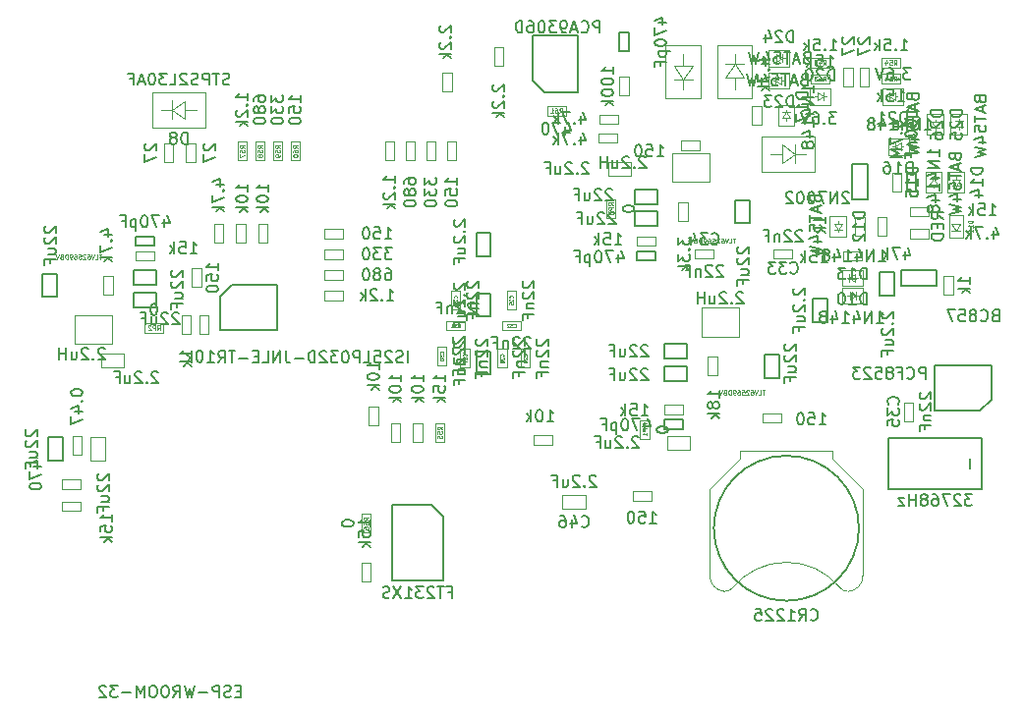
<source format=gbr>
G04 #@! TF.FileFunction,Other,Fab,Bot*
%FSLAX46Y46*%
G04 Gerber Fmt 4.6, Leading zero omitted, Abs format (unit mm)*
G04 Created by KiCad (PCBNEW 4.0.7+dfsg1-1) date Wed Mar  7 12:13:34 2018*
%MOMM*%
%LPD*%
G01*
G04 APERTURE LIST*
%ADD10C,0.100000*%
%ADD11C,0.150000*%
%ADD12C,0.075000*%
G04 APERTURE END LIST*
D10*
X103098000Y-99558000D02*
X103898000Y-99558000D01*
X103098000Y-97958000D02*
X103098000Y-99558000D01*
X103898000Y-97958000D02*
X103098000Y-97958000D01*
X103898000Y-99558000D02*
X103898000Y-97958000D01*
X154195000Y-64200000D02*
X154195000Y-68800000D01*
X154195000Y-68800000D02*
X157195000Y-68800000D01*
X157195000Y-64200000D02*
X154195000Y-64200000D01*
X157195000Y-64200000D02*
X157195000Y-68800000D01*
X155693980Y-67149440D02*
X155693980Y-68051140D01*
X155693980Y-65998820D02*
X155693980Y-65000600D01*
X156494080Y-67149440D02*
X154893880Y-67149440D01*
X154944680Y-65998820D02*
X156494080Y-65998820D01*
X155693980Y-67149440D02*
X154944680Y-65998820D01*
X155693980Y-67149440D02*
X156494080Y-65998820D01*
X157130000Y-73250000D02*
X157130000Y-72450000D01*
X155530000Y-73250000D02*
X157130000Y-73250000D01*
X155530000Y-72450000D02*
X155530000Y-73250000D01*
X157130000Y-72450000D02*
X155530000Y-72450000D01*
X160470000Y-89340000D02*
X160470000Y-86840000D01*
X157270000Y-89340000D02*
X160470000Y-89340000D01*
X157270000Y-86840000D02*
X157270000Y-89340000D01*
X160470000Y-86840000D02*
X157270000Y-86840000D01*
X103295000Y-87475000D02*
X103295000Y-89975000D01*
X106495000Y-87475000D02*
X103295000Y-87475000D01*
X106495000Y-89975000D02*
X106495000Y-87475000D01*
X103295000Y-89975000D02*
X106495000Y-89975000D01*
X157930000Y-76005000D02*
X157930000Y-73505000D01*
X154730000Y-76005000D02*
X157930000Y-76005000D01*
X154730000Y-73505000D02*
X154730000Y-76005000D01*
X157930000Y-73505000D02*
X154730000Y-73505000D01*
D11*
X101710000Y-83915000D02*
X100460000Y-83915000D01*
X101710000Y-85915000D02*
X101710000Y-83915000D01*
X100460000Y-85915000D02*
X101710000Y-85915000D01*
X100460000Y-83915000D02*
X100460000Y-85915000D01*
X154060000Y-90005000D02*
X154060000Y-91255000D01*
X156060000Y-90005000D02*
X154060000Y-90005000D01*
X156060000Y-91255000D02*
X156060000Y-90005000D01*
X154060000Y-91255000D02*
X156060000Y-91255000D01*
X154060000Y-91910000D02*
X154060000Y-93160000D01*
X156060000Y-91910000D02*
X154060000Y-91910000D01*
X156060000Y-93160000D02*
X156060000Y-91910000D01*
X154060000Y-93160000D02*
X156060000Y-93160000D01*
X162690000Y-92900000D02*
X163940000Y-92900000D01*
X162690000Y-90900000D02*
X162690000Y-92900000D01*
X163940000Y-90900000D02*
X162690000Y-90900000D01*
X163940000Y-92900000D02*
X163940000Y-90900000D01*
X151520000Y-78575000D02*
X151520000Y-79825000D01*
X153520000Y-78575000D02*
X151520000Y-78575000D01*
X153520000Y-79825000D02*
X153520000Y-78575000D01*
X151520000Y-79825000D02*
X153520000Y-79825000D01*
X151520000Y-76670000D02*
X151520000Y-77920000D01*
X153520000Y-76670000D02*
X151520000Y-76670000D01*
X153520000Y-77920000D02*
X153520000Y-76670000D01*
X151520000Y-77920000D02*
X153520000Y-77920000D01*
X160150000Y-79565000D02*
X161400000Y-79565000D01*
X160150000Y-77565000D02*
X160150000Y-79565000D01*
X161400000Y-77565000D02*
X160150000Y-77565000D01*
X161400000Y-79565000D02*
X161400000Y-77565000D01*
X110340000Y-84905000D02*
X110340000Y-83655000D01*
X108340000Y-84905000D02*
X110340000Y-84905000D01*
X108340000Y-83655000D02*
X108340000Y-84905000D01*
X110340000Y-83655000D02*
X108340000Y-83655000D01*
X110340000Y-86810000D02*
X110340000Y-85560000D01*
X108340000Y-86810000D02*
X110340000Y-86810000D01*
X108340000Y-85560000D02*
X108340000Y-86810000D01*
X110340000Y-85560000D02*
X108340000Y-85560000D01*
X172596000Y-85788000D02*
X173846000Y-85788000D01*
X172596000Y-83788000D02*
X172596000Y-85788000D01*
X173846000Y-83788000D02*
X172596000Y-83788000D01*
X173846000Y-85788000D02*
X173846000Y-83788000D01*
X177535000Y-83580000D02*
X174495000Y-83580000D01*
X174495000Y-84980000D02*
X174495000Y-83580000D01*
X177535000Y-84980000D02*
X177535000Y-83580000D01*
X177535000Y-84980000D02*
X174495000Y-84980000D01*
X170235000Y-74505000D02*
X170235000Y-77545000D01*
X171635000Y-77545000D02*
X170235000Y-77545000D01*
X171635000Y-74505000D02*
X170235000Y-74505000D01*
X171635000Y-74505000D02*
X171635000Y-77545000D01*
X154060000Y-96510000D02*
X154060000Y-97310000D01*
X155660000Y-96510000D02*
X154060000Y-96510000D01*
X155660000Y-97310000D02*
X155660000Y-96510000D01*
X154060000Y-97310000D02*
X155660000Y-97310000D01*
X151720000Y-81975000D02*
X151720000Y-82775000D01*
X153320000Y-81975000D02*
X151720000Y-81975000D01*
X153320000Y-82775000D02*
X153320000Y-81975000D01*
X151720000Y-82775000D02*
X153320000Y-82775000D01*
X110140000Y-81505000D02*
X110140000Y-80705000D01*
X108540000Y-81505000D02*
X110140000Y-81505000D01*
X108540000Y-80705000D02*
X108540000Y-81505000D01*
X110140000Y-80705000D02*
X108540000Y-80705000D01*
X175780000Y-75225000D02*
X174980000Y-75225000D01*
X175780000Y-76825000D02*
X175780000Y-75225000D01*
X174980000Y-76825000D02*
X175780000Y-76825000D01*
X174980000Y-75225000D02*
X174980000Y-76825000D01*
D10*
X169500000Y-81975000D02*
X169500000Y-82775000D01*
X171100000Y-81975000D02*
X169500000Y-81975000D01*
X171100000Y-82775000D02*
X171100000Y-81975000D01*
X169500000Y-82775000D02*
X171100000Y-82775000D01*
X172440000Y-80635000D02*
X173240000Y-80635000D01*
X172440000Y-79035000D02*
X172440000Y-80635000D01*
X173240000Y-79035000D02*
X172440000Y-79035000D01*
X173240000Y-80635000D02*
X173240000Y-79035000D01*
X176815000Y-80870000D02*
X176815000Y-80070000D01*
X175215000Y-80870000D02*
X176815000Y-80870000D01*
X175215000Y-80070000D02*
X175215000Y-80870000D01*
X176815000Y-80070000D02*
X175215000Y-80070000D01*
X174510000Y-75225000D02*
X173710000Y-75225000D01*
X174510000Y-76825000D02*
X174510000Y-75225000D01*
X173710000Y-76825000D02*
X174510000Y-76825000D01*
X173710000Y-75225000D02*
X173710000Y-76825000D01*
X178955000Y-84115000D02*
X178155000Y-84115000D01*
X178955000Y-85715000D02*
X178955000Y-84115000D01*
X178155000Y-85715000D02*
X178955000Y-85715000D01*
X178155000Y-84115000D02*
X178155000Y-85715000D01*
X114185000Y-83480000D02*
X113385000Y-83480000D01*
X114185000Y-85080000D02*
X114185000Y-83480000D01*
X113385000Y-85080000D02*
X114185000Y-85080000D01*
X113385000Y-83480000D02*
X113385000Y-85080000D01*
X170535000Y-80635000D02*
X171335000Y-80635000D01*
X170535000Y-79035000D02*
X170535000Y-80635000D01*
X171335000Y-79035000D02*
X170535000Y-79035000D01*
X171335000Y-80635000D02*
X171335000Y-79035000D01*
X128790000Y-108880000D02*
X127990000Y-108880000D01*
X128790000Y-110480000D02*
X128790000Y-108880000D01*
X127990000Y-110480000D02*
X128790000Y-110480000D01*
X127990000Y-108880000D02*
X127990000Y-110480000D01*
X152939000Y-103476000D02*
X152939000Y-102676000D01*
X151339000Y-103476000D02*
X152939000Y-103476000D01*
X151339000Y-102676000D02*
X151339000Y-103476000D01*
X152939000Y-102676000D02*
X151339000Y-102676000D01*
X176815000Y-78965000D02*
X176815000Y-78165000D01*
X175215000Y-78965000D02*
X176815000Y-78965000D01*
X175215000Y-78165000D02*
X175215000Y-78965000D01*
X176815000Y-78165000D02*
X175215000Y-78165000D01*
X154060000Y-95240000D02*
X154060000Y-96040000D01*
X155660000Y-95240000D02*
X154060000Y-95240000D01*
X155660000Y-96040000D02*
X155660000Y-95240000D01*
X154060000Y-96040000D02*
X155660000Y-96040000D01*
X110140000Y-82775000D02*
X110140000Y-81975000D01*
X108540000Y-82775000D02*
X110140000Y-82775000D01*
X108540000Y-81975000D02*
X108540000Y-82775000D01*
X110140000Y-81975000D02*
X108540000Y-81975000D01*
X151720000Y-80705000D02*
X151720000Y-81505000D01*
X153320000Y-80705000D02*
X151720000Y-80705000D01*
X153320000Y-81505000D02*
X153320000Y-80705000D01*
X151720000Y-81505000D02*
X153320000Y-81505000D01*
X158635000Y-91100000D02*
X157835000Y-91100000D01*
X158635000Y-92700000D02*
X158635000Y-91100000D01*
X157835000Y-92700000D02*
X158635000Y-92700000D01*
X157835000Y-91100000D02*
X157835000Y-92700000D01*
X105765000Y-85715000D02*
X106565000Y-85715000D01*
X105765000Y-84115000D02*
X105765000Y-85715000D01*
X106565000Y-84115000D02*
X105765000Y-84115000D01*
X106565000Y-85715000D02*
X106565000Y-84115000D01*
X156095000Y-77765000D02*
X155295000Y-77765000D01*
X156095000Y-79365000D02*
X156095000Y-77765000D01*
X155295000Y-79365000D02*
X156095000Y-79365000D01*
X155295000Y-77765000D02*
X155295000Y-79365000D01*
X126396000Y-86204000D02*
X126396000Y-85404000D01*
X124796000Y-86204000D02*
X126396000Y-86204000D01*
X124796000Y-85404000D02*
X124796000Y-86204000D01*
X126396000Y-85404000D02*
X124796000Y-85404000D01*
X126396000Y-84426000D02*
X126396000Y-83626000D01*
X124796000Y-84426000D02*
X126396000Y-84426000D01*
X124796000Y-83626000D02*
X124796000Y-84426000D01*
X126396000Y-83626000D02*
X124796000Y-83626000D01*
X126396000Y-82648000D02*
X126396000Y-81848000D01*
X124796000Y-82648000D02*
X126396000Y-82648000D01*
X124796000Y-81848000D02*
X124796000Y-82648000D01*
X126396000Y-81848000D02*
X124796000Y-81848000D01*
X126396000Y-80870000D02*
X126396000Y-80070000D01*
X124796000Y-80870000D02*
X126396000Y-80870000D01*
X124796000Y-80070000D02*
X124796000Y-80870000D01*
X126396000Y-80070000D02*
X124796000Y-80070000D01*
X130022000Y-74158000D02*
X130822000Y-74158000D01*
X130022000Y-72558000D02*
X130022000Y-74158000D01*
X130822000Y-72558000D02*
X130022000Y-72558000D01*
X130822000Y-74158000D02*
X130822000Y-72558000D01*
X131800000Y-74158000D02*
X132600000Y-74158000D01*
X131800000Y-72558000D02*
X131800000Y-74158000D01*
X132600000Y-72558000D02*
X131800000Y-72558000D01*
X132600000Y-74158000D02*
X132600000Y-72558000D01*
X133578000Y-74158000D02*
X134378000Y-74158000D01*
X133578000Y-72558000D02*
X133578000Y-74158000D01*
X134378000Y-72558000D02*
X133578000Y-72558000D01*
X134378000Y-74158000D02*
X134378000Y-72558000D01*
X135356000Y-74158000D02*
X136156000Y-74158000D01*
X135356000Y-72558000D02*
X135356000Y-74158000D01*
X136156000Y-72558000D02*
X135356000Y-72558000D01*
X136156000Y-74158000D02*
X136156000Y-72558000D01*
D11*
X150189600Y-64760000D02*
X150989600Y-64760000D01*
X150189600Y-63160000D02*
X150189600Y-64760000D01*
X150989600Y-63160000D02*
X150189600Y-63160000D01*
X150989600Y-64760000D02*
X150989600Y-63160000D01*
D10*
X161645000Y-71110000D02*
X162445000Y-71110000D01*
X161645000Y-69510000D02*
X161645000Y-71110000D01*
X162445000Y-69510000D02*
X161645000Y-69510000D01*
X162445000Y-71110000D02*
X162445000Y-69510000D01*
X139420000Y-66030000D02*
X140220000Y-66030000D01*
X139420000Y-64430000D02*
X139420000Y-66030000D01*
X140220000Y-64430000D02*
X139420000Y-64430000D01*
X140220000Y-66030000D02*
X140220000Y-64430000D01*
X134975000Y-68232000D02*
X135775000Y-68232000D01*
X134975000Y-66632000D02*
X134975000Y-68232000D01*
X135775000Y-66632000D02*
X134975000Y-66632000D01*
X135775000Y-68232000D02*
X135775000Y-66632000D01*
X150215000Y-68570000D02*
X151015000Y-68570000D01*
X150215000Y-66970000D02*
X150215000Y-68570000D01*
X151015000Y-66970000D02*
X150215000Y-66970000D01*
X151015000Y-68570000D02*
X151015000Y-66970000D01*
X149975000Y-72615000D02*
X149975000Y-71815000D01*
X148375000Y-72615000D02*
X149975000Y-72615000D01*
X148375000Y-71815000D02*
X148375000Y-72615000D01*
X149975000Y-71815000D02*
X148375000Y-71815000D01*
X150080000Y-71000000D02*
X150080000Y-70200000D01*
X148480000Y-71000000D02*
X150080000Y-71000000D01*
X148480000Y-70200000D02*
X148480000Y-71000000D01*
X150080000Y-70200000D02*
X148480000Y-70200000D01*
D11*
X134035000Y-103890000D02*
X130635000Y-103890000D01*
X130635000Y-103890000D02*
X130635000Y-110390000D01*
X130635000Y-110390000D02*
X135035000Y-110390000D01*
X135035000Y-110390000D02*
X135035000Y-104890000D01*
X135035000Y-104890000D02*
X134035000Y-103890000D01*
D10*
X119900000Y-79670000D02*
X119100000Y-79670000D01*
X119900000Y-81270000D02*
X119900000Y-79670000D01*
X119100000Y-81270000D02*
X119900000Y-81270000D01*
X119100000Y-79670000D02*
X119100000Y-81270000D01*
X114020000Y-89144000D02*
X114820000Y-89144000D01*
X114020000Y-87544000D02*
X114020000Y-89144000D01*
X114820000Y-87544000D02*
X114020000Y-87544000D01*
X114820000Y-89144000D02*
X114820000Y-87544000D01*
X128625000Y-96975000D02*
X129425000Y-96975000D01*
X128625000Y-95375000D02*
X128625000Y-96975000D01*
X129425000Y-95375000D02*
X128625000Y-95375000D01*
X129425000Y-96975000D02*
X129425000Y-95375000D01*
X117995000Y-79670000D02*
X117195000Y-79670000D01*
X117995000Y-81270000D02*
X117995000Y-79670000D01*
X117195000Y-81270000D02*
X117995000Y-81270000D01*
X117195000Y-79670000D02*
X117195000Y-81270000D01*
X112496000Y-89144000D02*
X113296000Y-89144000D01*
X112496000Y-87544000D02*
X112496000Y-89144000D01*
X113296000Y-87544000D02*
X112496000Y-87544000D01*
X113296000Y-89144000D02*
X113296000Y-87544000D01*
X116090000Y-79670000D02*
X115290000Y-79670000D01*
X116090000Y-81270000D02*
X116090000Y-79670000D01*
X115290000Y-81270000D02*
X116090000Y-81270000D01*
X115290000Y-79670000D02*
X115290000Y-81270000D01*
X144430000Y-98650000D02*
X144430000Y-97850000D01*
X142830000Y-98650000D02*
X144430000Y-98650000D01*
X142830000Y-97850000D02*
X142830000Y-98650000D01*
X144430000Y-97850000D02*
X142830000Y-97850000D01*
X132435000Y-98415000D02*
X133235000Y-98415000D01*
X132435000Y-96815000D02*
X132435000Y-98415000D01*
X133235000Y-96815000D02*
X132435000Y-96815000D01*
X133235000Y-98415000D02*
X133235000Y-96815000D01*
X130530000Y-98415000D02*
X131330000Y-98415000D01*
X130530000Y-96815000D02*
X130530000Y-98415000D01*
X131330000Y-96815000D02*
X130530000Y-96815000D01*
X131330000Y-98415000D02*
X131330000Y-96815000D01*
X102190000Y-103565000D02*
X102190000Y-104365000D01*
X103790000Y-103565000D02*
X102190000Y-103565000D01*
X103790000Y-104365000D02*
X103790000Y-103565000D01*
X102190000Y-104365000D02*
X103790000Y-104365000D01*
X103790000Y-102460000D02*
X103790000Y-101660000D01*
X102190000Y-102460000D02*
X103790000Y-102460000D01*
X102190000Y-101660000D02*
X102190000Y-102460000D01*
X103790000Y-101660000D02*
X102190000Y-101660000D01*
D11*
X166881000Y-88074000D02*
X168131000Y-88074000D01*
X166881000Y-86074000D02*
X166881000Y-88074000D01*
X168131000Y-86074000D02*
X166881000Y-86074000D01*
X168131000Y-88074000D02*
X168131000Y-86074000D01*
D10*
X164115000Y-96745000D02*
X164115000Y-95945000D01*
X162515000Y-96745000D02*
X164115000Y-96745000D01*
X162515000Y-95945000D02*
X162515000Y-96745000D01*
X164115000Y-95945000D02*
X162515000Y-95945000D01*
D11*
X139125000Y-90620000D02*
X137875000Y-90620000D01*
X139125000Y-92620000D02*
X139125000Y-90620000D01*
X137875000Y-92620000D02*
X139125000Y-92620000D01*
X137875000Y-90620000D02*
X137875000Y-92620000D01*
X137875000Y-82420000D02*
X139125000Y-82420000D01*
X137875000Y-80420000D02*
X137875000Y-82420000D01*
X139125000Y-80420000D02*
X137875000Y-80420000D01*
X139125000Y-82420000D02*
X139125000Y-80420000D01*
X139125000Y-85620000D02*
X137875000Y-85620000D01*
X139125000Y-87620000D02*
X139125000Y-85620000D01*
X137875000Y-87620000D02*
X139125000Y-87620000D01*
X137875000Y-85620000D02*
X137875000Y-87620000D01*
X102218000Y-98012000D02*
X100968000Y-98012000D01*
X102218000Y-100012000D02*
X102218000Y-98012000D01*
X100968000Y-100012000D02*
X102218000Y-100012000D01*
X100968000Y-98012000D02*
X100968000Y-100012000D01*
D10*
X112877000Y-74285000D02*
X113677000Y-74285000D01*
X112877000Y-72685000D02*
X112877000Y-74285000D01*
X113677000Y-72685000D02*
X112877000Y-72685000D01*
X113677000Y-74285000D02*
X113677000Y-72685000D01*
X110972000Y-74285000D02*
X111772000Y-74285000D01*
X110972000Y-72685000D02*
X110972000Y-74285000D01*
X111772000Y-72685000D02*
X110972000Y-72685000D01*
X111772000Y-74285000D02*
X111772000Y-72685000D01*
X170916000Y-67765000D02*
X171716000Y-67765000D01*
X170916000Y-66165000D02*
X170916000Y-67765000D01*
X171716000Y-66165000D02*
X170916000Y-66165000D01*
X171716000Y-67765000D02*
X171716000Y-66165000D01*
X169519000Y-67765000D02*
X170319000Y-67765000D01*
X169519000Y-66165000D02*
X169519000Y-67765000D01*
X170319000Y-66165000D02*
X169519000Y-66165000D01*
X170319000Y-67765000D02*
X170319000Y-66165000D01*
X104656000Y-100012000D02*
X105896000Y-100012000D01*
X104656000Y-98012000D02*
X104656000Y-100012000D01*
X105896000Y-98012000D02*
X104656000Y-98012000D01*
X105896000Y-100012000D02*
X105896000Y-98012000D01*
X114561000Y-68302000D02*
X109961000Y-68302000D01*
X109961000Y-68302000D02*
X109961000Y-71302000D01*
X114561000Y-71302000D02*
X114561000Y-68302000D01*
X114561000Y-71302000D02*
X109961000Y-71302000D01*
X111611560Y-69800980D02*
X110709860Y-69800980D01*
X112762180Y-69800980D02*
X113760400Y-69800980D01*
X111611560Y-70601080D02*
X111611560Y-69000880D01*
X112762180Y-69051680D02*
X112762180Y-70601080D01*
X111611560Y-69800980D02*
X112762180Y-69051680D01*
X111611560Y-69800980D02*
X112762180Y-70601080D01*
X162412000Y-75112000D02*
X167012000Y-75112000D01*
X167012000Y-75112000D02*
X167012000Y-72112000D01*
X162412000Y-72112000D02*
X162412000Y-75112000D01*
X162412000Y-72112000D02*
X167012000Y-72112000D01*
X165361440Y-73613020D02*
X166263140Y-73613020D01*
X164210820Y-73613020D02*
X163212600Y-73613020D01*
X165361440Y-72812920D02*
X165361440Y-74413120D01*
X164210820Y-74362320D02*
X164210820Y-72812920D01*
X165361440Y-73613020D02*
X164210820Y-74362320D01*
X165361440Y-73613020D02*
X164210820Y-72812920D01*
X161640000Y-68800000D02*
X161640000Y-64200000D01*
X161640000Y-64200000D02*
X158640000Y-64200000D01*
X158640000Y-68800000D02*
X161640000Y-68800000D01*
X158640000Y-68800000D02*
X158640000Y-64200000D01*
X160141020Y-65850560D02*
X160141020Y-64948860D01*
X160141020Y-67001180D02*
X160141020Y-67999400D01*
X159340920Y-65850560D02*
X160941120Y-65850560D01*
X160890320Y-67001180D02*
X159340920Y-67001180D01*
X160141020Y-65850560D02*
X160890320Y-67001180D01*
X160141020Y-65850560D02*
X159340920Y-67001180D01*
X154314000Y-97884000D02*
X154314000Y-99124000D01*
X156314000Y-97884000D02*
X154314000Y-97884000D01*
X156314000Y-99124000D02*
X156314000Y-97884000D01*
X154314000Y-99124000D02*
X156314000Y-99124000D01*
X107546000Y-92012000D02*
X107546000Y-90772000D01*
X105546000Y-92012000D02*
X107546000Y-92012000D01*
X105546000Y-90772000D02*
X105546000Y-92012000D01*
X107546000Y-90772000D02*
X105546000Y-90772000D01*
X151234000Y-75502000D02*
X151234000Y-74262000D01*
X149234000Y-75502000D02*
X151234000Y-75502000D01*
X149234000Y-74262000D02*
X149234000Y-75502000D01*
X151234000Y-74262000D02*
X149234000Y-74262000D01*
X135140000Y-96815000D02*
X134340000Y-96815000D01*
X135140000Y-98415000D02*
X135140000Y-96815000D01*
X134340000Y-98415000D02*
X135140000Y-98415000D01*
X134340000Y-96815000D02*
X134340000Y-98415000D01*
D11*
X170835000Y-105870000D02*
G75*
G03X170835000Y-105870000I-6250000J0D01*
G01*
D10*
X159206987Y-111317558D02*
G75*
G03X159985000Y-110970000I88013J847558D01*
G01*
X169963013Y-111317558D02*
G75*
G02X169185000Y-110970000I-88013J847558D01*
G01*
X159977095Y-110979589D02*
G75*
G02X169185000Y-110970000I4607905J-3790411D01*
G01*
X157985000Y-109920000D02*
G75*
G03X159285000Y-111320000I1350000J-50000D01*
G01*
X171185000Y-109920000D02*
G75*
G02X169885000Y-111320000I-1350000J-50000D01*
G01*
X157985000Y-102470000D02*
X157985000Y-109970000D01*
X171185000Y-102470000D02*
X171185000Y-109970000D01*
X160585000Y-99870000D02*
X157985000Y-102470000D01*
X168585000Y-99870000D02*
X171185000Y-102470000D01*
X160585000Y-99170000D02*
X160585000Y-99870000D01*
X168585000Y-99170000D02*
X168585000Y-99870000D01*
X168585000Y-99170000D02*
X160585000Y-99170000D01*
X167306000Y-68659000D02*
X167056000Y-68659000D01*
X167306000Y-69009000D02*
X167806000Y-68659000D01*
X167306000Y-68309000D02*
X167306000Y-69009000D01*
X167806000Y-68659000D02*
X167306000Y-68309000D01*
X167806000Y-68659000D02*
X168006000Y-68659000D01*
X167806000Y-68309000D02*
X167806000Y-69009000D01*
X168406000Y-69359000D02*
X168406000Y-67959000D01*
X166606000Y-69359000D02*
X168406000Y-69359000D01*
X166606000Y-67959000D02*
X166606000Y-69359000D01*
X168406000Y-67959000D02*
X166606000Y-67959000D01*
X173929000Y-68659000D02*
X174179000Y-68659000D01*
X173929000Y-68309000D02*
X173429000Y-68659000D01*
X173929000Y-69009000D02*
X173929000Y-68309000D01*
X173429000Y-68659000D02*
X173929000Y-69009000D01*
X173429000Y-68659000D02*
X173229000Y-68659000D01*
X173429000Y-69009000D02*
X173429000Y-68309000D01*
X172829000Y-67959000D02*
X172829000Y-69359000D01*
X174629000Y-67959000D02*
X172829000Y-67959000D01*
X174629000Y-69359000D02*
X174629000Y-67959000D01*
X172829000Y-69359000D02*
X174629000Y-69359000D01*
X170500000Y-84280000D02*
X170750000Y-84280000D01*
X170500000Y-83930000D02*
X170000000Y-84280000D01*
X170500000Y-84630000D02*
X170500000Y-83930000D01*
X170000000Y-84280000D02*
X170500000Y-84630000D01*
X170000000Y-84280000D02*
X169800000Y-84280000D01*
X170000000Y-84630000D02*
X170000000Y-83930000D01*
X169400000Y-83580000D02*
X169400000Y-84980000D01*
X171200000Y-83580000D02*
X169400000Y-83580000D01*
X171200000Y-84980000D02*
X171200000Y-83580000D01*
X169400000Y-84980000D02*
X171200000Y-84980000D01*
X169030000Y-79635000D02*
X169030000Y-79385000D01*
X168680000Y-79635000D02*
X169030000Y-80135000D01*
X169380000Y-79635000D02*
X168680000Y-79635000D01*
X169030000Y-80135000D02*
X169380000Y-79635000D01*
X169030000Y-80135000D02*
X169030000Y-80335000D01*
X169380000Y-80135000D02*
X168680000Y-80135000D01*
X168330000Y-80735000D02*
X169730000Y-80735000D01*
X168330000Y-78935000D02*
X168330000Y-80735000D01*
X169730000Y-78935000D02*
X168330000Y-78935000D01*
X169730000Y-80735000D02*
X169730000Y-78935000D01*
X170100000Y-85804000D02*
X169850000Y-85804000D01*
X170100000Y-86154000D02*
X170600000Y-85804000D01*
X170100000Y-85454000D02*
X170100000Y-86154000D01*
X170600000Y-85804000D02*
X170100000Y-85454000D01*
X170600000Y-85804000D02*
X170800000Y-85804000D01*
X170600000Y-85454000D02*
X170600000Y-86154000D01*
X171200000Y-86504000D02*
X171200000Y-85104000D01*
X169400000Y-86504000D02*
X171200000Y-86504000D01*
X169400000Y-85104000D02*
X169400000Y-86504000D01*
X171200000Y-85104000D02*
X169400000Y-85104000D01*
X179190000Y-75825000D02*
X179190000Y-75575000D01*
X178840000Y-75825000D02*
X179190000Y-76325000D01*
X179540000Y-75825000D02*
X178840000Y-75825000D01*
X179190000Y-76325000D02*
X179540000Y-75825000D01*
X179190000Y-76325000D02*
X179190000Y-76525000D01*
X179540000Y-76325000D02*
X178840000Y-76325000D01*
X178490000Y-76925000D02*
X179890000Y-76925000D01*
X178490000Y-75125000D02*
X178490000Y-76925000D01*
X179890000Y-75125000D02*
X178490000Y-75125000D01*
X179890000Y-76925000D02*
X179890000Y-75125000D01*
X177285000Y-76225000D02*
X177285000Y-76475000D01*
X177635000Y-76225000D02*
X177285000Y-75725000D01*
X176935000Y-76225000D02*
X177635000Y-76225000D01*
X177285000Y-75725000D02*
X176935000Y-76225000D01*
X177285000Y-75725000D02*
X177285000Y-75525000D01*
X176935000Y-75725000D02*
X177635000Y-75725000D01*
X177985000Y-75125000D02*
X176585000Y-75125000D01*
X177985000Y-76925000D02*
X177985000Y-75125000D01*
X176585000Y-76925000D02*
X177985000Y-76925000D01*
X176585000Y-75125000D02*
X176585000Y-76925000D01*
X174437000Y-72977000D02*
X174687000Y-72977000D01*
X174437000Y-72627000D02*
X173937000Y-72977000D01*
X174437000Y-73327000D02*
X174437000Y-72627000D01*
X173937000Y-72977000D02*
X174437000Y-73327000D01*
X173937000Y-72977000D02*
X173737000Y-72977000D01*
X173937000Y-73327000D02*
X173937000Y-72627000D01*
X173337000Y-72277000D02*
X173337000Y-73677000D01*
X175137000Y-72277000D02*
X173337000Y-72277000D01*
X175137000Y-73677000D02*
X175137000Y-72277000D01*
X173337000Y-73677000D02*
X175137000Y-73677000D01*
X164585000Y-70510000D02*
X164585000Y-70760000D01*
X164935000Y-70510000D02*
X164585000Y-70010000D01*
X164235000Y-70510000D02*
X164935000Y-70510000D01*
X164585000Y-70010000D02*
X164235000Y-70510000D01*
X164585000Y-70010000D02*
X164585000Y-69810000D01*
X164235000Y-70010000D02*
X164935000Y-70010000D01*
X165285000Y-69410000D02*
X163885000Y-69410000D01*
X165285000Y-71210000D02*
X165285000Y-69410000D01*
X163885000Y-71210000D02*
X165285000Y-71210000D01*
X163885000Y-69410000D02*
X163885000Y-71210000D01*
X127990000Y-106246000D02*
X128790000Y-106246000D01*
X127990000Y-104646000D02*
X127990000Y-106246000D01*
X128790000Y-104646000D02*
X127990000Y-104646000D01*
X128790000Y-106246000D02*
X128790000Y-104646000D01*
X117322000Y-74158000D02*
X118122000Y-74158000D01*
X117322000Y-72558000D02*
X117322000Y-74158000D01*
X118122000Y-72558000D02*
X117322000Y-72558000D01*
X118122000Y-74158000D02*
X118122000Y-72558000D01*
X118846000Y-74158000D02*
X119646000Y-74158000D01*
X118846000Y-72558000D02*
X118846000Y-74158000D01*
X119646000Y-72558000D02*
X118846000Y-72558000D01*
X119646000Y-74158000D02*
X119646000Y-72558000D01*
X120370000Y-74158000D02*
X121170000Y-74158000D01*
X120370000Y-72558000D02*
X120370000Y-74158000D01*
X121170000Y-72558000D02*
X120370000Y-72558000D01*
X121170000Y-74158000D02*
X121170000Y-72558000D01*
X121894000Y-74158000D02*
X122694000Y-74158000D01*
X121894000Y-72558000D02*
X121894000Y-74158000D01*
X122694000Y-72558000D02*
X121894000Y-72558000D01*
X122694000Y-74158000D02*
X122694000Y-72558000D01*
X145580000Y-70300000D02*
X145580000Y-69500000D01*
X143980000Y-70300000D02*
X145580000Y-70300000D01*
X143980000Y-69500000D02*
X143980000Y-70300000D01*
X145580000Y-69500000D02*
X143980000Y-69500000D01*
D11*
X182275000Y-94755000D02*
X182275000Y-91855000D01*
X182275000Y-91855000D02*
X177375000Y-91855000D01*
X177375000Y-91855000D02*
X177375000Y-95755000D01*
X177375000Y-95755000D02*
X181275000Y-95755000D01*
X181275000Y-95755000D02*
X182275000Y-94755000D01*
X143730000Y-68251500D02*
X146630000Y-68251500D01*
X146630000Y-68251500D02*
X146630000Y-63351500D01*
X146630000Y-63351500D02*
X142730000Y-63351500D01*
X142730000Y-63351500D02*
X142730000Y-67251500D01*
X142730000Y-67251500D02*
X143730000Y-68251500D01*
X115780000Y-85870000D02*
X115780000Y-88770000D01*
X115780000Y-88770000D02*
X120680000Y-88770000D01*
X120680000Y-88770000D02*
X120680000Y-84870000D01*
X120680000Y-84870000D02*
X116780000Y-84870000D01*
X116780000Y-84870000D02*
X115780000Y-85870000D01*
X181412000Y-98082000D02*
X181412000Y-102482000D01*
X173412000Y-98082000D02*
X181412000Y-98082000D01*
X173412000Y-102482000D02*
X173412000Y-98082000D01*
X181412000Y-102482000D02*
X173412000Y-102482000D01*
X180412000Y-99882000D02*
X180412000Y-100682000D01*
D10*
X179590000Y-80235000D02*
X178790000Y-80235000D01*
X179190000Y-80235000D02*
X179590000Y-79635000D01*
X178790000Y-79635000D02*
X179190000Y-80235000D01*
X179590000Y-79635000D02*
X178790000Y-79635000D01*
X178590000Y-78835000D02*
X178590000Y-80835000D01*
X179790000Y-78835000D02*
X178590000Y-78835000D01*
X179790000Y-80835000D02*
X179790000Y-78835000D01*
X178590000Y-80835000D02*
X179790000Y-80835000D01*
X140500000Y-85420000D02*
X140500000Y-87020000D01*
X140500000Y-87020000D02*
X141300000Y-87020000D01*
X141300000Y-87020000D02*
X141300000Y-85420000D01*
X141300000Y-85420000D02*
X140500000Y-85420000D01*
X135700000Y-85420000D02*
X135700000Y-87020000D01*
X135700000Y-87020000D02*
X136500000Y-87020000D01*
X136500000Y-87020000D02*
X136500000Y-85420000D01*
X136500000Y-85420000D02*
X135700000Y-85420000D01*
X136500000Y-90420000D02*
X136500000Y-92020000D01*
X136500000Y-92020000D02*
X137300000Y-92020000D01*
X137300000Y-92020000D02*
X137300000Y-90420000D01*
X137300000Y-90420000D02*
X136500000Y-90420000D01*
X139700000Y-90420000D02*
X139700000Y-92020000D01*
X139700000Y-92020000D02*
X140500000Y-92020000D01*
X140500000Y-92020000D02*
X140500000Y-90420000D01*
X140500000Y-90420000D02*
X139700000Y-90420000D01*
X141700000Y-90420000D02*
X141700000Y-92020000D01*
X141700000Y-92020000D02*
X142500000Y-92020000D01*
X142500000Y-92020000D02*
X142500000Y-90420000D01*
X142500000Y-90420000D02*
X141700000Y-90420000D01*
X134500000Y-90220000D02*
X134500000Y-91820000D01*
X134500000Y-91820000D02*
X135300000Y-91820000D01*
X135300000Y-91820000D02*
X135300000Y-90220000D01*
X135300000Y-90220000D02*
X134500000Y-90220000D01*
X135300000Y-88820000D02*
X136900000Y-88820000D01*
X136900000Y-88820000D02*
X136900000Y-88020000D01*
X136900000Y-88020000D02*
X135300000Y-88020000D01*
X135300000Y-88020000D02*
X135300000Y-88820000D01*
X141700000Y-88020000D02*
X140100000Y-88020000D01*
X140100000Y-88020000D02*
X140100000Y-88820000D01*
X140100000Y-88820000D02*
X141700000Y-88820000D01*
X141700000Y-88820000D02*
X141700000Y-88020000D01*
X163500000Y-81820000D02*
X163500000Y-82620000D01*
X165100000Y-81820000D02*
X163500000Y-81820000D01*
X165100000Y-82620000D02*
X165100000Y-81820000D01*
X163500000Y-82620000D02*
X165100000Y-82620000D01*
X158300000Y-82620000D02*
X158300000Y-81820000D01*
X156700000Y-82620000D02*
X158300000Y-82620000D01*
X156700000Y-81820000D02*
X156700000Y-82620000D01*
X158300000Y-81820000D02*
X156700000Y-81820000D01*
X175500000Y-95020000D02*
X174700000Y-95020000D01*
X175500000Y-96620000D02*
X175500000Y-95020000D01*
X174700000Y-96620000D02*
X175500000Y-96620000D01*
X174700000Y-95020000D02*
X174700000Y-96620000D01*
X166706000Y-66735000D02*
X166706000Y-67535000D01*
X168306000Y-66735000D02*
X166706000Y-66735000D01*
X168306000Y-67535000D02*
X168306000Y-66735000D01*
X166706000Y-67535000D02*
X168306000Y-67535000D01*
X174400000Y-67520000D02*
X174400000Y-66720000D01*
X172800000Y-67520000D02*
X174400000Y-67520000D01*
X172800000Y-66720000D02*
X172800000Y-67520000D01*
X174400000Y-66720000D02*
X172800000Y-66720000D01*
X164150000Y-67262000D02*
X164400000Y-67262000D01*
X164150000Y-66912000D02*
X163650000Y-67262000D01*
X164150000Y-67612000D02*
X164150000Y-66912000D01*
X163650000Y-67262000D02*
X164150000Y-67612000D01*
X163650000Y-67262000D02*
X163450000Y-67262000D01*
X163650000Y-67612000D02*
X163650000Y-66912000D01*
X163050000Y-66562000D02*
X163050000Y-67962000D01*
X164850000Y-66562000D02*
X163050000Y-66562000D01*
X164850000Y-67962000D02*
X164850000Y-66562000D01*
X163050000Y-67962000D02*
X164850000Y-67962000D01*
X163750000Y-65357000D02*
X163500000Y-65357000D01*
X163750000Y-65707000D02*
X164250000Y-65357000D01*
X163750000Y-65007000D02*
X163750000Y-65707000D01*
X164250000Y-65357000D02*
X163750000Y-65007000D01*
X164250000Y-65357000D02*
X164450000Y-65357000D01*
X164250000Y-65007000D02*
X164250000Y-65707000D01*
X164850000Y-66057000D02*
X164850000Y-64657000D01*
X163050000Y-66057000D02*
X164850000Y-66057000D01*
X163050000Y-64657000D02*
X163050000Y-66057000D01*
X164850000Y-64657000D02*
X163050000Y-64657000D01*
X177412000Y-70872000D02*
X177412000Y-70622000D01*
X177062000Y-70872000D02*
X177412000Y-71372000D01*
X177762000Y-70872000D02*
X177062000Y-70872000D01*
X177412000Y-71372000D02*
X177762000Y-70872000D01*
X177412000Y-71372000D02*
X177412000Y-71572000D01*
X177762000Y-71372000D02*
X177062000Y-71372000D01*
X176712000Y-71972000D02*
X178112000Y-71972000D01*
X176712000Y-70172000D02*
X176712000Y-71972000D01*
X178112000Y-70172000D02*
X176712000Y-70172000D01*
X178112000Y-71972000D02*
X178112000Y-70172000D01*
X179444000Y-71272000D02*
X179444000Y-71522000D01*
X179794000Y-71272000D02*
X179444000Y-70772000D01*
X179094000Y-71272000D02*
X179794000Y-71272000D01*
X179444000Y-70772000D02*
X179094000Y-71272000D01*
X179444000Y-70772000D02*
X179444000Y-70572000D01*
X179094000Y-70772000D02*
X179794000Y-70772000D01*
X180144000Y-70172000D02*
X178744000Y-70172000D01*
X180144000Y-71972000D02*
X180144000Y-70172000D01*
X178744000Y-71972000D02*
X180144000Y-71972000D01*
X178744000Y-70172000D02*
X178744000Y-71972000D01*
X166706000Y-65338000D02*
X166706000Y-66138000D01*
X168306000Y-65338000D02*
X166706000Y-65338000D01*
X168306000Y-66138000D02*
X168306000Y-65338000D01*
X166706000Y-66138000D02*
X168306000Y-66138000D01*
X172802000Y-65338000D02*
X172802000Y-66138000D01*
X174402000Y-65338000D02*
X172802000Y-65338000D01*
X174402000Y-66138000D02*
X174402000Y-65338000D01*
X172802000Y-66138000D02*
X174402000Y-66138000D01*
X152793000Y-96561000D02*
X151993000Y-96561000D01*
X152793000Y-98161000D02*
X152793000Y-96561000D01*
X151993000Y-98161000D02*
X152793000Y-98161000D01*
X151993000Y-96561000D02*
X151993000Y-98161000D01*
X109302000Y-88198000D02*
X109302000Y-88998000D01*
X110902000Y-88198000D02*
X109302000Y-88198000D01*
X110902000Y-88998000D02*
X110902000Y-88198000D01*
X109302000Y-88998000D02*
X110902000Y-88998000D01*
X149872000Y-77511000D02*
X149072000Y-77511000D01*
X149872000Y-79111000D02*
X149872000Y-77511000D01*
X149072000Y-79111000D02*
X149872000Y-79111000D01*
X149072000Y-77511000D02*
X149072000Y-79111000D01*
X145297000Y-102964000D02*
X145297000Y-104204000D01*
X147297000Y-102964000D02*
X145297000Y-102964000D01*
X147297000Y-104204000D02*
X147297000Y-102964000D01*
X145297000Y-104204000D02*
X147297000Y-104204000D01*
D11*
X102950381Y-94133905D02*
X102950381Y-94229144D01*
X102998000Y-94324382D01*
X103045619Y-94372001D01*
X103140857Y-94419620D01*
X103331333Y-94467239D01*
X103569429Y-94467239D01*
X103759905Y-94419620D01*
X103855143Y-94372001D01*
X103902762Y-94324382D01*
X103950381Y-94229144D01*
X103950381Y-94133905D01*
X103902762Y-94038667D01*
X103855143Y-93991048D01*
X103759905Y-93943429D01*
X103569429Y-93895810D01*
X103331333Y-93895810D01*
X103140857Y-93943429D01*
X103045619Y-93991048D01*
X102998000Y-94038667D01*
X102950381Y-94133905D01*
X103855143Y-94895810D02*
X103902762Y-94943429D01*
X103950381Y-94895810D01*
X103902762Y-94848191D01*
X103855143Y-94895810D01*
X103950381Y-94895810D01*
X103283714Y-95800572D02*
X103950381Y-95800572D01*
X102902762Y-95562476D02*
X103617048Y-95324381D01*
X103617048Y-95943429D01*
X102950381Y-96229143D02*
X102950381Y-96895810D01*
X103950381Y-96467238D01*
X153440666Y-73810381D02*
X154012095Y-73810381D01*
X153726381Y-73810381D02*
X153726381Y-72810381D01*
X153821619Y-72953238D01*
X153916857Y-73048476D01*
X154012095Y-73096095D01*
X152535904Y-72810381D02*
X153012095Y-72810381D01*
X153059714Y-73286571D01*
X153012095Y-73238952D01*
X152916857Y-73191333D01*
X152678761Y-73191333D01*
X152583523Y-73238952D01*
X152535904Y-73286571D01*
X152488285Y-73381810D01*
X152488285Y-73619905D01*
X152535904Y-73715143D01*
X152583523Y-73762762D01*
X152678761Y-73810381D01*
X152916857Y-73810381D01*
X153012095Y-73762762D01*
X153059714Y-73715143D01*
X151869238Y-72810381D02*
X151773999Y-72810381D01*
X151678761Y-72858000D01*
X151631142Y-72905619D01*
X151583523Y-73000857D01*
X151535904Y-73191333D01*
X151535904Y-73429429D01*
X151583523Y-73619905D01*
X151631142Y-73715143D01*
X151678761Y-73762762D01*
X151773999Y-73810381D01*
X151869238Y-73810381D01*
X151964476Y-73762762D01*
X152012095Y-73715143D01*
X152059714Y-73619905D01*
X152107333Y-73429429D01*
X152107333Y-73191333D01*
X152059714Y-73000857D01*
X152012095Y-72905619D01*
X151964476Y-72858000D01*
X151869238Y-72810381D01*
X160846190Y-85605619D02*
X160798571Y-85558000D01*
X160703333Y-85510381D01*
X160465237Y-85510381D01*
X160369999Y-85558000D01*
X160322380Y-85605619D01*
X160274761Y-85700857D01*
X160274761Y-85796095D01*
X160322380Y-85938952D01*
X160893809Y-86510381D01*
X160274761Y-86510381D01*
X159846190Y-86415143D02*
X159798571Y-86462762D01*
X159846190Y-86510381D01*
X159893809Y-86462762D01*
X159846190Y-86415143D01*
X159846190Y-86510381D01*
X159417619Y-85605619D02*
X159370000Y-85558000D01*
X159274762Y-85510381D01*
X159036666Y-85510381D01*
X158941428Y-85558000D01*
X158893809Y-85605619D01*
X158846190Y-85700857D01*
X158846190Y-85796095D01*
X158893809Y-85938952D01*
X159465238Y-86510381D01*
X158846190Y-86510381D01*
X157989047Y-85843714D02*
X157989047Y-86510381D01*
X158417619Y-85843714D02*
X158417619Y-86367524D01*
X158370000Y-86462762D01*
X158274762Y-86510381D01*
X158131904Y-86510381D01*
X158036666Y-86462762D01*
X157989047Y-86415143D01*
X157512857Y-86510381D02*
X157512857Y-85510381D01*
X157512857Y-85986571D02*
X156941428Y-85986571D01*
X156941428Y-86510381D02*
X156941428Y-85510381D01*
D10*
X162746428Y-93966952D02*
X162517856Y-93966952D01*
X162632142Y-94366952D02*
X162632142Y-93966952D01*
X162194047Y-94366952D02*
X162384523Y-94366952D01*
X162384523Y-93966952D01*
X162117856Y-93966952D02*
X161984522Y-94366952D01*
X161851189Y-93966952D01*
X161546427Y-93966952D02*
X161622618Y-93966952D01*
X161660713Y-93986000D01*
X161679761Y-94005048D01*
X161717856Y-94062190D01*
X161736904Y-94138381D01*
X161736904Y-94290762D01*
X161717856Y-94328857D01*
X161698808Y-94347905D01*
X161660713Y-94366952D01*
X161584523Y-94366952D01*
X161546427Y-94347905D01*
X161527380Y-94328857D01*
X161508332Y-94290762D01*
X161508332Y-94195524D01*
X161527380Y-94157429D01*
X161546427Y-94138381D01*
X161584523Y-94119333D01*
X161660713Y-94119333D01*
X161698808Y-94138381D01*
X161717856Y-94157429D01*
X161736904Y-94195524D01*
X161355952Y-94005048D02*
X161336904Y-93986000D01*
X161298809Y-93966952D01*
X161203571Y-93966952D01*
X161165475Y-93986000D01*
X161146428Y-94005048D01*
X161127380Y-94043143D01*
X161127380Y-94081238D01*
X161146428Y-94138381D01*
X161374999Y-94366952D01*
X161127380Y-94366952D01*
X160765476Y-93966952D02*
X160955952Y-93966952D01*
X160975000Y-94157429D01*
X160955952Y-94138381D01*
X160917857Y-94119333D01*
X160822619Y-94119333D01*
X160784523Y-94138381D01*
X160765476Y-94157429D01*
X160746428Y-94195524D01*
X160746428Y-94290762D01*
X160765476Y-94328857D01*
X160784523Y-94347905D01*
X160822619Y-94366952D01*
X160917857Y-94366952D01*
X160955952Y-94347905D01*
X160975000Y-94328857D01*
X160403571Y-93966952D02*
X160479762Y-93966952D01*
X160517857Y-93986000D01*
X160536905Y-94005048D01*
X160575000Y-94062190D01*
X160594048Y-94138381D01*
X160594048Y-94290762D01*
X160575000Y-94328857D01*
X160555952Y-94347905D01*
X160517857Y-94366952D01*
X160441667Y-94366952D01*
X160403571Y-94347905D01*
X160384524Y-94328857D01*
X160365476Y-94290762D01*
X160365476Y-94195524D01*
X160384524Y-94157429D01*
X160403571Y-94138381D01*
X160441667Y-94119333D01*
X160517857Y-94119333D01*
X160555952Y-94138381D01*
X160575000Y-94157429D01*
X160594048Y-94195524D01*
X160175000Y-94366952D02*
X160098810Y-94366952D01*
X160060715Y-94347905D01*
X160041667Y-94328857D01*
X160003572Y-94271714D01*
X159984524Y-94195524D01*
X159984524Y-94043143D01*
X160003572Y-94005048D01*
X160022619Y-93986000D01*
X160060715Y-93966952D01*
X160136905Y-93966952D01*
X160175000Y-93986000D01*
X160194048Y-94005048D01*
X160213096Y-94043143D01*
X160213096Y-94138381D01*
X160194048Y-94176476D01*
X160175000Y-94195524D01*
X160136905Y-94214571D01*
X160060715Y-94214571D01*
X160022619Y-94195524D01*
X160003572Y-94176476D01*
X159984524Y-94138381D01*
X159813096Y-94366952D02*
X159813096Y-93966952D01*
X159717858Y-93966952D01*
X159660715Y-93986000D01*
X159622620Y-94024095D01*
X159603572Y-94062190D01*
X159584524Y-94138381D01*
X159584524Y-94195524D01*
X159603572Y-94271714D01*
X159622620Y-94309810D01*
X159660715Y-94347905D01*
X159717858Y-94366952D01*
X159813096Y-94366952D01*
X159279763Y-94157429D02*
X159222620Y-94176476D01*
X159203572Y-94195524D01*
X159184524Y-94233619D01*
X159184524Y-94290762D01*
X159203572Y-94328857D01*
X159222620Y-94347905D01*
X159260715Y-94366952D01*
X159413096Y-94366952D01*
X159413096Y-93966952D01*
X159279763Y-93966952D01*
X159241667Y-93986000D01*
X159222620Y-94005048D01*
X159203572Y-94043143D01*
X159203572Y-94081238D01*
X159222620Y-94119333D01*
X159241667Y-94138381D01*
X159279763Y-94157429D01*
X159413096Y-94157429D01*
X159070239Y-93966952D02*
X158936905Y-94366952D01*
X158803572Y-93966952D01*
D11*
X105855190Y-90431619D02*
X105807571Y-90384000D01*
X105712333Y-90336381D01*
X105474237Y-90336381D01*
X105378999Y-90384000D01*
X105331380Y-90431619D01*
X105283761Y-90526857D01*
X105283761Y-90622095D01*
X105331380Y-90764952D01*
X105902809Y-91336381D01*
X105283761Y-91336381D01*
X104855190Y-91241143D02*
X104807571Y-91288762D01*
X104855190Y-91336381D01*
X104902809Y-91288762D01*
X104855190Y-91241143D01*
X104855190Y-91336381D01*
X104426619Y-90431619D02*
X104379000Y-90384000D01*
X104283762Y-90336381D01*
X104045666Y-90336381D01*
X103950428Y-90384000D01*
X103902809Y-90431619D01*
X103855190Y-90526857D01*
X103855190Y-90622095D01*
X103902809Y-90764952D01*
X104474238Y-91336381D01*
X103855190Y-91336381D01*
X102998047Y-90669714D02*
X102998047Y-91336381D01*
X103426619Y-90669714D02*
X103426619Y-91193524D01*
X103379000Y-91288762D01*
X103283762Y-91336381D01*
X103140904Y-91336381D01*
X103045666Y-91288762D01*
X102998047Y-91241143D01*
X102521857Y-91336381D02*
X102521857Y-90336381D01*
X102521857Y-90812571D02*
X101950428Y-90812571D01*
X101950428Y-91336381D02*
X101950428Y-90336381D01*
D10*
X105596428Y-82252952D02*
X105367856Y-82252952D01*
X105482142Y-82652952D02*
X105482142Y-82252952D01*
X105044047Y-82652952D02*
X105234523Y-82652952D01*
X105234523Y-82252952D01*
X104967856Y-82252952D02*
X104834522Y-82652952D01*
X104701189Y-82252952D01*
X104396427Y-82252952D02*
X104472618Y-82252952D01*
X104510713Y-82272000D01*
X104529761Y-82291048D01*
X104567856Y-82348190D01*
X104586904Y-82424381D01*
X104586904Y-82576762D01*
X104567856Y-82614857D01*
X104548808Y-82633905D01*
X104510713Y-82652952D01*
X104434523Y-82652952D01*
X104396427Y-82633905D01*
X104377380Y-82614857D01*
X104358332Y-82576762D01*
X104358332Y-82481524D01*
X104377380Y-82443429D01*
X104396427Y-82424381D01*
X104434523Y-82405333D01*
X104510713Y-82405333D01*
X104548808Y-82424381D01*
X104567856Y-82443429D01*
X104586904Y-82481524D01*
X104205952Y-82291048D02*
X104186904Y-82272000D01*
X104148809Y-82252952D01*
X104053571Y-82252952D01*
X104015475Y-82272000D01*
X103996428Y-82291048D01*
X103977380Y-82329143D01*
X103977380Y-82367238D01*
X103996428Y-82424381D01*
X104224999Y-82652952D01*
X103977380Y-82652952D01*
X103615476Y-82252952D02*
X103805952Y-82252952D01*
X103825000Y-82443429D01*
X103805952Y-82424381D01*
X103767857Y-82405333D01*
X103672619Y-82405333D01*
X103634523Y-82424381D01*
X103615476Y-82443429D01*
X103596428Y-82481524D01*
X103596428Y-82576762D01*
X103615476Y-82614857D01*
X103634523Y-82633905D01*
X103672619Y-82652952D01*
X103767857Y-82652952D01*
X103805952Y-82633905D01*
X103825000Y-82614857D01*
X103253571Y-82252952D02*
X103329762Y-82252952D01*
X103367857Y-82272000D01*
X103386905Y-82291048D01*
X103425000Y-82348190D01*
X103444048Y-82424381D01*
X103444048Y-82576762D01*
X103425000Y-82614857D01*
X103405952Y-82633905D01*
X103367857Y-82652952D01*
X103291667Y-82652952D01*
X103253571Y-82633905D01*
X103234524Y-82614857D01*
X103215476Y-82576762D01*
X103215476Y-82481524D01*
X103234524Y-82443429D01*
X103253571Y-82424381D01*
X103291667Y-82405333D01*
X103367857Y-82405333D01*
X103405952Y-82424381D01*
X103425000Y-82443429D01*
X103444048Y-82481524D01*
X103025000Y-82652952D02*
X102948810Y-82652952D01*
X102910715Y-82633905D01*
X102891667Y-82614857D01*
X102853572Y-82557714D01*
X102834524Y-82481524D01*
X102834524Y-82329143D01*
X102853572Y-82291048D01*
X102872619Y-82272000D01*
X102910715Y-82252952D01*
X102986905Y-82252952D01*
X103025000Y-82272000D01*
X103044048Y-82291048D01*
X103063096Y-82329143D01*
X103063096Y-82424381D01*
X103044048Y-82462476D01*
X103025000Y-82481524D01*
X102986905Y-82500571D01*
X102910715Y-82500571D01*
X102872619Y-82481524D01*
X102853572Y-82462476D01*
X102834524Y-82424381D01*
X102663096Y-82652952D02*
X102663096Y-82252952D01*
X102567858Y-82252952D01*
X102510715Y-82272000D01*
X102472620Y-82310095D01*
X102453572Y-82348190D01*
X102434524Y-82424381D01*
X102434524Y-82481524D01*
X102453572Y-82557714D01*
X102472620Y-82595810D01*
X102510715Y-82633905D01*
X102567858Y-82652952D01*
X102663096Y-82652952D01*
X102129763Y-82443429D02*
X102072620Y-82462476D01*
X102053572Y-82481524D01*
X102034524Y-82519619D01*
X102034524Y-82576762D01*
X102053572Y-82614857D01*
X102072620Y-82633905D01*
X102110715Y-82652952D01*
X102263096Y-82652952D01*
X102263096Y-82252952D01*
X102129763Y-82252952D01*
X102091667Y-82272000D01*
X102072620Y-82291048D01*
X102053572Y-82329143D01*
X102053572Y-82367238D01*
X102072620Y-82405333D01*
X102091667Y-82424381D01*
X102129763Y-82443429D01*
X102263096Y-82443429D01*
X101920239Y-82252952D02*
X101786905Y-82652952D01*
X101653572Y-82252952D01*
D11*
X152464190Y-73921619D02*
X152416571Y-73874000D01*
X152321333Y-73826381D01*
X152083237Y-73826381D01*
X151987999Y-73874000D01*
X151940380Y-73921619D01*
X151892761Y-74016857D01*
X151892761Y-74112095D01*
X151940380Y-74254952D01*
X152511809Y-74826381D01*
X151892761Y-74826381D01*
X151464190Y-74731143D02*
X151416571Y-74778762D01*
X151464190Y-74826381D01*
X151511809Y-74778762D01*
X151464190Y-74731143D01*
X151464190Y-74826381D01*
X151035619Y-73921619D02*
X150988000Y-73874000D01*
X150892762Y-73826381D01*
X150654666Y-73826381D01*
X150559428Y-73874000D01*
X150511809Y-73921619D01*
X150464190Y-74016857D01*
X150464190Y-74112095D01*
X150511809Y-74254952D01*
X151083238Y-74826381D01*
X150464190Y-74826381D01*
X149607047Y-74159714D02*
X149607047Y-74826381D01*
X150035619Y-74159714D02*
X150035619Y-74683524D01*
X149988000Y-74778762D01*
X149892762Y-74826381D01*
X149749904Y-74826381D01*
X149654666Y-74778762D01*
X149607047Y-74731143D01*
X149130857Y-74826381D02*
X149130857Y-73826381D01*
X149130857Y-74302571D02*
X148559428Y-74302571D01*
X148559428Y-74826381D02*
X148559428Y-73826381D01*
D10*
X160206428Y-80885952D02*
X159977856Y-80885952D01*
X160092142Y-81285952D02*
X160092142Y-80885952D01*
X159654047Y-81285952D02*
X159844523Y-81285952D01*
X159844523Y-80885952D01*
X159577856Y-80885952D02*
X159444522Y-81285952D01*
X159311189Y-80885952D01*
X159006427Y-80885952D02*
X159082618Y-80885952D01*
X159120713Y-80905000D01*
X159139761Y-80924048D01*
X159177856Y-80981190D01*
X159196904Y-81057381D01*
X159196904Y-81209762D01*
X159177856Y-81247857D01*
X159158808Y-81266905D01*
X159120713Y-81285952D01*
X159044523Y-81285952D01*
X159006427Y-81266905D01*
X158987380Y-81247857D01*
X158968332Y-81209762D01*
X158968332Y-81114524D01*
X158987380Y-81076429D01*
X159006427Y-81057381D01*
X159044523Y-81038333D01*
X159120713Y-81038333D01*
X159158808Y-81057381D01*
X159177856Y-81076429D01*
X159196904Y-81114524D01*
X158815952Y-80924048D02*
X158796904Y-80905000D01*
X158758809Y-80885952D01*
X158663571Y-80885952D01*
X158625475Y-80905000D01*
X158606428Y-80924048D01*
X158587380Y-80962143D01*
X158587380Y-81000238D01*
X158606428Y-81057381D01*
X158834999Y-81285952D01*
X158587380Y-81285952D01*
X158225476Y-80885952D02*
X158415952Y-80885952D01*
X158435000Y-81076429D01*
X158415952Y-81057381D01*
X158377857Y-81038333D01*
X158282619Y-81038333D01*
X158244523Y-81057381D01*
X158225476Y-81076429D01*
X158206428Y-81114524D01*
X158206428Y-81209762D01*
X158225476Y-81247857D01*
X158244523Y-81266905D01*
X158282619Y-81285952D01*
X158377857Y-81285952D01*
X158415952Y-81266905D01*
X158435000Y-81247857D01*
X157863571Y-80885952D02*
X157939762Y-80885952D01*
X157977857Y-80905000D01*
X157996905Y-80924048D01*
X158035000Y-80981190D01*
X158054048Y-81057381D01*
X158054048Y-81209762D01*
X158035000Y-81247857D01*
X158015952Y-81266905D01*
X157977857Y-81285952D01*
X157901667Y-81285952D01*
X157863571Y-81266905D01*
X157844524Y-81247857D01*
X157825476Y-81209762D01*
X157825476Y-81114524D01*
X157844524Y-81076429D01*
X157863571Y-81057381D01*
X157901667Y-81038333D01*
X157977857Y-81038333D01*
X158015952Y-81057381D01*
X158035000Y-81076429D01*
X158054048Y-81114524D01*
X157635000Y-81285952D02*
X157558810Y-81285952D01*
X157520715Y-81266905D01*
X157501667Y-81247857D01*
X157463572Y-81190714D01*
X157444524Y-81114524D01*
X157444524Y-80962143D01*
X157463572Y-80924048D01*
X157482619Y-80905000D01*
X157520715Y-80885952D01*
X157596905Y-80885952D01*
X157635000Y-80905000D01*
X157654048Y-80924048D01*
X157673096Y-80962143D01*
X157673096Y-81057381D01*
X157654048Y-81095476D01*
X157635000Y-81114524D01*
X157596905Y-81133571D01*
X157520715Y-81133571D01*
X157482619Y-81114524D01*
X157463572Y-81095476D01*
X157444524Y-81057381D01*
X157273096Y-81285952D02*
X157273096Y-80885952D01*
X157177858Y-80885952D01*
X157120715Y-80905000D01*
X157082620Y-80943095D01*
X157063572Y-80981190D01*
X157044524Y-81057381D01*
X157044524Y-81114524D01*
X157063572Y-81190714D01*
X157082620Y-81228810D01*
X157120715Y-81266905D01*
X157177858Y-81285952D01*
X157273096Y-81285952D01*
X156739763Y-81076429D02*
X156682620Y-81095476D01*
X156663572Y-81114524D01*
X156644524Y-81152619D01*
X156644524Y-81209762D01*
X156663572Y-81247857D01*
X156682620Y-81266905D01*
X156720715Y-81285952D01*
X156873096Y-81285952D01*
X156873096Y-80885952D01*
X156739763Y-80885952D01*
X156701667Y-80905000D01*
X156682620Y-80924048D01*
X156663572Y-80962143D01*
X156663572Y-81000238D01*
X156682620Y-81038333D01*
X156701667Y-81057381D01*
X156739763Y-81076429D01*
X156873096Y-81076429D01*
X156530239Y-80885952D02*
X156396905Y-81285952D01*
X156263572Y-80885952D01*
D11*
X100759619Y-79843143D02*
X100712000Y-79890762D01*
X100664381Y-79986000D01*
X100664381Y-80224096D01*
X100712000Y-80319334D01*
X100759619Y-80366953D01*
X100854857Y-80414572D01*
X100950095Y-80414572D01*
X101092952Y-80366953D01*
X101664381Y-79795524D01*
X101664381Y-80414572D01*
X100759619Y-80795524D02*
X100712000Y-80843143D01*
X100664381Y-80938381D01*
X100664381Y-81176477D01*
X100712000Y-81271715D01*
X100759619Y-81319334D01*
X100854857Y-81366953D01*
X100950095Y-81366953D01*
X101092952Y-81319334D01*
X101664381Y-80747905D01*
X101664381Y-81366953D01*
X100997714Y-82224096D02*
X101664381Y-82224096D01*
X100997714Y-81795524D02*
X101521524Y-81795524D01*
X101616762Y-81843143D01*
X101664381Y-81938381D01*
X101664381Y-82081239D01*
X101616762Y-82176477D01*
X101569143Y-82224096D01*
X101140571Y-83033620D02*
X101140571Y-82700286D01*
X101664381Y-82700286D02*
X100664381Y-82700286D01*
X100664381Y-83176477D01*
X152638857Y-90177619D02*
X152591238Y-90130000D01*
X152496000Y-90082381D01*
X152257904Y-90082381D01*
X152162666Y-90130000D01*
X152115047Y-90177619D01*
X152067428Y-90272857D01*
X152067428Y-90368095D01*
X152115047Y-90510952D01*
X152686476Y-91082381D01*
X152067428Y-91082381D01*
X151686476Y-90177619D02*
X151638857Y-90130000D01*
X151543619Y-90082381D01*
X151305523Y-90082381D01*
X151210285Y-90130000D01*
X151162666Y-90177619D01*
X151115047Y-90272857D01*
X151115047Y-90368095D01*
X151162666Y-90510952D01*
X151734095Y-91082381D01*
X151115047Y-91082381D01*
X150257904Y-90415714D02*
X150257904Y-91082381D01*
X150686476Y-90415714D02*
X150686476Y-90939524D01*
X150638857Y-91034762D01*
X150543619Y-91082381D01*
X150400761Y-91082381D01*
X150305523Y-91034762D01*
X150257904Y-90987143D01*
X149448380Y-90558571D02*
X149781714Y-90558571D01*
X149781714Y-91082381D02*
X149781714Y-90082381D01*
X149305523Y-90082381D01*
X152638857Y-92209619D02*
X152591238Y-92162000D01*
X152496000Y-92114381D01*
X152257904Y-92114381D01*
X152162666Y-92162000D01*
X152115047Y-92209619D01*
X152067428Y-92304857D01*
X152067428Y-92400095D01*
X152115047Y-92542952D01*
X152686476Y-93114381D01*
X152067428Y-93114381D01*
X151686476Y-92209619D02*
X151638857Y-92162000D01*
X151543619Y-92114381D01*
X151305523Y-92114381D01*
X151210285Y-92162000D01*
X151162666Y-92209619D01*
X151115047Y-92304857D01*
X151115047Y-92400095D01*
X151162666Y-92542952D01*
X151734095Y-93114381D01*
X151115047Y-93114381D01*
X150257904Y-92447714D02*
X150257904Y-93114381D01*
X150686476Y-92447714D02*
X150686476Y-92971524D01*
X150638857Y-93066762D01*
X150543619Y-93114381D01*
X150400761Y-93114381D01*
X150305523Y-93066762D01*
X150257904Y-93019143D01*
X149448380Y-92590571D02*
X149781714Y-92590571D01*
X149781714Y-93114381D02*
X149781714Y-92114381D01*
X149305523Y-92114381D01*
X164513619Y-90003143D02*
X164466000Y-90050762D01*
X164418381Y-90146000D01*
X164418381Y-90384096D01*
X164466000Y-90479334D01*
X164513619Y-90526953D01*
X164608857Y-90574572D01*
X164704095Y-90574572D01*
X164846952Y-90526953D01*
X165418381Y-89955524D01*
X165418381Y-90574572D01*
X164513619Y-90955524D02*
X164466000Y-91003143D01*
X164418381Y-91098381D01*
X164418381Y-91336477D01*
X164466000Y-91431715D01*
X164513619Y-91479334D01*
X164608857Y-91526953D01*
X164704095Y-91526953D01*
X164846952Y-91479334D01*
X165418381Y-90907905D01*
X165418381Y-91526953D01*
X164751714Y-92384096D02*
X165418381Y-92384096D01*
X164751714Y-91955524D02*
X165275524Y-91955524D01*
X165370762Y-92003143D01*
X165418381Y-92098381D01*
X165418381Y-92241239D01*
X165370762Y-92336477D01*
X165323143Y-92384096D01*
X164894571Y-93193620D02*
X164894571Y-92860286D01*
X165418381Y-92860286D02*
X164418381Y-92860286D01*
X164418381Y-93336477D01*
X149844857Y-78747619D02*
X149797238Y-78700000D01*
X149702000Y-78652381D01*
X149463904Y-78652381D01*
X149368666Y-78700000D01*
X149321047Y-78747619D01*
X149273428Y-78842857D01*
X149273428Y-78938095D01*
X149321047Y-79080952D01*
X149892476Y-79652381D01*
X149273428Y-79652381D01*
X148892476Y-78747619D02*
X148844857Y-78700000D01*
X148749619Y-78652381D01*
X148511523Y-78652381D01*
X148416285Y-78700000D01*
X148368666Y-78747619D01*
X148321047Y-78842857D01*
X148321047Y-78938095D01*
X148368666Y-79080952D01*
X148940095Y-79652381D01*
X148321047Y-79652381D01*
X147463904Y-78985714D02*
X147463904Y-79652381D01*
X147892476Y-78985714D02*
X147892476Y-79509524D01*
X147844857Y-79604762D01*
X147749619Y-79652381D01*
X147606761Y-79652381D01*
X147511523Y-79604762D01*
X147463904Y-79557143D01*
X146654380Y-79128571D02*
X146987714Y-79128571D01*
X146987714Y-79652381D02*
X146987714Y-78652381D01*
X146511523Y-78652381D01*
X149590857Y-76715619D02*
X149543238Y-76668000D01*
X149448000Y-76620381D01*
X149209904Y-76620381D01*
X149114666Y-76668000D01*
X149067047Y-76715619D01*
X149019428Y-76810857D01*
X149019428Y-76906095D01*
X149067047Y-77048952D01*
X149638476Y-77620381D01*
X149019428Y-77620381D01*
X148638476Y-76715619D02*
X148590857Y-76668000D01*
X148495619Y-76620381D01*
X148257523Y-76620381D01*
X148162285Y-76668000D01*
X148114666Y-76715619D01*
X148067047Y-76810857D01*
X148067047Y-76906095D01*
X148114666Y-77048952D01*
X148686095Y-77620381D01*
X148067047Y-77620381D01*
X147209904Y-76953714D02*
X147209904Y-77620381D01*
X147638476Y-76953714D02*
X147638476Y-77477524D01*
X147590857Y-77572762D01*
X147495619Y-77620381D01*
X147352761Y-77620381D01*
X147257523Y-77572762D01*
X147209904Y-77525143D01*
X146400380Y-77096571D02*
X146733714Y-77096571D01*
X146733714Y-77620381D02*
X146733714Y-76620381D01*
X146257523Y-76620381D01*
X160449619Y-81621143D02*
X160402000Y-81668762D01*
X160354381Y-81764000D01*
X160354381Y-82002096D01*
X160402000Y-82097334D01*
X160449619Y-82144953D01*
X160544857Y-82192572D01*
X160640095Y-82192572D01*
X160782952Y-82144953D01*
X161354381Y-81573524D01*
X161354381Y-82192572D01*
X160449619Y-82573524D02*
X160402000Y-82621143D01*
X160354381Y-82716381D01*
X160354381Y-82954477D01*
X160402000Y-83049715D01*
X160449619Y-83097334D01*
X160544857Y-83144953D01*
X160640095Y-83144953D01*
X160782952Y-83097334D01*
X161354381Y-82525905D01*
X161354381Y-83144953D01*
X160687714Y-84002096D02*
X161354381Y-84002096D01*
X160687714Y-83573524D02*
X161211524Y-83573524D01*
X161306762Y-83621143D01*
X161354381Y-83716381D01*
X161354381Y-83859239D01*
X161306762Y-83954477D01*
X161259143Y-84002096D01*
X160830571Y-84811620D02*
X160830571Y-84478286D01*
X161354381Y-84478286D02*
X160354381Y-84478286D01*
X160354381Y-84954477D01*
X111681619Y-83653143D02*
X111634000Y-83700762D01*
X111586381Y-83796000D01*
X111586381Y-84034096D01*
X111634000Y-84129334D01*
X111681619Y-84176953D01*
X111776857Y-84224572D01*
X111872095Y-84224572D01*
X112014952Y-84176953D01*
X112586381Y-83605524D01*
X112586381Y-84224572D01*
X111681619Y-84605524D02*
X111634000Y-84653143D01*
X111586381Y-84748381D01*
X111586381Y-84986477D01*
X111634000Y-85081715D01*
X111681619Y-85129334D01*
X111776857Y-85176953D01*
X111872095Y-85176953D01*
X112014952Y-85129334D01*
X112586381Y-84557905D01*
X112586381Y-85176953D01*
X111919714Y-86034096D02*
X112586381Y-86034096D01*
X111919714Y-85605524D02*
X112443524Y-85605524D01*
X112538762Y-85653143D01*
X112586381Y-85748381D01*
X112586381Y-85891239D01*
X112538762Y-85986477D01*
X112491143Y-86034096D01*
X112062571Y-86843620D02*
X112062571Y-86510286D01*
X112586381Y-86510286D02*
X111586381Y-86510286D01*
X111586381Y-86986477D01*
X112252857Y-87383619D02*
X112205238Y-87336000D01*
X112110000Y-87288381D01*
X111871904Y-87288381D01*
X111776666Y-87336000D01*
X111729047Y-87383619D01*
X111681428Y-87478857D01*
X111681428Y-87574095D01*
X111729047Y-87716952D01*
X112300476Y-88288381D01*
X111681428Y-88288381D01*
X111300476Y-87383619D02*
X111252857Y-87336000D01*
X111157619Y-87288381D01*
X110919523Y-87288381D01*
X110824285Y-87336000D01*
X110776666Y-87383619D01*
X110729047Y-87478857D01*
X110729047Y-87574095D01*
X110776666Y-87716952D01*
X111348095Y-88288381D01*
X110729047Y-88288381D01*
X109871904Y-87621714D02*
X109871904Y-88288381D01*
X110300476Y-87621714D02*
X110300476Y-88145524D01*
X110252857Y-88240762D01*
X110157619Y-88288381D01*
X110014761Y-88288381D01*
X109919523Y-88240762D01*
X109871904Y-88193143D01*
X109062380Y-87764571D02*
X109395714Y-87764571D01*
X109395714Y-88288381D02*
X109395714Y-87288381D01*
X108919523Y-87288381D01*
X172895619Y-87225048D02*
X172848000Y-87272667D01*
X172800381Y-87367905D01*
X172800381Y-87606001D01*
X172848000Y-87701239D01*
X172895619Y-87748858D01*
X172990857Y-87796477D01*
X173086095Y-87796477D01*
X173228952Y-87748858D01*
X173800381Y-87177429D01*
X173800381Y-87796477D01*
X173705143Y-88225048D02*
X173752762Y-88272667D01*
X173800381Y-88225048D01*
X173752762Y-88177429D01*
X173705143Y-88225048D01*
X173800381Y-88225048D01*
X172895619Y-88653619D02*
X172848000Y-88701238D01*
X172800381Y-88796476D01*
X172800381Y-89034572D01*
X172848000Y-89129810D01*
X172895619Y-89177429D01*
X172990857Y-89225048D01*
X173086095Y-89225048D01*
X173228952Y-89177429D01*
X173800381Y-88606000D01*
X173800381Y-89225048D01*
X173133714Y-90082191D02*
X173800381Y-90082191D01*
X173133714Y-89653619D02*
X173657524Y-89653619D01*
X173752762Y-89701238D01*
X173800381Y-89796476D01*
X173800381Y-89939334D01*
X173752762Y-90034572D01*
X173705143Y-90082191D01*
X173276571Y-90891715D02*
X173276571Y-90558381D01*
X173800381Y-90558381D02*
X172800381Y-90558381D01*
X172800381Y-91034572D01*
X182571142Y-87510571D02*
X182428285Y-87558190D01*
X182380666Y-87605810D01*
X182333047Y-87701048D01*
X182333047Y-87843905D01*
X182380666Y-87939143D01*
X182428285Y-87986762D01*
X182523523Y-88034381D01*
X182904476Y-88034381D01*
X182904476Y-87034381D01*
X182571142Y-87034381D01*
X182475904Y-87082000D01*
X182428285Y-87129619D01*
X182380666Y-87224857D01*
X182380666Y-87320095D01*
X182428285Y-87415333D01*
X182475904Y-87462952D01*
X182571142Y-87510571D01*
X182904476Y-87510571D01*
X181333047Y-87939143D02*
X181380666Y-87986762D01*
X181523523Y-88034381D01*
X181618761Y-88034381D01*
X181761619Y-87986762D01*
X181856857Y-87891524D01*
X181904476Y-87796286D01*
X181952095Y-87605810D01*
X181952095Y-87462952D01*
X181904476Y-87272476D01*
X181856857Y-87177238D01*
X181761619Y-87082000D01*
X181618761Y-87034381D01*
X181523523Y-87034381D01*
X181380666Y-87082000D01*
X181333047Y-87129619D01*
X180761619Y-87462952D02*
X180856857Y-87415333D01*
X180904476Y-87367714D01*
X180952095Y-87272476D01*
X180952095Y-87224857D01*
X180904476Y-87129619D01*
X180856857Y-87082000D01*
X180761619Y-87034381D01*
X180571142Y-87034381D01*
X180475904Y-87082000D01*
X180428285Y-87129619D01*
X180380666Y-87224857D01*
X180380666Y-87272476D01*
X180428285Y-87367714D01*
X180475904Y-87415333D01*
X180571142Y-87462952D01*
X180761619Y-87462952D01*
X180856857Y-87510571D01*
X180904476Y-87558190D01*
X180952095Y-87653429D01*
X180952095Y-87843905D01*
X180904476Y-87939143D01*
X180856857Y-87986762D01*
X180761619Y-88034381D01*
X180571142Y-88034381D01*
X180475904Y-87986762D01*
X180428285Y-87939143D01*
X180380666Y-87843905D01*
X180380666Y-87653429D01*
X180428285Y-87558190D01*
X180475904Y-87510571D01*
X180571142Y-87462952D01*
X179475904Y-87034381D02*
X179952095Y-87034381D01*
X179999714Y-87510571D01*
X179952095Y-87462952D01*
X179856857Y-87415333D01*
X179618761Y-87415333D01*
X179523523Y-87462952D01*
X179475904Y-87510571D01*
X179428285Y-87605810D01*
X179428285Y-87843905D01*
X179475904Y-87939143D01*
X179523523Y-87986762D01*
X179618761Y-88034381D01*
X179856857Y-88034381D01*
X179952095Y-87986762D01*
X179999714Y-87939143D01*
X179094952Y-87034381D02*
X178428285Y-87034381D01*
X178856857Y-88034381D01*
X169966286Y-76969619D02*
X169918667Y-76922000D01*
X169823429Y-76874381D01*
X169585333Y-76874381D01*
X169490095Y-76922000D01*
X169442476Y-76969619D01*
X169394857Y-77064857D01*
X169394857Y-77160095D01*
X169442476Y-77302952D01*
X170013905Y-77874381D01*
X169394857Y-77874381D01*
X168966286Y-77874381D02*
X168966286Y-76874381D01*
X168394857Y-77874381D01*
X168394857Y-76874381D01*
X168013905Y-76874381D02*
X167347238Y-76874381D01*
X167775810Y-77874381D01*
X166775810Y-76874381D02*
X166680571Y-76874381D01*
X166585333Y-76922000D01*
X166537714Y-76969619D01*
X166490095Y-77064857D01*
X166442476Y-77255333D01*
X166442476Y-77493429D01*
X166490095Y-77683905D01*
X166537714Y-77779143D01*
X166585333Y-77826762D01*
X166680571Y-77874381D01*
X166775810Y-77874381D01*
X166871048Y-77826762D01*
X166918667Y-77779143D01*
X166966286Y-77683905D01*
X167013905Y-77493429D01*
X167013905Y-77255333D01*
X166966286Y-77064857D01*
X166918667Y-76969619D01*
X166871048Y-76922000D01*
X166775810Y-76874381D01*
X165823429Y-76874381D02*
X165728190Y-76874381D01*
X165632952Y-76922000D01*
X165585333Y-76969619D01*
X165537714Y-77064857D01*
X165490095Y-77255333D01*
X165490095Y-77493429D01*
X165537714Y-77683905D01*
X165585333Y-77779143D01*
X165632952Y-77826762D01*
X165728190Y-77874381D01*
X165823429Y-77874381D01*
X165918667Y-77826762D01*
X165966286Y-77779143D01*
X166013905Y-77683905D01*
X166061524Y-77493429D01*
X166061524Y-77255333D01*
X166013905Y-77064857D01*
X165966286Y-76969619D01*
X165918667Y-76922000D01*
X165823429Y-76874381D01*
X165109143Y-76969619D02*
X165061524Y-76922000D01*
X164966286Y-76874381D01*
X164728190Y-76874381D01*
X164632952Y-76922000D01*
X164585333Y-76969619D01*
X164537714Y-77064857D01*
X164537714Y-77160095D01*
X164585333Y-77302952D01*
X165156762Y-77874381D01*
X164537714Y-77874381D01*
X152384857Y-96765714D02*
X152384857Y-97432381D01*
X152622953Y-96384762D02*
X152861048Y-97099048D01*
X152242000Y-97099048D01*
X151956286Y-96432381D02*
X151289619Y-96432381D01*
X151718191Y-97432381D01*
X150718191Y-96432381D02*
X150622952Y-96432381D01*
X150527714Y-96480000D01*
X150480095Y-96527619D01*
X150432476Y-96622857D01*
X150384857Y-96813333D01*
X150384857Y-97051429D01*
X150432476Y-97241905D01*
X150480095Y-97337143D01*
X150527714Y-97384762D01*
X150622952Y-97432381D01*
X150718191Y-97432381D01*
X150813429Y-97384762D01*
X150861048Y-97337143D01*
X150908667Y-97241905D01*
X150956286Y-97051429D01*
X150956286Y-96813333D01*
X150908667Y-96622857D01*
X150861048Y-96527619D01*
X150813429Y-96480000D01*
X150718191Y-96432381D01*
X149956286Y-96765714D02*
X149956286Y-97765714D01*
X149956286Y-96813333D02*
X149861048Y-96765714D01*
X149670571Y-96765714D01*
X149575333Y-96813333D01*
X149527714Y-96860952D01*
X149480095Y-96956190D01*
X149480095Y-97241905D01*
X149527714Y-97337143D01*
X149575333Y-97384762D01*
X149670571Y-97432381D01*
X149861048Y-97432381D01*
X149956286Y-97384762D01*
X148718190Y-96908571D02*
X149051524Y-96908571D01*
X149051524Y-97432381D02*
X149051524Y-96432381D01*
X148575333Y-96432381D01*
X150098857Y-82287714D02*
X150098857Y-82954381D01*
X150336953Y-81906762D02*
X150575048Y-82621048D01*
X149956000Y-82621048D01*
X149670286Y-81954381D02*
X149003619Y-81954381D01*
X149432191Y-82954381D01*
X148432191Y-81954381D02*
X148336952Y-81954381D01*
X148241714Y-82002000D01*
X148194095Y-82049619D01*
X148146476Y-82144857D01*
X148098857Y-82335333D01*
X148098857Y-82573429D01*
X148146476Y-82763905D01*
X148194095Y-82859143D01*
X148241714Y-82906762D01*
X148336952Y-82954381D01*
X148432191Y-82954381D01*
X148527429Y-82906762D01*
X148575048Y-82859143D01*
X148622667Y-82763905D01*
X148670286Y-82573429D01*
X148670286Y-82335333D01*
X148622667Y-82144857D01*
X148575048Y-82049619D01*
X148527429Y-82002000D01*
X148432191Y-81954381D01*
X147670286Y-82287714D02*
X147670286Y-83287714D01*
X147670286Y-82335333D02*
X147575048Y-82287714D01*
X147384571Y-82287714D01*
X147289333Y-82335333D01*
X147241714Y-82382952D01*
X147194095Y-82478190D01*
X147194095Y-82763905D01*
X147241714Y-82859143D01*
X147289333Y-82906762D01*
X147384571Y-82954381D01*
X147575048Y-82954381D01*
X147670286Y-82906762D01*
X146432190Y-82430571D02*
X146765524Y-82430571D01*
X146765524Y-82954381D02*
X146765524Y-81954381D01*
X146289333Y-81954381D01*
X110982857Y-79239714D02*
X110982857Y-79906381D01*
X111220953Y-78858762D02*
X111459048Y-79573048D01*
X110840000Y-79573048D01*
X110554286Y-78906381D02*
X109887619Y-78906381D01*
X110316191Y-79906381D01*
X109316191Y-78906381D02*
X109220952Y-78906381D01*
X109125714Y-78954000D01*
X109078095Y-79001619D01*
X109030476Y-79096857D01*
X108982857Y-79287333D01*
X108982857Y-79525429D01*
X109030476Y-79715905D01*
X109078095Y-79811143D01*
X109125714Y-79858762D01*
X109220952Y-79906381D01*
X109316191Y-79906381D01*
X109411429Y-79858762D01*
X109459048Y-79811143D01*
X109506667Y-79715905D01*
X109554286Y-79525429D01*
X109554286Y-79287333D01*
X109506667Y-79096857D01*
X109459048Y-79001619D01*
X109411429Y-78954000D01*
X109316191Y-78906381D01*
X108554286Y-79239714D02*
X108554286Y-80239714D01*
X108554286Y-79287333D02*
X108459048Y-79239714D01*
X108268571Y-79239714D01*
X108173333Y-79287333D01*
X108125714Y-79334952D01*
X108078095Y-79430190D01*
X108078095Y-79715905D01*
X108125714Y-79811143D01*
X108173333Y-79858762D01*
X108268571Y-79906381D01*
X108459048Y-79906381D01*
X108554286Y-79858762D01*
X107316190Y-79382571D02*
X107649524Y-79382571D01*
X107649524Y-79906381D02*
X107649524Y-78906381D01*
X107173333Y-78906381D01*
X175832381Y-70286381D02*
X175832381Y-69714952D01*
X175832381Y-70000666D02*
X174832381Y-70000666D01*
X174975238Y-69905428D01*
X175070476Y-69810190D01*
X175118095Y-69714952D01*
X174832381Y-70905428D02*
X174832381Y-71000667D01*
X174880000Y-71095905D01*
X174927619Y-71143524D01*
X175022857Y-71191143D01*
X175213333Y-71238762D01*
X175451429Y-71238762D01*
X175641905Y-71191143D01*
X175737143Y-71143524D01*
X175784762Y-71095905D01*
X175832381Y-71000667D01*
X175832381Y-70905428D01*
X175784762Y-70810190D01*
X175737143Y-70762571D01*
X175641905Y-70714952D01*
X175451429Y-70667333D01*
X175213333Y-70667333D01*
X175022857Y-70714952D01*
X174927619Y-70762571D01*
X174880000Y-70810190D01*
X174832381Y-70905428D01*
X174832381Y-71857809D02*
X174832381Y-71953048D01*
X174880000Y-72048286D01*
X174927619Y-72095905D01*
X175022857Y-72143524D01*
X175213333Y-72191143D01*
X175451429Y-72191143D01*
X175641905Y-72143524D01*
X175737143Y-72095905D01*
X175784762Y-72048286D01*
X175832381Y-71953048D01*
X175832381Y-71857809D01*
X175784762Y-71762571D01*
X175737143Y-71714952D01*
X175641905Y-71667333D01*
X175451429Y-71619714D01*
X175213333Y-71619714D01*
X175022857Y-71667333D01*
X174927619Y-71714952D01*
X174880000Y-71762571D01*
X174832381Y-71857809D01*
X175165714Y-72619714D02*
X175832381Y-72619714D01*
X175260952Y-72619714D02*
X175213333Y-72667333D01*
X175165714Y-72762571D01*
X175165714Y-72905429D01*
X175213333Y-73000667D01*
X175308571Y-73048286D01*
X175832381Y-73048286D01*
X175308571Y-73857810D02*
X175308571Y-73524476D01*
X175832381Y-73524476D02*
X174832381Y-73524476D01*
X174832381Y-74000667D01*
X167593238Y-82954381D02*
X168164667Y-82954381D01*
X167878953Y-82954381D02*
X167878953Y-81954381D01*
X167974191Y-82097238D01*
X168069429Y-82192476D01*
X168164667Y-82240095D01*
X166688476Y-81954381D02*
X167164667Y-81954381D01*
X167212286Y-82430571D01*
X167164667Y-82382952D01*
X167069429Y-82335333D01*
X166831333Y-82335333D01*
X166736095Y-82382952D01*
X166688476Y-82430571D01*
X166640857Y-82525810D01*
X166640857Y-82763905D01*
X166688476Y-82859143D01*
X166736095Y-82906762D01*
X166831333Y-82954381D01*
X167069429Y-82954381D01*
X167164667Y-82906762D01*
X167212286Y-82859143D01*
X166212286Y-82954381D02*
X166212286Y-81954381D01*
X166117048Y-82573429D02*
X165831333Y-82954381D01*
X165831333Y-82287714D02*
X166212286Y-82668667D01*
X174800476Y-82033714D02*
X174800476Y-82700381D01*
X175038572Y-81652762D02*
X175276667Y-82367048D01*
X174657619Y-82367048D01*
X174371905Y-81700381D02*
X173705238Y-81700381D01*
X174133810Y-82700381D01*
X173324286Y-82700381D02*
X173324286Y-81700381D01*
X173229048Y-82319429D02*
X172943333Y-82700381D01*
X172943333Y-82033714D02*
X173324286Y-82414667D01*
X182404571Y-80255714D02*
X182404571Y-80922381D01*
X182642667Y-79874762D02*
X182880762Y-80589048D01*
X182261714Y-80589048D01*
X181880762Y-80827143D02*
X181833143Y-80874762D01*
X181880762Y-80922381D01*
X181928381Y-80874762D01*
X181880762Y-80827143D01*
X181880762Y-80922381D01*
X181499810Y-79922381D02*
X180833143Y-79922381D01*
X181261715Y-80922381D01*
X180452191Y-80922381D02*
X180452191Y-79922381D01*
X180356953Y-80541429D02*
X180071238Y-80922381D01*
X180071238Y-80255714D02*
X180452191Y-80636667D01*
X173895714Y-71246763D02*
X174562381Y-71246763D01*
X173514762Y-71008667D02*
X174229048Y-70770572D01*
X174229048Y-71389620D01*
X174467143Y-71770572D02*
X174514762Y-71818191D01*
X174562381Y-71770572D01*
X174514762Y-71722953D01*
X174467143Y-71770572D01*
X174562381Y-71770572D01*
X173562381Y-72151524D02*
X173562381Y-72818191D01*
X174562381Y-72389619D01*
X174562381Y-73199143D02*
X173562381Y-73199143D01*
X174276667Y-73532477D01*
X173562381Y-73865810D01*
X174562381Y-73865810D01*
X180404381Y-84795953D02*
X180404381Y-84224524D01*
X180404381Y-84510238D02*
X179404381Y-84510238D01*
X179547238Y-84415000D01*
X179642476Y-84319762D01*
X179690095Y-84224524D01*
X180404381Y-85224524D02*
X179404381Y-85224524D01*
X180023429Y-85319762D02*
X180404381Y-85605477D01*
X179737714Y-85605477D02*
X180118667Y-85224524D01*
X115634381Y-83613334D02*
X115634381Y-83041905D01*
X115634381Y-83327619D02*
X114634381Y-83327619D01*
X114777238Y-83232381D01*
X114872476Y-83137143D01*
X114920095Y-83041905D01*
X114634381Y-84518096D02*
X114634381Y-84041905D01*
X115110571Y-83994286D01*
X115062952Y-84041905D01*
X115015333Y-84137143D01*
X115015333Y-84375239D01*
X115062952Y-84470477D01*
X115110571Y-84518096D01*
X115205810Y-84565715D01*
X115443905Y-84565715D01*
X115539143Y-84518096D01*
X115586762Y-84470477D01*
X115634381Y-84375239D01*
X115634381Y-84137143D01*
X115586762Y-84041905D01*
X115539143Y-83994286D01*
X114634381Y-85184762D02*
X114634381Y-85280001D01*
X114682000Y-85375239D01*
X114729619Y-85422858D01*
X114824857Y-85470477D01*
X115015333Y-85518096D01*
X115253429Y-85518096D01*
X115443905Y-85470477D01*
X115539143Y-85422858D01*
X115586762Y-85375239D01*
X115634381Y-85280001D01*
X115634381Y-85184762D01*
X115586762Y-85089524D01*
X115539143Y-85041905D01*
X115443905Y-84994286D01*
X115253429Y-84946667D01*
X115015333Y-84946667D01*
X114824857Y-84994286D01*
X114729619Y-85041905D01*
X114682000Y-85089524D01*
X114634381Y-85184762D01*
X167958381Y-79588953D02*
X167958381Y-79017524D01*
X167958381Y-79303238D02*
X166958381Y-79303238D01*
X167101238Y-79208000D01*
X167196476Y-79112762D01*
X167244095Y-79017524D01*
X167958381Y-80017524D02*
X166958381Y-80017524D01*
X167577429Y-80112762D02*
X167958381Y-80398477D01*
X167291714Y-80398477D02*
X167672667Y-80017524D01*
X128714381Y-105700762D02*
X128714381Y-105129333D01*
X128714381Y-105415047D02*
X127714381Y-105415047D01*
X127857238Y-105319809D01*
X127952476Y-105224571D01*
X128000095Y-105129333D01*
X127714381Y-106605524D02*
X127714381Y-106129333D01*
X128190571Y-106081714D01*
X128142952Y-106129333D01*
X128095333Y-106224571D01*
X128095333Y-106462667D01*
X128142952Y-106557905D01*
X128190571Y-106605524D01*
X128285810Y-106653143D01*
X128523905Y-106653143D01*
X128619143Y-106605524D01*
X128666762Y-106557905D01*
X128714381Y-106462667D01*
X128714381Y-106224571D01*
X128666762Y-106129333D01*
X128619143Y-106081714D01*
X128714381Y-107081714D02*
X127714381Y-107081714D01*
X128333429Y-107176952D02*
X128714381Y-107462667D01*
X128047714Y-107462667D02*
X128428667Y-107081714D01*
X152805666Y-105428381D02*
X153377095Y-105428381D01*
X153091381Y-105428381D02*
X153091381Y-104428381D01*
X153186619Y-104571238D01*
X153281857Y-104666476D01*
X153377095Y-104714095D01*
X151900904Y-104428381D02*
X152377095Y-104428381D01*
X152424714Y-104904571D01*
X152377095Y-104856952D01*
X152281857Y-104809333D01*
X152043761Y-104809333D01*
X151948523Y-104856952D01*
X151900904Y-104904571D01*
X151853285Y-104999810D01*
X151853285Y-105237905D01*
X151900904Y-105333143D01*
X151948523Y-105380762D01*
X152043761Y-105428381D01*
X152281857Y-105428381D01*
X152377095Y-105380762D01*
X152424714Y-105333143D01*
X151234238Y-104428381D02*
X151138999Y-104428381D01*
X151043761Y-104476000D01*
X150996142Y-104523619D01*
X150948523Y-104618857D01*
X150900904Y-104809333D01*
X150900904Y-105047429D01*
X150948523Y-105237905D01*
X150996142Y-105333143D01*
X151043761Y-105380762D01*
X151138999Y-105428381D01*
X151234238Y-105428381D01*
X151329476Y-105380762D01*
X151377095Y-105333143D01*
X151424714Y-105237905D01*
X151472333Y-105047429D01*
X151472333Y-104809333D01*
X151424714Y-104618857D01*
X151377095Y-104523619D01*
X151329476Y-104476000D01*
X151234238Y-104428381D01*
X182071238Y-78890381D02*
X182642667Y-78890381D01*
X182356953Y-78890381D02*
X182356953Y-77890381D01*
X182452191Y-78033238D01*
X182547429Y-78128476D01*
X182642667Y-78176095D01*
X181166476Y-77890381D02*
X181642667Y-77890381D01*
X181690286Y-78366571D01*
X181642667Y-78318952D01*
X181547429Y-78271333D01*
X181309333Y-78271333D01*
X181214095Y-78318952D01*
X181166476Y-78366571D01*
X181118857Y-78461810D01*
X181118857Y-78699905D01*
X181166476Y-78795143D01*
X181214095Y-78842762D01*
X181309333Y-78890381D01*
X181547429Y-78890381D01*
X181642667Y-78842762D01*
X181690286Y-78795143D01*
X180690286Y-78890381D02*
X180690286Y-77890381D01*
X180595048Y-78509429D02*
X180309333Y-78890381D01*
X180309333Y-78223714D02*
X180690286Y-78604667D01*
X152099238Y-96162381D02*
X152670667Y-96162381D01*
X152384953Y-96162381D02*
X152384953Y-95162381D01*
X152480191Y-95305238D01*
X152575429Y-95400476D01*
X152670667Y-95448095D01*
X151194476Y-95162381D02*
X151670667Y-95162381D01*
X151718286Y-95638571D01*
X151670667Y-95590952D01*
X151575429Y-95543333D01*
X151337333Y-95543333D01*
X151242095Y-95590952D01*
X151194476Y-95638571D01*
X151146857Y-95733810D01*
X151146857Y-95971905D01*
X151194476Y-96067143D01*
X151242095Y-96114762D01*
X151337333Y-96162381D01*
X151575429Y-96162381D01*
X151670667Y-96114762D01*
X151718286Y-96067143D01*
X150718286Y-96162381D02*
X150718286Y-95162381D01*
X150623048Y-95781429D02*
X150337333Y-96162381D01*
X150337333Y-95495714D02*
X150718286Y-95876667D01*
X113237238Y-82192381D02*
X113808667Y-82192381D01*
X113522953Y-82192381D02*
X113522953Y-81192381D01*
X113618191Y-81335238D01*
X113713429Y-81430476D01*
X113808667Y-81478095D01*
X112332476Y-81192381D02*
X112808667Y-81192381D01*
X112856286Y-81668571D01*
X112808667Y-81620952D01*
X112713429Y-81573333D01*
X112475333Y-81573333D01*
X112380095Y-81620952D01*
X112332476Y-81668571D01*
X112284857Y-81763810D01*
X112284857Y-82001905D01*
X112332476Y-82097143D01*
X112380095Y-82144762D01*
X112475333Y-82192381D01*
X112713429Y-82192381D01*
X112808667Y-82144762D01*
X112856286Y-82097143D01*
X111856286Y-82192381D02*
X111856286Y-81192381D01*
X111761048Y-81811429D02*
X111475333Y-82192381D01*
X111475333Y-81525714D02*
X111856286Y-81906667D01*
X149813238Y-81430381D02*
X150384667Y-81430381D01*
X150098953Y-81430381D02*
X150098953Y-80430381D01*
X150194191Y-80573238D01*
X150289429Y-80668476D01*
X150384667Y-80716095D01*
X148908476Y-80430381D02*
X149384667Y-80430381D01*
X149432286Y-80906571D01*
X149384667Y-80858952D01*
X149289429Y-80811333D01*
X149051333Y-80811333D01*
X148956095Y-80858952D01*
X148908476Y-80906571D01*
X148860857Y-81001810D01*
X148860857Y-81239905D01*
X148908476Y-81335143D01*
X148956095Y-81382762D01*
X149051333Y-81430381D01*
X149289429Y-81430381D01*
X149384667Y-81382762D01*
X149432286Y-81335143D01*
X148432286Y-81430381D02*
X148432286Y-80430381D01*
X148337048Y-81049429D02*
X148051333Y-81430381D01*
X148051333Y-80763714D02*
X148432286Y-81144667D01*
X158814381Y-94606762D02*
X158814381Y-94035333D01*
X158814381Y-94321047D02*
X157814381Y-94321047D01*
X157957238Y-94225809D01*
X158052476Y-94130571D01*
X158100095Y-94035333D01*
X158242952Y-95178190D02*
X158195333Y-95082952D01*
X158147714Y-95035333D01*
X158052476Y-94987714D01*
X158004857Y-94987714D01*
X157909619Y-95035333D01*
X157862000Y-95082952D01*
X157814381Y-95178190D01*
X157814381Y-95368667D01*
X157862000Y-95463905D01*
X157909619Y-95511524D01*
X158004857Y-95559143D01*
X158052476Y-95559143D01*
X158147714Y-95511524D01*
X158195333Y-95463905D01*
X158242952Y-95368667D01*
X158242952Y-95178190D01*
X158290571Y-95082952D01*
X158338190Y-95035333D01*
X158433429Y-94987714D01*
X158623905Y-94987714D01*
X158719143Y-95035333D01*
X158766762Y-95082952D01*
X158814381Y-95178190D01*
X158814381Y-95368667D01*
X158766762Y-95463905D01*
X158719143Y-95511524D01*
X158623905Y-95559143D01*
X158433429Y-95559143D01*
X158338190Y-95511524D01*
X158290571Y-95463905D01*
X158242952Y-95368667D01*
X158814381Y-95987714D02*
X157814381Y-95987714D01*
X158433429Y-96082952D02*
X158814381Y-96368667D01*
X158147714Y-96368667D02*
X158528667Y-95987714D01*
X105823714Y-80557429D02*
X106490381Y-80557429D01*
X105442762Y-80319333D02*
X106157048Y-80081238D01*
X106157048Y-80700286D01*
X106395143Y-81081238D02*
X106442762Y-81128857D01*
X106490381Y-81081238D01*
X106442762Y-81033619D01*
X106395143Y-81081238D01*
X106490381Y-81081238D01*
X105490381Y-81462190D02*
X105490381Y-82128857D01*
X106490381Y-81700285D01*
X106490381Y-82509809D02*
X105490381Y-82509809D01*
X106109429Y-82605047D02*
X106490381Y-82890762D01*
X105823714Y-82890762D02*
X106204667Y-82509809D01*
X155274381Y-80795619D02*
X155274381Y-81414667D01*
X155655333Y-81081333D01*
X155655333Y-81224191D01*
X155702952Y-81319429D01*
X155750571Y-81367048D01*
X155845810Y-81414667D01*
X156083905Y-81414667D01*
X156179143Y-81367048D01*
X156226762Y-81319429D01*
X156274381Y-81224191D01*
X156274381Y-80938476D01*
X156226762Y-80843238D01*
X156179143Y-80795619D01*
X156179143Y-81843238D02*
X156226762Y-81890857D01*
X156274381Y-81843238D01*
X156226762Y-81795619D01*
X156179143Y-81843238D01*
X156274381Y-81843238D01*
X155274381Y-82224190D02*
X155274381Y-82843238D01*
X155655333Y-82509904D01*
X155655333Y-82652762D01*
X155702952Y-82748000D01*
X155750571Y-82795619D01*
X155845810Y-82843238D01*
X156083905Y-82843238D01*
X156179143Y-82795619D01*
X156226762Y-82748000D01*
X156274381Y-82652762D01*
X156274381Y-82367047D01*
X156226762Y-82271809D01*
X156179143Y-82224190D01*
X156274381Y-83271809D02*
X155274381Y-83271809D01*
X155893429Y-83367047D02*
X156274381Y-83652762D01*
X155607714Y-83652762D02*
X155988667Y-83271809D01*
X130153333Y-86256381D02*
X130724762Y-86256381D01*
X130439048Y-86256381D02*
X130439048Y-85256381D01*
X130534286Y-85399238D01*
X130629524Y-85494476D01*
X130724762Y-85542095D01*
X129724762Y-86161143D02*
X129677143Y-86208762D01*
X129724762Y-86256381D01*
X129772381Y-86208762D01*
X129724762Y-86161143D01*
X129724762Y-86256381D01*
X129296191Y-85351619D02*
X129248572Y-85304000D01*
X129153334Y-85256381D01*
X128915238Y-85256381D01*
X128820000Y-85304000D01*
X128772381Y-85351619D01*
X128724762Y-85446857D01*
X128724762Y-85542095D01*
X128772381Y-85684952D01*
X129343810Y-86256381D01*
X128724762Y-86256381D01*
X128296191Y-86256381D02*
X128296191Y-85256381D01*
X128200953Y-85875429D02*
X127915238Y-86256381D01*
X127915238Y-85589714D02*
X128296191Y-85970667D01*
X130081904Y-83478381D02*
X130272381Y-83478381D01*
X130367619Y-83526000D01*
X130415238Y-83573619D01*
X130510476Y-83716476D01*
X130558095Y-83906952D01*
X130558095Y-84287905D01*
X130510476Y-84383143D01*
X130462857Y-84430762D01*
X130367619Y-84478381D01*
X130177142Y-84478381D01*
X130081904Y-84430762D01*
X130034285Y-84383143D01*
X129986666Y-84287905D01*
X129986666Y-84049810D01*
X130034285Y-83954571D01*
X130081904Y-83906952D01*
X130177142Y-83859333D01*
X130367619Y-83859333D01*
X130462857Y-83906952D01*
X130510476Y-83954571D01*
X130558095Y-84049810D01*
X129415238Y-83906952D02*
X129510476Y-83859333D01*
X129558095Y-83811714D01*
X129605714Y-83716476D01*
X129605714Y-83668857D01*
X129558095Y-83573619D01*
X129510476Y-83526000D01*
X129415238Y-83478381D01*
X129224761Y-83478381D01*
X129129523Y-83526000D01*
X129081904Y-83573619D01*
X129034285Y-83668857D01*
X129034285Y-83716476D01*
X129081904Y-83811714D01*
X129129523Y-83859333D01*
X129224761Y-83906952D01*
X129415238Y-83906952D01*
X129510476Y-83954571D01*
X129558095Y-84002190D01*
X129605714Y-84097429D01*
X129605714Y-84287905D01*
X129558095Y-84383143D01*
X129510476Y-84430762D01*
X129415238Y-84478381D01*
X129224761Y-84478381D01*
X129129523Y-84430762D01*
X129081904Y-84383143D01*
X129034285Y-84287905D01*
X129034285Y-84097429D01*
X129081904Y-84002190D01*
X129129523Y-83954571D01*
X129224761Y-83906952D01*
X128415238Y-83478381D02*
X128319999Y-83478381D01*
X128224761Y-83526000D01*
X128177142Y-83573619D01*
X128129523Y-83668857D01*
X128081904Y-83859333D01*
X128081904Y-84097429D01*
X128129523Y-84287905D01*
X128177142Y-84383143D01*
X128224761Y-84430762D01*
X128319999Y-84478381D01*
X128415238Y-84478381D01*
X128510476Y-84430762D01*
X128558095Y-84383143D01*
X128605714Y-84287905D01*
X128653333Y-84097429D01*
X128653333Y-83859333D01*
X128605714Y-83668857D01*
X128558095Y-83573619D01*
X128510476Y-83526000D01*
X128415238Y-83478381D01*
X130605714Y-81700381D02*
X129986666Y-81700381D01*
X130320000Y-82081333D01*
X130177142Y-82081333D01*
X130081904Y-82128952D01*
X130034285Y-82176571D01*
X129986666Y-82271810D01*
X129986666Y-82509905D01*
X130034285Y-82605143D01*
X130081904Y-82652762D01*
X130177142Y-82700381D01*
X130462857Y-82700381D01*
X130558095Y-82652762D01*
X130605714Y-82605143D01*
X129653333Y-81700381D02*
X129034285Y-81700381D01*
X129367619Y-82081333D01*
X129224761Y-82081333D01*
X129129523Y-82128952D01*
X129081904Y-82176571D01*
X129034285Y-82271810D01*
X129034285Y-82509905D01*
X129081904Y-82605143D01*
X129129523Y-82652762D01*
X129224761Y-82700381D01*
X129510476Y-82700381D01*
X129605714Y-82652762D01*
X129653333Y-82605143D01*
X128415238Y-81700381D02*
X128319999Y-81700381D01*
X128224761Y-81748000D01*
X128177142Y-81795619D01*
X128129523Y-81890857D01*
X128081904Y-82081333D01*
X128081904Y-82319429D01*
X128129523Y-82509905D01*
X128177142Y-82605143D01*
X128224761Y-82652762D01*
X128319999Y-82700381D01*
X128415238Y-82700381D01*
X128510476Y-82652762D01*
X128558095Y-82605143D01*
X128605714Y-82509905D01*
X128653333Y-82319429D01*
X128653333Y-82081333D01*
X128605714Y-81890857D01*
X128558095Y-81795619D01*
X128510476Y-81748000D01*
X128415238Y-81700381D01*
X129986666Y-80922381D02*
X130558095Y-80922381D01*
X130272381Y-80922381D02*
X130272381Y-79922381D01*
X130367619Y-80065238D01*
X130462857Y-80160476D01*
X130558095Y-80208095D01*
X129081904Y-79922381D02*
X129558095Y-79922381D01*
X129605714Y-80398571D01*
X129558095Y-80350952D01*
X129462857Y-80303333D01*
X129224761Y-80303333D01*
X129129523Y-80350952D01*
X129081904Y-80398571D01*
X129034285Y-80493810D01*
X129034285Y-80731905D01*
X129081904Y-80827143D01*
X129129523Y-80874762D01*
X129224761Y-80922381D01*
X129462857Y-80922381D01*
X129558095Y-80874762D01*
X129605714Y-80827143D01*
X128415238Y-79922381D02*
X128319999Y-79922381D01*
X128224761Y-79970000D01*
X128177142Y-80017619D01*
X128129523Y-80112857D01*
X128081904Y-80303333D01*
X128081904Y-80541429D01*
X128129523Y-80731905D01*
X128177142Y-80827143D01*
X128224761Y-80874762D01*
X128319999Y-80922381D01*
X128415238Y-80922381D01*
X128510476Y-80874762D01*
X128558095Y-80827143D01*
X128605714Y-80731905D01*
X128653333Y-80541429D01*
X128653333Y-80303333D01*
X128605714Y-80112857D01*
X128558095Y-80017619D01*
X128510476Y-79970000D01*
X128415238Y-79922381D01*
X130874381Y-76080667D02*
X130874381Y-75509238D01*
X130874381Y-75794952D02*
X129874381Y-75794952D01*
X130017238Y-75699714D01*
X130112476Y-75604476D01*
X130160095Y-75509238D01*
X130779143Y-76509238D02*
X130826762Y-76556857D01*
X130874381Y-76509238D01*
X130826762Y-76461619D01*
X130779143Y-76509238D01*
X130874381Y-76509238D01*
X129969619Y-76937809D02*
X129922000Y-76985428D01*
X129874381Y-77080666D01*
X129874381Y-77318762D01*
X129922000Y-77414000D01*
X129969619Y-77461619D01*
X130064857Y-77509238D01*
X130160095Y-77509238D01*
X130302952Y-77461619D01*
X130874381Y-76890190D01*
X130874381Y-77509238D01*
X130874381Y-77937809D02*
X129874381Y-77937809D01*
X130493429Y-78033047D02*
X130874381Y-78318762D01*
X130207714Y-78318762D02*
X130588667Y-77937809D01*
X131652381Y-76152096D02*
X131652381Y-75961619D01*
X131700000Y-75866381D01*
X131747619Y-75818762D01*
X131890476Y-75723524D01*
X132080952Y-75675905D01*
X132461905Y-75675905D01*
X132557143Y-75723524D01*
X132604762Y-75771143D01*
X132652381Y-75866381D01*
X132652381Y-76056858D01*
X132604762Y-76152096D01*
X132557143Y-76199715D01*
X132461905Y-76247334D01*
X132223810Y-76247334D01*
X132128571Y-76199715D01*
X132080952Y-76152096D01*
X132033333Y-76056858D01*
X132033333Y-75866381D01*
X132080952Y-75771143D01*
X132128571Y-75723524D01*
X132223810Y-75675905D01*
X132080952Y-76818762D02*
X132033333Y-76723524D01*
X131985714Y-76675905D01*
X131890476Y-76628286D01*
X131842857Y-76628286D01*
X131747619Y-76675905D01*
X131700000Y-76723524D01*
X131652381Y-76818762D01*
X131652381Y-77009239D01*
X131700000Y-77104477D01*
X131747619Y-77152096D01*
X131842857Y-77199715D01*
X131890476Y-77199715D01*
X131985714Y-77152096D01*
X132033333Y-77104477D01*
X132080952Y-77009239D01*
X132080952Y-76818762D01*
X132128571Y-76723524D01*
X132176190Y-76675905D01*
X132271429Y-76628286D01*
X132461905Y-76628286D01*
X132557143Y-76675905D01*
X132604762Y-76723524D01*
X132652381Y-76818762D01*
X132652381Y-77009239D01*
X132604762Y-77104477D01*
X132557143Y-77152096D01*
X132461905Y-77199715D01*
X132271429Y-77199715D01*
X132176190Y-77152096D01*
X132128571Y-77104477D01*
X132080952Y-77009239D01*
X131652381Y-77818762D02*
X131652381Y-77914001D01*
X131700000Y-78009239D01*
X131747619Y-78056858D01*
X131842857Y-78104477D01*
X132033333Y-78152096D01*
X132271429Y-78152096D01*
X132461905Y-78104477D01*
X132557143Y-78056858D01*
X132604762Y-78009239D01*
X132652381Y-77914001D01*
X132652381Y-77818762D01*
X132604762Y-77723524D01*
X132557143Y-77675905D01*
X132461905Y-77628286D01*
X132271429Y-77580667D01*
X132033333Y-77580667D01*
X131842857Y-77628286D01*
X131747619Y-77675905D01*
X131700000Y-77723524D01*
X131652381Y-77818762D01*
X133430381Y-75628286D02*
X133430381Y-76247334D01*
X133811333Y-75914000D01*
X133811333Y-76056858D01*
X133858952Y-76152096D01*
X133906571Y-76199715D01*
X134001810Y-76247334D01*
X134239905Y-76247334D01*
X134335143Y-76199715D01*
X134382762Y-76152096D01*
X134430381Y-76056858D01*
X134430381Y-75771143D01*
X134382762Y-75675905D01*
X134335143Y-75628286D01*
X133430381Y-76580667D02*
X133430381Y-77199715D01*
X133811333Y-76866381D01*
X133811333Y-77009239D01*
X133858952Y-77104477D01*
X133906571Y-77152096D01*
X134001810Y-77199715D01*
X134239905Y-77199715D01*
X134335143Y-77152096D01*
X134382762Y-77104477D01*
X134430381Y-77009239D01*
X134430381Y-76723524D01*
X134382762Y-76628286D01*
X134335143Y-76580667D01*
X133430381Y-77818762D02*
X133430381Y-77914001D01*
X133478000Y-78009239D01*
X133525619Y-78056858D01*
X133620857Y-78104477D01*
X133811333Y-78152096D01*
X134049429Y-78152096D01*
X134239905Y-78104477D01*
X134335143Y-78056858D01*
X134382762Y-78009239D01*
X134430381Y-77914001D01*
X134430381Y-77818762D01*
X134382762Y-77723524D01*
X134335143Y-77675905D01*
X134239905Y-77628286D01*
X134049429Y-77580667D01*
X133811333Y-77580667D01*
X133620857Y-77628286D01*
X133525619Y-77675905D01*
X133478000Y-77723524D01*
X133430381Y-77818762D01*
X136218380Y-76247334D02*
X136218380Y-75675905D01*
X136218380Y-75961619D02*
X135218380Y-75961619D01*
X135361237Y-75866381D01*
X135456475Y-75771143D01*
X135504094Y-75675905D01*
X135218380Y-77152096D02*
X135218380Y-76675905D01*
X135694570Y-76628286D01*
X135646951Y-76675905D01*
X135599332Y-76771143D01*
X135599332Y-77009239D01*
X135646951Y-77104477D01*
X135694570Y-77152096D01*
X135789809Y-77199715D01*
X136027904Y-77199715D01*
X136123142Y-77152096D01*
X136170761Y-77104477D01*
X136218380Y-77009239D01*
X136218380Y-76771143D01*
X136170761Y-76675905D01*
X136123142Y-76628286D01*
X135218380Y-77818762D02*
X135218380Y-77914001D01*
X135265999Y-78009239D01*
X135313618Y-78056858D01*
X135408856Y-78104477D01*
X135599332Y-78152096D01*
X135837428Y-78152096D01*
X136027904Y-78104477D01*
X136123142Y-78056858D01*
X136170761Y-78009239D01*
X136218380Y-77914001D01*
X136218380Y-77818762D01*
X136170761Y-77723524D01*
X136123142Y-77675905D01*
X136027904Y-77628286D01*
X135837428Y-77580667D01*
X135599332Y-77580667D01*
X135408856Y-77628286D01*
X135313618Y-77675905D01*
X135265999Y-77723524D01*
X135218380Y-77818762D01*
X153575714Y-62317143D02*
X154242381Y-62317143D01*
X153194762Y-62079047D02*
X153909048Y-61840952D01*
X153909048Y-62460000D01*
X153242381Y-62745714D02*
X153242381Y-63412381D01*
X154242381Y-62983809D01*
X153242381Y-63983809D02*
X153242381Y-64079048D01*
X153290000Y-64174286D01*
X153337619Y-64221905D01*
X153432857Y-64269524D01*
X153623333Y-64317143D01*
X153861429Y-64317143D01*
X154051905Y-64269524D01*
X154147143Y-64221905D01*
X154194762Y-64174286D01*
X154242381Y-64079048D01*
X154242381Y-63983809D01*
X154194762Y-63888571D01*
X154147143Y-63840952D01*
X154051905Y-63793333D01*
X153861429Y-63745714D01*
X153623333Y-63745714D01*
X153432857Y-63793333D01*
X153337619Y-63840952D01*
X153290000Y-63888571D01*
X153242381Y-63983809D01*
X153575714Y-64745714D02*
X154575714Y-64745714D01*
X153623333Y-64745714D02*
X153575714Y-64840952D01*
X153575714Y-65031429D01*
X153623333Y-65126667D01*
X153670952Y-65174286D01*
X153766190Y-65221905D01*
X154051905Y-65221905D01*
X154147143Y-65174286D01*
X154194762Y-65126667D01*
X154242381Y-65031429D01*
X154242381Y-64840952D01*
X154194762Y-64745714D01*
X153718571Y-65983810D02*
X153718571Y-65650476D01*
X154242381Y-65650476D02*
X153242381Y-65650476D01*
X153242381Y-66126667D01*
X162465714Y-65825429D02*
X163132381Y-65825429D01*
X162084762Y-65587333D02*
X162799048Y-65349238D01*
X162799048Y-65968286D01*
X163037143Y-66349238D02*
X163084762Y-66396857D01*
X163132381Y-66349238D01*
X163084762Y-66301619D01*
X163037143Y-66349238D01*
X163132381Y-66349238D01*
X162132381Y-66730190D02*
X162132381Y-67396857D01*
X163132381Y-66968285D01*
X163132381Y-67777809D02*
X162132381Y-67777809D01*
X162751429Y-67873047D02*
X163132381Y-68158762D01*
X162465714Y-68158762D02*
X162846667Y-67777809D01*
X139367619Y-67635238D02*
X139320000Y-67682857D01*
X139272381Y-67778095D01*
X139272381Y-68016191D01*
X139320000Y-68111429D01*
X139367619Y-68159048D01*
X139462857Y-68206667D01*
X139558095Y-68206667D01*
X139700952Y-68159048D01*
X140272381Y-67587619D01*
X140272381Y-68206667D01*
X140177143Y-68635238D02*
X140224762Y-68682857D01*
X140272381Y-68635238D01*
X140224762Y-68587619D01*
X140177143Y-68635238D01*
X140272381Y-68635238D01*
X139367619Y-69063809D02*
X139320000Y-69111428D01*
X139272381Y-69206666D01*
X139272381Y-69444762D01*
X139320000Y-69540000D01*
X139367619Y-69587619D01*
X139462857Y-69635238D01*
X139558095Y-69635238D01*
X139700952Y-69587619D01*
X140272381Y-69016190D01*
X140272381Y-69635238D01*
X140272381Y-70063809D02*
X139272381Y-70063809D01*
X139891429Y-70159047D02*
X140272381Y-70444762D01*
X139605714Y-70444762D02*
X139986667Y-70063809D01*
X134795619Y-62555238D02*
X134748000Y-62602857D01*
X134700381Y-62698095D01*
X134700381Y-62936191D01*
X134748000Y-63031429D01*
X134795619Y-63079048D01*
X134890857Y-63126667D01*
X134986095Y-63126667D01*
X135128952Y-63079048D01*
X135700381Y-62507619D01*
X135700381Y-63126667D01*
X135605143Y-63555238D02*
X135652762Y-63602857D01*
X135700381Y-63555238D01*
X135652762Y-63507619D01*
X135605143Y-63555238D01*
X135700381Y-63555238D01*
X134795619Y-63983809D02*
X134748000Y-64031428D01*
X134700381Y-64126666D01*
X134700381Y-64364762D01*
X134748000Y-64460000D01*
X134795619Y-64507619D01*
X134890857Y-64555238D01*
X134986095Y-64555238D01*
X135128952Y-64507619D01*
X135700381Y-63936190D01*
X135700381Y-64555238D01*
X135700381Y-64983809D02*
X134700381Y-64983809D01*
X135319429Y-65079047D02*
X135700381Y-65364762D01*
X135033714Y-65364762D02*
X135414667Y-64983809D01*
X149670381Y-66698572D02*
X149670381Y-66127143D01*
X149670381Y-66412857D02*
X148670381Y-66412857D01*
X148813238Y-66317619D01*
X148908476Y-66222381D01*
X148956095Y-66127143D01*
X148670381Y-67317619D02*
X148670381Y-67412858D01*
X148718000Y-67508096D01*
X148765619Y-67555715D01*
X148860857Y-67603334D01*
X149051333Y-67650953D01*
X149289429Y-67650953D01*
X149479905Y-67603334D01*
X149575143Y-67555715D01*
X149622762Y-67508096D01*
X149670381Y-67412858D01*
X149670381Y-67317619D01*
X149622762Y-67222381D01*
X149575143Y-67174762D01*
X149479905Y-67127143D01*
X149289429Y-67079524D01*
X149051333Y-67079524D01*
X148860857Y-67127143D01*
X148765619Y-67174762D01*
X148718000Y-67222381D01*
X148670381Y-67317619D01*
X148670381Y-68270000D02*
X148670381Y-68365239D01*
X148718000Y-68460477D01*
X148765619Y-68508096D01*
X148860857Y-68555715D01*
X149051333Y-68603334D01*
X149289429Y-68603334D01*
X149479905Y-68555715D01*
X149575143Y-68508096D01*
X149622762Y-68460477D01*
X149670381Y-68365239D01*
X149670381Y-68270000D01*
X149622762Y-68174762D01*
X149575143Y-68127143D01*
X149479905Y-68079524D01*
X149289429Y-68031905D01*
X149051333Y-68031905D01*
X148860857Y-68079524D01*
X148765619Y-68127143D01*
X148718000Y-68174762D01*
X148670381Y-68270000D01*
X149670381Y-69031905D02*
X148670381Y-69031905D01*
X149289429Y-69127143D02*
X149670381Y-69412858D01*
X149003714Y-69412858D02*
X149384667Y-69031905D01*
X146844571Y-72127714D02*
X146844571Y-72794381D01*
X147082667Y-71746762D02*
X147320762Y-72461048D01*
X146701714Y-72461048D01*
X146320762Y-72699143D02*
X146273143Y-72746762D01*
X146320762Y-72794381D01*
X146368381Y-72746762D01*
X146320762Y-72699143D01*
X146320762Y-72794381D01*
X145939810Y-71794381D02*
X145273143Y-71794381D01*
X145701715Y-72794381D01*
X144892191Y-72794381D02*
X144892191Y-71794381D01*
X144796953Y-72413429D02*
X144511238Y-72794381D01*
X144511238Y-72127714D02*
X144892191Y-72508667D01*
X146844571Y-70349714D02*
X146844571Y-71016381D01*
X147082667Y-69968762D02*
X147320762Y-70683048D01*
X146701714Y-70683048D01*
X146320762Y-70921143D02*
X146273143Y-70968762D01*
X146320762Y-71016381D01*
X146368381Y-70968762D01*
X146320762Y-70921143D01*
X146320762Y-71016381D01*
X145939810Y-70016381D02*
X145273143Y-70016381D01*
X145701715Y-71016381D01*
X144892191Y-71016381D02*
X144892191Y-70016381D01*
X144796953Y-70635429D02*
X144511238Y-71016381D01*
X144511238Y-70349714D02*
X144892191Y-70730667D01*
X135454047Y-111368571D02*
X135787381Y-111368571D01*
X135787381Y-111892381D02*
X135787381Y-110892381D01*
X135311190Y-110892381D01*
X135073095Y-110892381D02*
X134501666Y-110892381D01*
X134787381Y-111892381D02*
X134787381Y-110892381D01*
X134215952Y-110987619D02*
X134168333Y-110940000D01*
X134073095Y-110892381D01*
X133834999Y-110892381D01*
X133739761Y-110940000D01*
X133692142Y-110987619D01*
X133644523Y-111082857D01*
X133644523Y-111178095D01*
X133692142Y-111320952D01*
X134263571Y-111892381D01*
X133644523Y-111892381D01*
X133311190Y-110892381D02*
X132692142Y-110892381D01*
X133025476Y-111273333D01*
X132882618Y-111273333D01*
X132787380Y-111320952D01*
X132739761Y-111368571D01*
X132692142Y-111463810D01*
X132692142Y-111701905D01*
X132739761Y-111797143D01*
X132787380Y-111844762D01*
X132882618Y-111892381D01*
X133168333Y-111892381D01*
X133263571Y-111844762D01*
X133311190Y-111797143D01*
X131739761Y-111892381D02*
X132311190Y-111892381D01*
X132025476Y-111892381D02*
X132025476Y-110892381D01*
X132120714Y-111035238D01*
X132215952Y-111130476D01*
X132311190Y-111178095D01*
X131406428Y-110892381D02*
X130739761Y-111892381D01*
X130739761Y-110892381D02*
X131406428Y-111892381D01*
X130406428Y-111844762D02*
X130263571Y-111892381D01*
X130025475Y-111892381D01*
X129930237Y-111844762D01*
X129882618Y-111797143D01*
X129834999Y-111701905D01*
X129834999Y-111606667D01*
X129882618Y-111511429D01*
X129930237Y-111463810D01*
X130025475Y-111416190D01*
X130215952Y-111368571D01*
X130311190Y-111320952D01*
X130358809Y-111273333D01*
X130406428Y-111178095D01*
X130406428Y-111082857D01*
X130358809Y-110987619D01*
X130311190Y-110940000D01*
X130215952Y-110892381D01*
X129977856Y-110892381D01*
X129834999Y-110940000D01*
X119952381Y-76826762D02*
X119952381Y-76255333D01*
X119952381Y-76541047D02*
X118952381Y-76541047D01*
X119095238Y-76445809D01*
X119190476Y-76350571D01*
X119238095Y-76255333D01*
X118952381Y-77445809D02*
X118952381Y-77541048D01*
X119000000Y-77636286D01*
X119047619Y-77683905D01*
X119142857Y-77731524D01*
X119333333Y-77779143D01*
X119571429Y-77779143D01*
X119761905Y-77731524D01*
X119857143Y-77683905D01*
X119904762Y-77636286D01*
X119952381Y-77541048D01*
X119952381Y-77445809D01*
X119904762Y-77350571D01*
X119857143Y-77302952D01*
X119761905Y-77255333D01*
X119571429Y-77207714D01*
X119333333Y-77207714D01*
X119142857Y-77255333D01*
X119047619Y-77302952D01*
X119000000Y-77350571D01*
X118952381Y-77445809D01*
X119952381Y-78207714D02*
X118952381Y-78207714D01*
X119571429Y-78302952D02*
X119952381Y-78588667D01*
X119285714Y-78588667D02*
X119666667Y-78207714D01*
X114701238Y-91534381D02*
X115272667Y-91534381D01*
X114986953Y-91534381D02*
X114986953Y-90534381D01*
X115082191Y-90677238D01*
X115177429Y-90772476D01*
X115272667Y-90820095D01*
X114082191Y-90534381D02*
X113986952Y-90534381D01*
X113891714Y-90582000D01*
X113844095Y-90629619D01*
X113796476Y-90724857D01*
X113748857Y-90915333D01*
X113748857Y-91153429D01*
X113796476Y-91343905D01*
X113844095Y-91439143D01*
X113891714Y-91486762D01*
X113986952Y-91534381D01*
X114082191Y-91534381D01*
X114177429Y-91486762D01*
X114225048Y-91439143D01*
X114272667Y-91343905D01*
X114320286Y-91153429D01*
X114320286Y-90915333D01*
X114272667Y-90724857D01*
X114225048Y-90629619D01*
X114177429Y-90582000D01*
X114082191Y-90534381D01*
X113320286Y-91534381D02*
X113320286Y-90534381D01*
X113225048Y-91153429D02*
X112939333Y-91534381D01*
X112939333Y-90867714D02*
X113320286Y-91248667D01*
X129477381Y-92150762D02*
X129477381Y-91579333D01*
X129477381Y-91865047D02*
X128477381Y-91865047D01*
X128620238Y-91769809D01*
X128715476Y-91674571D01*
X128763095Y-91579333D01*
X128477381Y-92769809D02*
X128477381Y-92865048D01*
X128525000Y-92960286D01*
X128572619Y-93007905D01*
X128667857Y-93055524D01*
X128858333Y-93103143D01*
X129096429Y-93103143D01*
X129286905Y-93055524D01*
X129382143Y-93007905D01*
X129429762Y-92960286D01*
X129477381Y-92865048D01*
X129477381Y-92769809D01*
X129429762Y-92674571D01*
X129382143Y-92626952D01*
X129286905Y-92579333D01*
X129096429Y-92531714D01*
X128858333Y-92531714D01*
X128667857Y-92579333D01*
X128572619Y-92626952D01*
X128525000Y-92674571D01*
X128477381Y-92769809D01*
X129477381Y-93531714D02*
X128477381Y-93531714D01*
X129096429Y-93626952D02*
X129477381Y-93912667D01*
X128810714Y-93912667D02*
X129191667Y-93531714D01*
X118174381Y-76826762D02*
X118174381Y-76255333D01*
X118174381Y-76541047D02*
X117174381Y-76541047D01*
X117317238Y-76445809D01*
X117412476Y-76350571D01*
X117460095Y-76255333D01*
X117174381Y-77445809D02*
X117174381Y-77541048D01*
X117222000Y-77636286D01*
X117269619Y-77683905D01*
X117364857Y-77731524D01*
X117555333Y-77779143D01*
X117793429Y-77779143D01*
X117983905Y-77731524D01*
X118079143Y-77683905D01*
X118126762Y-77636286D01*
X118174381Y-77541048D01*
X118174381Y-77445809D01*
X118126762Y-77350571D01*
X118079143Y-77302952D01*
X117983905Y-77255333D01*
X117793429Y-77207714D01*
X117555333Y-77207714D01*
X117364857Y-77255333D01*
X117269619Y-77302952D01*
X117222000Y-77350571D01*
X117174381Y-77445809D01*
X118174381Y-78207714D02*
X117174381Y-78207714D01*
X117793429Y-78302952D02*
X118174381Y-78588667D01*
X117507714Y-78588667D02*
X117888667Y-78207714D01*
X113334381Y-91090953D02*
X113334381Y-90519524D01*
X113334381Y-90805238D02*
X112334381Y-90805238D01*
X112477238Y-90710000D01*
X112572476Y-90614762D01*
X112620095Y-90519524D01*
X113334381Y-91519524D02*
X112334381Y-91519524D01*
X112953429Y-91614762D02*
X113334381Y-91900477D01*
X112667714Y-91900477D02*
X113048667Y-91519524D01*
X115475714Y-76239429D02*
X116142381Y-76239429D01*
X115094762Y-76001333D02*
X115809048Y-75763238D01*
X115809048Y-76382286D01*
X116047143Y-76763238D02*
X116094762Y-76810857D01*
X116142381Y-76763238D01*
X116094762Y-76715619D01*
X116047143Y-76763238D01*
X116142381Y-76763238D01*
X115142381Y-77144190D02*
X115142381Y-77810857D01*
X116142381Y-77382285D01*
X116142381Y-78191809D02*
X115142381Y-78191809D01*
X115761429Y-78287047D02*
X116142381Y-78572762D01*
X115475714Y-78572762D02*
X115856667Y-78191809D01*
X143971238Y-96670381D02*
X144542667Y-96670381D01*
X144256953Y-96670381D02*
X144256953Y-95670381D01*
X144352191Y-95813238D01*
X144447429Y-95908476D01*
X144542667Y-95956095D01*
X143352191Y-95670381D02*
X143256952Y-95670381D01*
X143161714Y-95718000D01*
X143114095Y-95765619D01*
X143066476Y-95860857D01*
X143018857Y-96051333D01*
X143018857Y-96289429D01*
X143066476Y-96479905D01*
X143114095Y-96575143D01*
X143161714Y-96622762D01*
X143256952Y-96670381D01*
X143352191Y-96670381D01*
X143447429Y-96622762D01*
X143495048Y-96575143D01*
X143542667Y-96479905D01*
X143590286Y-96289429D01*
X143590286Y-96051333D01*
X143542667Y-95860857D01*
X143495048Y-95765619D01*
X143447429Y-95718000D01*
X143352191Y-95670381D01*
X142590286Y-96670381D02*
X142590286Y-95670381D01*
X142495048Y-96289429D02*
X142209333Y-96670381D01*
X142209333Y-96003714D02*
X142590286Y-96384667D01*
X133287381Y-93209762D02*
X133287381Y-92638333D01*
X133287381Y-92924047D02*
X132287381Y-92924047D01*
X132430238Y-92828809D01*
X132525476Y-92733571D01*
X132573095Y-92638333D01*
X132287381Y-93828809D02*
X132287381Y-93924048D01*
X132335000Y-94019286D01*
X132382619Y-94066905D01*
X132477857Y-94114524D01*
X132668333Y-94162143D01*
X132906429Y-94162143D01*
X133096905Y-94114524D01*
X133192143Y-94066905D01*
X133239762Y-94019286D01*
X133287381Y-93924048D01*
X133287381Y-93828809D01*
X133239762Y-93733571D01*
X133192143Y-93685952D01*
X133096905Y-93638333D01*
X132906429Y-93590714D01*
X132668333Y-93590714D01*
X132477857Y-93638333D01*
X132382619Y-93685952D01*
X132335000Y-93733571D01*
X132287381Y-93828809D01*
X133287381Y-94590714D02*
X132287381Y-94590714D01*
X132906429Y-94685952D02*
X133287381Y-94971667D01*
X132620714Y-94971667D02*
X133001667Y-94590714D01*
X131382381Y-93209762D02*
X131382381Y-92638333D01*
X131382381Y-92924047D02*
X130382381Y-92924047D01*
X130525238Y-92828809D01*
X130620476Y-92733571D01*
X130668095Y-92638333D01*
X130382381Y-93828809D02*
X130382381Y-93924048D01*
X130430000Y-94019286D01*
X130477619Y-94066905D01*
X130572857Y-94114524D01*
X130763333Y-94162143D01*
X131001429Y-94162143D01*
X131191905Y-94114524D01*
X131287143Y-94066905D01*
X131334762Y-94019286D01*
X131382381Y-93924048D01*
X131382381Y-93828809D01*
X131334762Y-93733571D01*
X131287143Y-93685952D01*
X131191905Y-93638333D01*
X131001429Y-93590714D01*
X130763333Y-93590714D01*
X130572857Y-93638333D01*
X130477619Y-93685952D01*
X130430000Y-93733571D01*
X130382381Y-93828809D01*
X131382381Y-94590714D02*
X130382381Y-94590714D01*
X131001429Y-94685952D02*
X131382381Y-94971667D01*
X130715714Y-94971667D02*
X131096667Y-94590714D01*
X106490381Y-105274762D02*
X106490381Y-104703333D01*
X106490381Y-104989047D02*
X105490381Y-104989047D01*
X105633238Y-104893809D01*
X105728476Y-104798571D01*
X105776095Y-104703333D01*
X105490381Y-106179524D02*
X105490381Y-105703333D01*
X105966571Y-105655714D01*
X105918952Y-105703333D01*
X105871333Y-105798571D01*
X105871333Y-106036667D01*
X105918952Y-106131905D01*
X105966571Y-106179524D01*
X106061810Y-106227143D01*
X106299905Y-106227143D01*
X106395143Y-106179524D01*
X106442762Y-106131905D01*
X106490381Y-106036667D01*
X106490381Y-105798571D01*
X106442762Y-105703333D01*
X106395143Y-105655714D01*
X106490381Y-106655714D02*
X105490381Y-106655714D01*
X106109429Y-106750952D02*
X106490381Y-107036667D01*
X105823714Y-107036667D02*
X106204667Y-106655714D01*
X99727714Y-100536096D02*
X100394381Y-100536096D01*
X99346762Y-100298000D02*
X100061048Y-100059905D01*
X100061048Y-100678953D01*
X99394381Y-100964667D02*
X99394381Y-101631334D01*
X100394381Y-101202762D01*
X99394381Y-102202762D02*
X99394381Y-102298001D01*
X99442000Y-102393239D01*
X99489619Y-102440858D01*
X99584857Y-102488477D01*
X99775333Y-102536096D01*
X100013429Y-102536096D01*
X100203905Y-102488477D01*
X100299143Y-102440858D01*
X100346762Y-102393239D01*
X100394381Y-102298001D01*
X100394381Y-102202762D01*
X100346762Y-102107524D01*
X100299143Y-102059905D01*
X100203905Y-102012286D01*
X100013429Y-101964667D01*
X99775333Y-101964667D01*
X99584857Y-102012286D01*
X99489619Y-102059905D01*
X99442000Y-102107524D01*
X99394381Y-102202762D01*
X165275619Y-85193048D02*
X165228000Y-85240667D01*
X165180381Y-85335905D01*
X165180381Y-85574001D01*
X165228000Y-85669239D01*
X165275619Y-85716858D01*
X165370857Y-85764477D01*
X165466095Y-85764477D01*
X165608952Y-85716858D01*
X166180381Y-85145429D01*
X166180381Y-85764477D01*
X166085143Y-86193048D02*
X166132762Y-86240667D01*
X166180381Y-86193048D01*
X166132762Y-86145429D01*
X166085143Y-86193048D01*
X166180381Y-86193048D01*
X165275619Y-86621619D02*
X165228000Y-86669238D01*
X165180381Y-86764476D01*
X165180381Y-87002572D01*
X165228000Y-87097810D01*
X165275619Y-87145429D01*
X165370857Y-87193048D01*
X165466095Y-87193048D01*
X165608952Y-87145429D01*
X166180381Y-86574000D01*
X166180381Y-87193048D01*
X165513714Y-88050191D02*
X166180381Y-88050191D01*
X165513714Y-87621619D02*
X166037524Y-87621619D01*
X166132762Y-87669238D01*
X166180381Y-87764476D01*
X166180381Y-87907334D01*
X166132762Y-88002572D01*
X166085143Y-88050191D01*
X165656571Y-88859715D02*
X165656571Y-88526381D01*
X166180381Y-88526381D02*
X165180381Y-88526381D01*
X165180381Y-89002572D01*
X167410666Y-96924381D02*
X167982095Y-96924381D01*
X167696381Y-96924381D02*
X167696381Y-95924381D01*
X167791619Y-96067238D01*
X167886857Y-96162476D01*
X167982095Y-96210095D01*
X166505904Y-95924381D02*
X166982095Y-95924381D01*
X167029714Y-96400571D01*
X166982095Y-96352952D01*
X166886857Y-96305333D01*
X166648761Y-96305333D01*
X166553523Y-96352952D01*
X166505904Y-96400571D01*
X166458285Y-96495810D01*
X166458285Y-96733905D01*
X166505904Y-96829143D01*
X166553523Y-96876762D01*
X166648761Y-96924381D01*
X166886857Y-96924381D01*
X166982095Y-96876762D01*
X167029714Y-96829143D01*
X165839238Y-95924381D02*
X165743999Y-95924381D01*
X165648761Y-95972000D01*
X165601142Y-96019619D01*
X165553523Y-96114857D01*
X165505904Y-96305333D01*
X165505904Y-96543429D01*
X165553523Y-96733905D01*
X165601142Y-96829143D01*
X165648761Y-96876762D01*
X165743999Y-96924381D01*
X165839238Y-96924381D01*
X165934476Y-96876762D01*
X165982095Y-96829143D01*
X166029714Y-96733905D01*
X166077333Y-96543429D01*
X166077333Y-96305333D01*
X166029714Y-96114857D01*
X165982095Y-96019619D01*
X165934476Y-95972000D01*
X165839238Y-95924381D01*
X136015619Y-89739048D02*
X135968000Y-89786667D01*
X135920381Y-89881905D01*
X135920381Y-90120001D01*
X135968000Y-90215239D01*
X136015619Y-90262858D01*
X136110857Y-90310477D01*
X136206095Y-90310477D01*
X136348952Y-90262858D01*
X136920381Y-89691429D01*
X136920381Y-90310477D01*
X136825143Y-90739048D02*
X136872762Y-90786667D01*
X136920381Y-90739048D01*
X136872762Y-90691429D01*
X136825143Y-90739048D01*
X136920381Y-90739048D01*
X136015619Y-91167619D02*
X135968000Y-91215238D01*
X135920381Y-91310476D01*
X135920381Y-91548572D01*
X135968000Y-91643810D01*
X136015619Y-91691429D01*
X136110857Y-91739048D01*
X136206095Y-91739048D01*
X136348952Y-91691429D01*
X136920381Y-91120000D01*
X136920381Y-91739048D01*
X136253714Y-92596191D02*
X136920381Y-92596191D01*
X136253714Y-92167619D02*
X136777524Y-92167619D01*
X136872762Y-92215238D01*
X136920381Y-92310476D01*
X136920381Y-92453334D01*
X136872762Y-92548572D01*
X136825143Y-92596191D01*
X136396571Y-93405715D02*
X136396571Y-93072381D01*
X136920381Y-93072381D02*
X135920381Y-93072381D01*
X135920381Y-93548572D01*
X136015619Y-79285048D02*
X135968000Y-79332667D01*
X135920381Y-79427905D01*
X135920381Y-79666001D01*
X135968000Y-79761239D01*
X136015619Y-79808858D01*
X136110857Y-79856477D01*
X136206095Y-79856477D01*
X136348952Y-79808858D01*
X136920381Y-79237429D01*
X136920381Y-79856477D01*
X136825143Y-80285048D02*
X136872762Y-80332667D01*
X136920381Y-80285048D01*
X136872762Y-80237429D01*
X136825143Y-80285048D01*
X136920381Y-80285048D01*
X136015619Y-80713619D02*
X135968000Y-80761238D01*
X135920381Y-80856476D01*
X135920381Y-81094572D01*
X135968000Y-81189810D01*
X136015619Y-81237429D01*
X136110857Y-81285048D01*
X136206095Y-81285048D01*
X136348952Y-81237429D01*
X136920381Y-80666000D01*
X136920381Y-81285048D01*
X136253714Y-82142191D02*
X136920381Y-82142191D01*
X136253714Y-81713619D02*
X136777524Y-81713619D01*
X136872762Y-81761238D01*
X136920381Y-81856476D01*
X136920381Y-81999334D01*
X136872762Y-82094572D01*
X136825143Y-82142191D01*
X136396571Y-82951715D02*
X136396571Y-82618381D01*
X136920381Y-82618381D02*
X135920381Y-82618381D01*
X135920381Y-83094572D01*
X136015619Y-84739048D02*
X135968000Y-84786667D01*
X135920381Y-84881905D01*
X135920381Y-85120001D01*
X135968000Y-85215239D01*
X136015619Y-85262858D01*
X136110857Y-85310477D01*
X136206095Y-85310477D01*
X136348952Y-85262858D01*
X136920381Y-84691429D01*
X136920381Y-85310477D01*
X136825143Y-85739048D02*
X136872762Y-85786667D01*
X136920381Y-85739048D01*
X136872762Y-85691429D01*
X136825143Y-85739048D01*
X136920381Y-85739048D01*
X136015619Y-86167619D02*
X135968000Y-86215238D01*
X135920381Y-86310476D01*
X135920381Y-86548572D01*
X135968000Y-86643810D01*
X136015619Y-86691429D01*
X136110857Y-86739048D01*
X136206095Y-86739048D01*
X136348952Y-86691429D01*
X136920381Y-86120000D01*
X136920381Y-86739048D01*
X136253714Y-87596191D02*
X136920381Y-87596191D01*
X136253714Y-87167619D02*
X136777524Y-87167619D01*
X136872762Y-87215238D01*
X136920381Y-87310476D01*
X136920381Y-87453334D01*
X136872762Y-87548572D01*
X136825143Y-87596191D01*
X136396571Y-88405715D02*
X136396571Y-88072381D01*
X136920381Y-88072381D02*
X135920381Y-88072381D01*
X135920381Y-88548572D01*
X99108619Y-97369143D02*
X99061000Y-97416762D01*
X99013381Y-97512000D01*
X99013381Y-97750096D01*
X99061000Y-97845334D01*
X99108619Y-97892953D01*
X99203857Y-97940572D01*
X99299095Y-97940572D01*
X99441952Y-97892953D01*
X100013381Y-97321524D01*
X100013381Y-97940572D01*
X99108619Y-98321524D02*
X99061000Y-98369143D01*
X99013381Y-98464381D01*
X99013381Y-98702477D01*
X99061000Y-98797715D01*
X99108619Y-98845334D01*
X99203857Y-98892953D01*
X99299095Y-98892953D01*
X99441952Y-98845334D01*
X100013381Y-98273905D01*
X100013381Y-98892953D01*
X99346714Y-99750096D02*
X100013381Y-99750096D01*
X99346714Y-99321524D02*
X99870524Y-99321524D01*
X99965762Y-99369143D01*
X100013381Y-99464381D01*
X100013381Y-99607239D01*
X99965762Y-99702477D01*
X99918143Y-99750096D01*
X99489571Y-100559620D02*
X99489571Y-100226286D01*
X100013381Y-100226286D02*
X99013381Y-100226286D01*
X99013381Y-100702477D01*
X114475619Y-72723095D02*
X114428000Y-72770714D01*
X114380381Y-72865952D01*
X114380381Y-73104048D01*
X114428000Y-73199286D01*
X114475619Y-73246905D01*
X114570857Y-73294524D01*
X114666095Y-73294524D01*
X114808952Y-73246905D01*
X115380381Y-72675476D01*
X115380381Y-73294524D01*
X114380381Y-73627857D02*
X114380381Y-74294524D01*
X115380381Y-73865952D01*
X109395619Y-72723095D02*
X109348000Y-72770714D01*
X109300381Y-72865952D01*
X109300381Y-73104048D01*
X109348000Y-73199286D01*
X109395619Y-73246905D01*
X109490857Y-73294524D01*
X109586095Y-73294524D01*
X109728952Y-73246905D01*
X110300381Y-72675476D01*
X110300381Y-73294524D01*
X109300381Y-73627857D02*
X109300381Y-74294524D01*
X110300381Y-73865952D01*
X170863619Y-63536095D02*
X170816000Y-63583714D01*
X170768381Y-63678952D01*
X170768381Y-63917048D01*
X170816000Y-64012286D01*
X170863619Y-64059905D01*
X170958857Y-64107524D01*
X171054095Y-64107524D01*
X171196952Y-64059905D01*
X171768381Y-63488476D01*
X171768381Y-64107524D01*
X170768381Y-64440857D02*
X170768381Y-65107524D01*
X171768381Y-64678952D01*
X169466619Y-63536095D02*
X169419000Y-63583714D01*
X169371381Y-63678952D01*
X169371381Y-63917048D01*
X169419000Y-64012286D01*
X169466619Y-64059905D01*
X169561857Y-64107524D01*
X169657095Y-64107524D01*
X169799952Y-64059905D01*
X170371381Y-63488476D01*
X170371381Y-64107524D01*
X169371381Y-64440857D02*
X169371381Y-65107524D01*
X170371381Y-64678952D01*
X105331619Y-101179143D02*
X105284000Y-101226762D01*
X105236381Y-101322000D01*
X105236381Y-101560096D01*
X105284000Y-101655334D01*
X105331619Y-101702953D01*
X105426857Y-101750572D01*
X105522095Y-101750572D01*
X105664952Y-101702953D01*
X106236381Y-101131524D01*
X106236381Y-101750572D01*
X105331619Y-102131524D02*
X105284000Y-102179143D01*
X105236381Y-102274381D01*
X105236381Y-102512477D01*
X105284000Y-102607715D01*
X105331619Y-102655334D01*
X105426857Y-102702953D01*
X105522095Y-102702953D01*
X105664952Y-102655334D01*
X106236381Y-102083905D01*
X106236381Y-102702953D01*
X105569714Y-103560096D02*
X106236381Y-103560096D01*
X105569714Y-103131524D02*
X106093524Y-103131524D01*
X106188762Y-103179143D01*
X106236381Y-103274381D01*
X106236381Y-103417239D01*
X106188762Y-103512477D01*
X106141143Y-103560096D01*
X105712571Y-104369620D02*
X105712571Y-104036286D01*
X106236381Y-104036286D02*
X105236381Y-104036286D01*
X105236381Y-104512477D01*
X116594334Y-67606762D02*
X116451477Y-67654381D01*
X116213381Y-67654381D01*
X116118143Y-67606762D01*
X116070524Y-67559143D01*
X116022905Y-67463905D01*
X116022905Y-67368667D01*
X116070524Y-67273429D01*
X116118143Y-67225810D01*
X116213381Y-67178190D01*
X116403858Y-67130571D01*
X116499096Y-67082952D01*
X116546715Y-67035333D01*
X116594334Y-66940095D01*
X116594334Y-66844857D01*
X116546715Y-66749619D01*
X116499096Y-66702000D01*
X116403858Y-66654381D01*
X116165762Y-66654381D01*
X116022905Y-66702000D01*
X115737191Y-66654381D02*
X115165762Y-66654381D01*
X115451477Y-67654381D02*
X115451477Y-66654381D01*
X114832429Y-67654381D02*
X114832429Y-66654381D01*
X114451476Y-66654381D01*
X114356238Y-66702000D01*
X114308619Y-66749619D01*
X114261000Y-66844857D01*
X114261000Y-66987714D01*
X114308619Y-67082952D01*
X114356238Y-67130571D01*
X114451476Y-67178190D01*
X114832429Y-67178190D01*
X113880048Y-67606762D02*
X113737191Y-67654381D01*
X113499095Y-67654381D01*
X113403857Y-67606762D01*
X113356238Y-67559143D01*
X113308619Y-67463905D01*
X113308619Y-67368667D01*
X113356238Y-67273429D01*
X113403857Y-67225810D01*
X113499095Y-67178190D01*
X113689572Y-67130571D01*
X113784810Y-67082952D01*
X113832429Y-67035333D01*
X113880048Y-66940095D01*
X113880048Y-66844857D01*
X113832429Y-66749619D01*
X113784810Y-66702000D01*
X113689572Y-66654381D01*
X113451476Y-66654381D01*
X113308619Y-66702000D01*
X112927667Y-66749619D02*
X112880048Y-66702000D01*
X112784810Y-66654381D01*
X112546714Y-66654381D01*
X112451476Y-66702000D01*
X112403857Y-66749619D01*
X112356238Y-66844857D01*
X112356238Y-66940095D01*
X112403857Y-67082952D01*
X112975286Y-67654381D01*
X112356238Y-67654381D01*
X111451476Y-67654381D02*
X111927667Y-67654381D01*
X111927667Y-66654381D01*
X111213381Y-66654381D02*
X110594333Y-66654381D01*
X110927667Y-67035333D01*
X110784809Y-67035333D01*
X110689571Y-67082952D01*
X110641952Y-67130571D01*
X110594333Y-67225810D01*
X110594333Y-67463905D01*
X110641952Y-67559143D01*
X110689571Y-67606762D01*
X110784809Y-67654381D01*
X111070524Y-67654381D01*
X111165762Y-67606762D01*
X111213381Y-67559143D01*
X109975286Y-66654381D02*
X109880047Y-66654381D01*
X109784809Y-66702000D01*
X109737190Y-66749619D01*
X109689571Y-66844857D01*
X109641952Y-67035333D01*
X109641952Y-67273429D01*
X109689571Y-67463905D01*
X109737190Y-67559143D01*
X109784809Y-67606762D01*
X109880047Y-67654381D01*
X109975286Y-67654381D01*
X110070524Y-67606762D01*
X110118143Y-67559143D01*
X110165762Y-67463905D01*
X110213381Y-67273429D01*
X110213381Y-67035333D01*
X110165762Y-66844857D01*
X110118143Y-66749619D01*
X110070524Y-66702000D01*
X109975286Y-66654381D01*
X109261000Y-67368667D02*
X108784809Y-67368667D01*
X109356238Y-67654381D02*
X109022905Y-66654381D01*
X108689571Y-67654381D01*
X108022904Y-67130571D02*
X108356238Y-67130571D01*
X108356238Y-67654381D02*
X108356238Y-66654381D01*
X107880047Y-66654381D01*
X112999095Y-72754381D02*
X112999095Y-71754381D01*
X112761000Y-71754381D01*
X112618142Y-71802000D01*
X112522904Y-71897238D01*
X112475285Y-71992476D01*
X112427666Y-72182952D01*
X112427666Y-72325810D01*
X112475285Y-72516286D01*
X112522904Y-72611524D01*
X112618142Y-72706762D01*
X112761000Y-72754381D01*
X112999095Y-72754381D01*
X111856238Y-72182952D02*
X111951476Y-72135333D01*
X111999095Y-72087714D01*
X112046714Y-71992476D01*
X112046714Y-71944857D01*
X111999095Y-71849619D01*
X111951476Y-71802000D01*
X111856238Y-71754381D01*
X111665761Y-71754381D01*
X111570523Y-71802000D01*
X111522904Y-71849619D01*
X111475285Y-71944857D01*
X111475285Y-71992476D01*
X111522904Y-72087714D01*
X111570523Y-72135333D01*
X111665761Y-72182952D01*
X111856238Y-72182952D01*
X111951476Y-72230571D01*
X111999095Y-72278190D01*
X112046714Y-72373429D01*
X112046714Y-72563905D01*
X111999095Y-72659143D01*
X111951476Y-72706762D01*
X111856238Y-72754381D01*
X111665761Y-72754381D01*
X111570523Y-72706762D01*
X111522904Y-72659143D01*
X111475285Y-72563905D01*
X111475285Y-72373429D01*
X111522904Y-72278190D01*
X111570523Y-72230571D01*
X111665761Y-72182952D01*
X151860952Y-98051619D02*
X151813333Y-98004000D01*
X151718095Y-97956381D01*
X151479999Y-97956381D01*
X151384761Y-98004000D01*
X151337142Y-98051619D01*
X151289523Y-98146857D01*
X151289523Y-98242095D01*
X151337142Y-98384952D01*
X151908571Y-98956381D01*
X151289523Y-98956381D01*
X150860952Y-98861143D02*
X150813333Y-98908762D01*
X150860952Y-98956381D01*
X150908571Y-98908762D01*
X150860952Y-98861143D01*
X150860952Y-98956381D01*
X150432381Y-98051619D02*
X150384762Y-98004000D01*
X150289524Y-97956381D01*
X150051428Y-97956381D01*
X149956190Y-98004000D01*
X149908571Y-98051619D01*
X149860952Y-98146857D01*
X149860952Y-98242095D01*
X149908571Y-98384952D01*
X150480000Y-98956381D01*
X149860952Y-98956381D01*
X149003809Y-98289714D02*
X149003809Y-98956381D01*
X149432381Y-98289714D02*
X149432381Y-98813524D01*
X149384762Y-98908762D01*
X149289524Y-98956381D01*
X149146666Y-98956381D01*
X149051428Y-98908762D01*
X149003809Y-98861143D01*
X148194285Y-98432571D02*
X148527619Y-98432571D01*
X148527619Y-98956381D02*
X148527619Y-97956381D01*
X148051428Y-97956381D01*
X110458952Y-92463619D02*
X110411333Y-92416000D01*
X110316095Y-92368381D01*
X110077999Y-92368381D01*
X109982761Y-92416000D01*
X109935142Y-92463619D01*
X109887523Y-92558857D01*
X109887523Y-92654095D01*
X109935142Y-92796952D01*
X110506571Y-93368381D01*
X109887523Y-93368381D01*
X109458952Y-93273143D02*
X109411333Y-93320762D01*
X109458952Y-93368381D01*
X109506571Y-93320762D01*
X109458952Y-93273143D01*
X109458952Y-93368381D01*
X109030381Y-92463619D02*
X108982762Y-92416000D01*
X108887524Y-92368381D01*
X108649428Y-92368381D01*
X108554190Y-92416000D01*
X108506571Y-92463619D01*
X108458952Y-92558857D01*
X108458952Y-92654095D01*
X108506571Y-92796952D01*
X109078000Y-93368381D01*
X108458952Y-93368381D01*
X107601809Y-92701714D02*
X107601809Y-93368381D01*
X108030381Y-92701714D02*
X108030381Y-93225524D01*
X107982762Y-93320762D01*
X107887524Y-93368381D01*
X107744666Y-93368381D01*
X107649428Y-93320762D01*
X107601809Y-93273143D01*
X106792285Y-92844571D02*
X107125619Y-92844571D01*
X107125619Y-93368381D02*
X107125619Y-92368381D01*
X106649428Y-92368381D01*
X147542952Y-74429619D02*
X147495333Y-74382000D01*
X147400095Y-74334381D01*
X147161999Y-74334381D01*
X147066761Y-74382000D01*
X147019142Y-74429619D01*
X146971523Y-74524857D01*
X146971523Y-74620095D01*
X147019142Y-74762952D01*
X147590571Y-75334381D01*
X146971523Y-75334381D01*
X146542952Y-75239143D02*
X146495333Y-75286762D01*
X146542952Y-75334381D01*
X146590571Y-75286762D01*
X146542952Y-75239143D01*
X146542952Y-75334381D01*
X146114381Y-74429619D02*
X146066762Y-74382000D01*
X145971524Y-74334381D01*
X145733428Y-74334381D01*
X145638190Y-74382000D01*
X145590571Y-74429619D01*
X145542952Y-74524857D01*
X145542952Y-74620095D01*
X145590571Y-74762952D01*
X146162000Y-75334381D01*
X145542952Y-75334381D01*
X144685809Y-74667714D02*
X144685809Y-75334381D01*
X145114381Y-74667714D02*
X145114381Y-75191524D01*
X145066762Y-75286762D01*
X144971524Y-75334381D01*
X144828666Y-75334381D01*
X144733428Y-75286762D01*
X144685809Y-75239143D01*
X143876285Y-74810571D02*
X144209619Y-74810571D01*
X144209619Y-75334381D02*
X144209619Y-74334381D01*
X143733428Y-74334381D01*
X135192381Y-93209762D02*
X135192381Y-92638333D01*
X135192381Y-92924047D02*
X134192381Y-92924047D01*
X134335238Y-92828809D01*
X134430476Y-92733571D01*
X134478095Y-92638333D01*
X134192381Y-94114524D02*
X134192381Y-93638333D01*
X134668571Y-93590714D01*
X134620952Y-93638333D01*
X134573333Y-93733571D01*
X134573333Y-93971667D01*
X134620952Y-94066905D01*
X134668571Y-94114524D01*
X134763810Y-94162143D01*
X135001905Y-94162143D01*
X135097143Y-94114524D01*
X135144762Y-94066905D01*
X135192381Y-93971667D01*
X135192381Y-93733571D01*
X135144762Y-93638333D01*
X135097143Y-93590714D01*
X135192381Y-94590714D02*
X134192381Y-94590714D01*
X134811429Y-94685952D02*
X135192381Y-94971667D01*
X134525714Y-94971667D02*
X134906667Y-94590714D01*
D12*
X134920952Y-97357858D02*
X134730476Y-97224524D01*
X134920952Y-97129286D02*
X134520952Y-97129286D01*
X134520952Y-97281667D01*
X134540000Y-97319762D01*
X134559048Y-97338810D01*
X134597143Y-97357858D01*
X134654286Y-97357858D01*
X134692381Y-97338810D01*
X134711429Y-97319762D01*
X134730476Y-97281667D01*
X134730476Y-97129286D01*
X134520952Y-97719762D02*
X134520952Y-97529286D01*
X134711429Y-97510238D01*
X134692381Y-97529286D01*
X134673333Y-97567381D01*
X134673333Y-97662619D01*
X134692381Y-97700715D01*
X134711429Y-97719762D01*
X134749524Y-97738810D01*
X134844762Y-97738810D01*
X134882857Y-97719762D01*
X134901905Y-97700715D01*
X134920952Y-97662619D01*
X134920952Y-97567381D01*
X134901905Y-97529286D01*
X134882857Y-97510238D01*
X134520952Y-98100714D02*
X134520952Y-97910238D01*
X134711429Y-97891190D01*
X134692381Y-97910238D01*
X134673333Y-97948333D01*
X134673333Y-98043571D01*
X134692381Y-98081667D01*
X134711429Y-98100714D01*
X134749524Y-98119762D01*
X134844762Y-98119762D01*
X134882857Y-98100714D01*
X134901905Y-98081667D01*
X134920952Y-98043571D01*
X134920952Y-97948333D01*
X134901905Y-97910238D01*
X134882857Y-97891190D01*
D11*
X166680238Y-113727143D02*
X166727857Y-113774762D01*
X166870714Y-113822381D01*
X166965952Y-113822381D01*
X167108810Y-113774762D01*
X167204048Y-113679524D01*
X167251667Y-113584286D01*
X167299286Y-113393810D01*
X167299286Y-113250952D01*
X167251667Y-113060476D01*
X167204048Y-112965238D01*
X167108810Y-112870000D01*
X166965952Y-112822381D01*
X166870714Y-112822381D01*
X166727857Y-112870000D01*
X166680238Y-112917619D01*
X165680238Y-113822381D02*
X166013572Y-113346190D01*
X166251667Y-113822381D02*
X166251667Y-112822381D01*
X165870714Y-112822381D01*
X165775476Y-112870000D01*
X165727857Y-112917619D01*
X165680238Y-113012857D01*
X165680238Y-113155714D01*
X165727857Y-113250952D01*
X165775476Y-113298571D01*
X165870714Y-113346190D01*
X166251667Y-113346190D01*
X164727857Y-113822381D02*
X165299286Y-113822381D01*
X165013572Y-113822381D02*
X165013572Y-112822381D01*
X165108810Y-112965238D01*
X165204048Y-113060476D01*
X165299286Y-113108095D01*
X164346905Y-112917619D02*
X164299286Y-112870000D01*
X164204048Y-112822381D01*
X163965952Y-112822381D01*
X163870714Y-112870000D01*
X163823095Y-112917619D01*
X163775476Y-113012857D01*
X163775476Y-113108095D01*
X163823095Y-113250952D01*
X164394524Y-113822381D01*
X163775476Y-113822381D01*
X163394524Y-112917619D02*
X163346905Y-112870000D01*
X163251667Y-112822381D01*
X163013571Y-112822381D01*
X162918333Y-112870000D01*
X162870714Y-112917619D01*
X162823095Y-113012857D01*
X162823095Y-113108095D01*
X162870714Y-113250952D01*
X163442143Y-113822381D01*
X162823095Y-113822381D01*
X161918333Y-112822381D02*
X162394524Y-112822381D01*
X162442143Y-113298571D01*
X162394524Y-113250952D01*
X162299286Y-113203333D01*
X162061190Y-113203333D01*
X161965952Y-113250952D01*
X161918333Y-113298571D01*
X161870714Y-113393810D01*
X161870714Y-113631905D01*
X161918333Y-113727143D01*
X161965952Y-113774762D01*
X162061190Y-113822381D01*
X162299286Y-113822381D01*
X162394524Y-113774762D01*
X162442143Y-113727143D01*
X168882190Y-70011381D02*
X168263142Y-70011381D01*
X168596476Y-70392333D01*
X168453618Y-70392333D01*
X168358380Y-70439952D01*
X168310761Y-70487571D01*
X168263142Y-70582810D01*
X168263142Y-70820905D01*
X168310761Y-70916143D01*
X168358380Y-70963762D01*
X168453618Y-71011381D01*
X168739333Y-71011381D01*
X168834571Y-70963762D01*
X168882190Y-70916143D01*
X167834571Y-70916143D02*
X167786952Y-70963762D01*
X167834571Y-71011381D01*
X167882190Y-70963762D01*
X167834571Y-70916143D01*
X167834571Y-71011381D01*
X166929809Y-70011381D02*
X167120286Y-70011381D01*
X167215524Y-70059000D01*
X167263143Y-70106619D01*
X167358381Y-70249476D01*
X167406000Y-70439952D01*
X167406000Y-70820905D01*
X167358381Y-70916143D01*
X167310762Y-70963762D01*
X167215524Y-71011381D01*
X167025047Y-71011381D01*
X166929809Y-70963762D01*
X166882190Y-70916143D01*
X166834571Y-70820905D01*
X166834571Y-70582810D01*
X166882190Y-70487571D01*
X166929809Y-70439952D01*
X167025047Y-70392333D01*
X167215524Y-70392333D01*
X167310762Y-70439952D01*
X167358381Y-70487571D01*
X167406000Y-70582810D01*
X166548857Y-70011381D02*
X166215524Y-71011381D01*
X165882190Y-70011381D01*
X168720286Y-67261381D02*
X168720286Y-66261381D01*
X168482191Y-66261381D01*
X168339333Y-66309000D01*
X168244095Y-66404238D01*
X168196476Y-66499476D01*
X168148857Y-66689952D01*
X168148857Y-66832810D01*
X168196476Y-67023286D01*
X168244095Y-67118524D01*
X168339333Y-67213762D01*
X168482191Y-67261381D01*
X168720286Y-67261381D01*
X167767905Y-66356619D02*
X167720286Y-66309000D01*
X167625048Y-66261381D01*
X167386952Y-66261381D01*
X167291714Y-66309000D01*
X167244095Y-66356619D01*
X167196476Y-66451857D01*
X167196476Y-66547095D01*
X167244095Y-66689952D01*
X167815524Y-67261381D01*
X167196476Y-67261381D01*
X166577429Y-66261381D02*
X166482190Y-66261381D01*
X166386952Y-66309000D01*
X166339333Y-66356619D01*
X166291714Y-66451857D01*
X166244095Y-66642333D01*
X166244095Y-66880429D01*
X166291714Y-67070905D01*
X166339333Y-67166143D01*
X166386952Y-67213762D01*
X166482190Y-67261381D01*
X166577429Y-67261381D01*
X166672667Y-67213762D01*
X166720286Y-67166143D01*
X166767905Y-67070905D01*
X166815524Y-66880429D01*
X166815524Y-66642333D01*
X166767905Y-66451857D01*
X166720286Y-66356619D01*
X166672667Y-66309000D01*
X166577429Y-66261381D01*
X175305190Y-66211381D02*
X174686142Y-66211381D01*
X175019476Y-66592333D01*
X174876618Y-66592333D01*
X174781380Y-66639952D01*
X174733761Y-66687571D01*
X174686142Y-66782810D01*
X174686142Y-67020905D01*
X174733761Y-67116143D01*
X174781380Y-67163762D01*
X174876618Y-67211381D01*
X175162333Y-67211381D01*
X175257571Y-67163762D01*
X175305190Y-67116143D01*
X174257571Y-67116143D02*
X174209952Y-67163762D01*
X174257571Y-67211381D01*
X174305190Y-67163762D01*
X174257571Y-67116143D01*
X174257571Y-67211381D01*
X173352809Y-66211381D02*
X173543286Y-66211381D01*
X173638524Y-66259000D01*
X173686143Y-66306619D01*
X173781381Y-66449476D01*
X173829000Y-66639952D01*
X173829000Y-67020905D01*
X173781381Y-67116143D01*
X173733762Y-67163762D01*
X173638524Y-67211381D01*
X173448047Y-67211381D01*
X173352809Y-67163762D01*
X173305190Y-67116143D01*
X173257571Y-67020905D01*
X173257571Y-66782810D01*
X173305190Y-66687571D01*
X173352809Y-66639952D01*
X173448047Y-66592333D01*
X173638524Y-66592333D01*
X173733762Y-66639952D01*
X173781381Y-66687571D01*
X173829000Y-66782810D01*
X172971857Y-66211381D02*
X172638524Y-67211381D01*
X172305190Y-66211381D01*
X174943286Y-70961381D02*
X174943286Y-69961381D01*
X174705191Y-69961381D01*
X174562333Y-70009000D01*
X174467095Y-70104238D01*
X174419476Y-70199476D01*
X174371857Y-70389952D01*
X174371857Y-70532810D01*
X174419476Y-70723286D01*
X174467095Y-70818524D01*
X174562333Y-70913762D01*
X174705191Y-70961381D01*
X174943286Y-70961381D01*
X173990905Y-70056619D02*
X173943286Y-70009000D01*
X173848048Y-69961381D01*
X173609952Y-69961381D01*
X173514714Y-70009000D01*
X173467095Y-70056619D01*
X173419476Y-70151857D01*
X173419476Y-70247095D01*
X173467095Y-70389952D01*
X174038524Y-70961381D01*
X173419476Y-70961381D01*
X172467095Y-70961381D02*
X173038524Y-70961381D01*
X172752810Y-70961381D02*
X172752810Y-69961381D01*
X172848048Y-70104238D01*
X172943286Y-70199476D01*
X173038524Y-70247095D01*
X172542857Y-82832381D02*
X173114286Y-82832381D01*
X172828572Y-82832381D02*
X172828572Y-81832381D01*
X172923810Y-81975238D01*
X173019048Y-82070476D01*
X173114286Y-82118095D01*
X172114286Y-82832381D02*
X172114286Y-81832381D01*
X171542857Y-82832381D01*
X171542857Y-81832381D01*
X170638095Y-82165714D02*
X170638095Y-82832381D01*
X170876191Y-81784762D02*
X171114286Y-82499048D01*
X170495238Y-82499048D01*
X169590476Y-82832381D02*
X170161905Y-82832381D01*
X169876191Y-82832381D02*
X169876191Y-81832381D01*
X169971429Y-81975238D01*
X170066667Y-82070476D01*
X170161905Y-82118095D01*
X168733333Y-82165714D02*
X168733333Y-82832381D01*
X168971429Y-81784762D02*
X169209524Y-82499048D01*
X168590476Y-82499048D01*
X168066667Y-82260952D02*
X168161905Y-82213333D01*
X168209524Y-82165714D01*
X168257143Y-82070476D01*
X168257143Y-82022857D01*
X168209524Y-81927619D01*
X168161905Y-81880000D01*
X168066667Y-81832381D01*
X167876190Y-81832381D01*
X167780952Y-81880000D01*
X167733333Y-81927619D01*
X167685714Y-82022857D01*
X167685714Y-82070476D01*
X167733333Y-82165714D01*
X167780952Y-82213333D01*
X167876190Y-82260952D01*
X168066667Y-82260952D01*
X168161905Y-82308571D01*
X168209524Y-82356190D01*
X168257143Y-82451429D01*
X168257143Y-82641905D01*
X168209524Y-82737143D01*
X168161905Y-82784762D01*
X168066667Y-82832381D01*
X167876190Y-82832381D01*
X167780952Y-82784762D01*
X167733333Y-82737143D01*
X167685714Y-82641905D01*
X167685714Y-82451429D01*
X167733333Y-82356190D01*
X167780952Y-82308571D01*
X167876190Y-82260952D01*
X171514286Y-86582381D02*
X171514286Y-85582381D01*
X171276191Y-85582381D01*
X171133333Y-85630000D01*
X171038095Y-85725238D01*
X170990476Y-85820476D01*
X170942857Y-86010952D01*
X170942857Y-86153810D01*
X170990476Y-86344286D01*
X171038095Y-86439524D01*
X171133333Y-86534762D01*
X171276191Y-86582381D01*
X171514286Y-86582381D01*
X169990476Y-86582381D02*
X170561905Y-86582381D01*
X170276191Y-86582381D02*
X170276191Y-85582381D01*
X170371429Y-85725238D01*
X170466667Y-85820476D01*
X170561905Y-85868095D01*
X169371429Y-85582381D02*
X169276190Y-85582381D01*
X169180952Y-85630000D01*
X169133333Y-85677619D01*
X169085714Y-85772857D01*
X169038095Y-85963333D01*
X169038095Y-86201429D01*
X169085714Y-86391905D01*
X169133333Y-86487143D01*
X169180952Y-86534762D01*
X169276190Y-86582381D01*
X169371429Y-86582381D01*
X169466667Y-86534762D01*
X169514286Y-86487143D01*
X169561905Y-86391905D01*
X169609524Y-86201429D01*
X169609524Y-85963333D01*
X169561905Y-85772857D01*
X169514286Y-85677619D01*
X169466667Y-85630000D01*
X169371429Y-85582381D01*
X167058571Y-77473096D02*
X167106190Y-77615953D01*
X167153810Y-77663572D01*
X167249048Y-77711191D01*
X167391905Y-77711191D01*
X167487143Y-77663572D01*
X167534762Y-77615953D01*
X167582381Y-77520715D01*
X167582381Y-77139762D01*
X166582381Y-77139762D01*
X166582381Y-77473096D01*
X166630000Y-77568334D01*
X166677619Y-77615953D01*
X166772857Y-77663572D01*
X166868095Y-77663572D01*
X166963333Y-77615953D01*
X167010952Y-77568334D01*
X167058571Y-77473096D01*
X167058571Y-77139762D01*
X167296667Y-78092143D02*
X167296667Y-78568334D01*
X167582381Y-77996905D02*
X166582381Y-78330238D01*
X167582381Y-78663572D01*
X166582381Y-78854048D02*
X166582381Y-79425477D01*
X167582381Y-79139762D02*
X166582381Y-79139762D01*
X166582381Y-80235001D02*
X166582381Y-79758810D01*
X167058571Y-79711191D01*
X167010952Y-79758810D01*
X166963333Y-79854048D01*
X166963333Y-80092144D01*
X167010952Y-80187382D01*
X167058571Y-80235001D01*
X167153810Y-80282620D01*
X167391905Y-80282620D01*
X167487143Y-80235001D01*
X167534762Y-80187382D01*
X167582381Y-80092144D01*
X167582381Y-79854048D01*
X167534762Y-79758810D01*
X167487143Y-79711191D01*
X166915714Y-81139763D02*
X167582381Y-81139763D01*
X166534762Y-80901667D02*
X167249048Y-80663572D01*
X167249048Y-81282620D01*
X166582381Y-81568334D02*
X167582381Y-81806429D01*
X166868095Y-81996906D01*
X167582381Y-82187382D01*
X166582381Y-82425477D01*
X171332381Y-78620714D02*
X170332381Y-78620714D01*
X170332381Y-78858809D01*
X170380000Y-79001667D01*
X170475238Y-79096905D01*
X170570476Y-79144524D01*
X170760952Y-79192143D01*
X170903810Y-79192143D01*
X171094286Y-79144524D01*
X171189524Y-79096905D01*
X171284762Y-79001667D01*
X171332381Y-78858809D01*
X171332381Y-78620714D01*
X171332381Y-80144524D02*
X171332381Y-79573095D01*
X171332381Y-79858809D02*
X170332381Y-79858809D01*
X170475238Y-79763571D01*
X170570476Y-79668333D01*
X170618095Y-79573095D01*
X170427619Y-80525476D02*
X170380000Y-80573095D01*
X170332381Y-80668333D01*
X170332381Y-80906429D01*
X170380000Y-81001667D01*
X170427619Y-81049286D01*
X170522857Y-81096905D01*
X170618095Y-81096905D01*
X170760952Y-81049286D01*
X171332381Y-80477857D01*
X171332381Y-81096905D01*
X172342857Y-88156381D02*
X172914286Y-88156381D01*
X172628572Y-88156381D02*
X172628572Y-87156381D01*
X172723810Y-87299238D01*
X172819048Y-87394476D01*
X172914286Y-87442095D01*
X171914286Y-88156381D02*
X171914286Y-87156381D01*
X171342857Y-88156381D01*
X171342857Y-87156381D01*
X170438095Y-87489714D02*
X170438095Y-88156381D01*
X170676191Y-87108762D02*
X170914286Y-87823048D01*
X170295238Y-87823048D01*
X169390476Y-88156381D02*
X169961905Y-88156381D01*
X169676191Y-88156381D02*
X169676191Y-87156381D01*
X169771429Y-87299238D01*
X169866667Y-87394476D01*
X169961905Y-87442095D01*
X168533333Y-87489714D02*
X168533333Y-88156381D01*
X168771429Y-87108762D02*
X169009524Y-87823048D01*
X168390476Y-87823048D01*
X167866667Y-87584952D02*
X167961905Y-87537333D01*
X168009524Y-87489714D01*
X168057143Y-87394476D01*
X168057143Y-87346857D01*
X168009524Y-87251619D01*
X167961905Y-87204000D01*
X167866667Y-87156381D01*
X167676190Y-87156381D01*
X167580952Y-87204000D01*
X167533333Y-87251619D01*
X167485714Y-87346857D01*
X167485714Y-87394476D01*
X167533333Y-87489714D01*
X167580952Y-87537333D01*
X167676190Y-87584952D01*
X167866667Y-87584952D01*
X167961905Y-87632571D01*
X168009524Y-87680190D01*
X168057143Y-87775429D01*
X168057143Y-87965905D01*
X168009524Y-88061143D01*
X167961905Y-88108762D01*
X167866667Y-88156381D01*
X167676190Y-88156381D01*
X167580952Y-88108762D01*
X167533333Y-88061143D01*
X167485714Y-87965905D01*
X167485714Y-87775429D01*
X167533333Y-87680190D01*
X167580952Y-87632571D01*
X167676190Y-87584952D01*
X171514286Y-84406381D02*
X171514286Y-83406381D01*
X171276191Y-83406381D01*
X171133333Y-83454000D01*
X171038095Y-83549238D01*
X170990476Y-83644476D01*
X170942857Y-83834952D01*
X170942857Y-83977810D01*
X170990476Y-84168286D01*
X171038095Y-84263524D01*
X171133333Y-84358762D01*
X171276191Y-84406381D01*
X171514286Y-84406381D01*
X169990476Y-84406381D02*
X170561905Y-84406381D01*
X170276191Y-84406381D02*
X170276191Y-83406381D01*
X170371429Y-83549238D01*
X170466667Y-83644476D01*
X170561905Y-83692095D01*
X169657143Y-83406381D02*
X169038095Y-83406381D01*
X169371429Y-83787333D01*
X169228571Y-83787333D01*
X169133333Y-83834952D01*
X169085714Y-83882571D01*
X169038095Y-83977810D01*
X169038095Y-84215905D01*
X169085714Y-84311143D01*
X169133333Y-84358762D01*
X169228571Y-84406381D01*
X169514286Y-84406381D01*
X169609524Y-84358762D01*
X169657143Y-84311143D01*
X177742381Y-73782143D02*
X177742381Y-73210714D01*
X177742381Y-73496428D02*
X176742381Y-73496428D01*
X176885238Y-73401190D01*
X176980476Y-73305952D01*
X177028095Y-73210714D01*
X177742381Y-74210714D02*
X176742381Y-74210714D01*
X177742381Y-74782143D01*
X176742381Y-74782143D01*
X177075714Y-75686905D02*
X177742381Y-75686905D01*
X176694762Y-75448809D02*
X177409048Y-75210714D01*
X177409048Y-75829762D01*
X177742381Y-76734524D02*
X177742381Y-76163095D01*
X177742381Y-76448809D02*
X176742381Y-76448809D01*
X176885238Y-76353571D01*
X176980476Y-76258333D01*
X177028095Y-76163095D01*
X177075714Y-77591667D02*
X177742381Y-77591667D01*
X176694762Y-77353571D02*
X177409048Y-77115476D01*
X177409048Y-77734524D01*
X177170952Y-78258333D02*
X177123333Y-78163095D01*
X177075714Y-78115476D01*
X176980476Y-78067857D01*
X176932857Y-78067857D01*
X176837619Y-78115476D01*
X176790000Y-78163095D01*
X176742381Y-78258333D01*
X176742381Y-78448810D01*
X176790000Y-78544048D01*
X176837619Y-78591667D01*
X176932857Y-78639286D01*
X176980476Y-78639286D01*
X177075714Y-78591667D01*
X177123333Y-78544048D01*
X177170952Y-78448810D01*
X177170952Y-78258333D01*
X177218571Y-78163095D01*
X177266190Y-78115476D01*
X177361429Y-78067857D01*
X177551905Y-78067857D01*
X177647143Y-78115476D01*
X177694762Y-78163095D01*
X177742381Y-78258333D01*
X177742381Y-78448810D01*
X177694762Y-78544048D01*
X177647143Y-78591667D01*
X177551905Y-78639286D01*
X177361429Y-78639286D01*
X177266190Y-78591667D01*
X177218571Y-78544048D01*
X177170952Y-78448810D01*
X181492381Y-74810714D02*
X180492381Y-74810714D01*
X180492381Y-75048809D01*
X180540000Y-75191667D01*
X180635238Y-75286905D01*
X180730476Y-75334524D01*
X180920952Y-75382143D01*
X181063810Y-75382143D01*
X181254286Y-75334524D01*
X181349524Y-75286905D01*
X181444762Y-75191667D01*
X181492381Y-75048809D01*
X181492381Y-74810714D01*
X181492381Y-76334524D02*
X181492381Y-75763095D01*
X181492381Y-76048809D02*
X180492381Y-76048809D01*
X180635238Y-75953571D01*
X180730476Y-75858333D01*
X180778095Y-75763095D01*
X180825714Y-77191667D02*
X181492381Y-77191667D01*
X180444762Y-76953571D02*
X181159048Y-76715476D01*
X181159048Y-77334524D01*
X179113571Y-73863096D02*
X179161190Y-74005953D01*
X179208810Y-74053572D01*
X179304048Y-74101191D01*
X179446905Y-74101191D01*
X179542143Y-74053572D01*
X179589762Y-74005953D01*
X179637381Y-73910715D01*
X179637381Y-73529762D01*
X178637381Y-73529762D01*
X178637381Y-73863096D01*
X178685000Y-73958334D01*
X178732619Y-74005953D01*
X178827857Y-74053572D01*
X178923095Y-74053572D01*
X179018333Y-74005953D01*
X179065952Y-73958334D01*
X179113571Y-73863096D01*
X179113571Y-73529762D01*
X179351667Y-74482143D02*
X179351667Y-74958334D01*
X179637381Y-74386905D02*
X178637381Y-74720238D01*
X179637381Y-75053572D01*
X178637381Y-75244048D02*
X178637381Y-75815477D01*
X179637381Y-75529762D02*
X178637381Y-75529762D01*
X178637381Y-76625001D02*
X178637381Y-76148810D01*
X179113571Y-76101191D01*
X179065952Y-76148810D01*
X179018333Y-76244048D01*
X179018333Y-76482144D01*
X179065952Y-76577382D01*
X179113571Y-76625001D01*
X179208810Y-76672620D01*
X179446905Y-76672620D01*
X179542143Y-76625001D01*
X179589762Y-76577382D01*
X179637381Y-76482144D01*
X179637381Y-76244048D01*
X179589762Y-76148810D01*
X179542143Y-76101191D01*
X178970714Y-77529763D02*
X179637381Y-77529763D01*
X178589762Y-77291667D02*
X179304048Y-77053572D01*
X179304048Y-77672620D01*
X178637381Y-77958334D02*
X179637381Y-78196429D01*
X178923095Y-78386906D01*
X179637381Y-78577382D01*
X178637381Y-78815477D01*
X175887381Y-74810714D02*
X174887381Y-74810714D01*
X174887381Y-75048809D01*
X174935000Y-75191667D01*
X175030238Y-75286905D01*
X175125476Y-75334524D01*
X175315952Y-75382143D01*
X175458810Y-75382143D01*
X175649286Y-75334524D01*
X175744524Y-75286905D01*
X175839762Y-75191667D01*
X175887381Y-75048809D01*
X175887381Y-74810714D01*
X175887381Y-76334524D02*
X175887381Y-75763095D01*
X175887381Y-76048809D02*
X174887381Y-76048809D01*
X175030238Y-75953571D01*
X175125476Y-75858333D01*
X175173095Y-75763095D01*
X174887381Y-77239286D02*
X174887381Y-76763095D01*
X175363571Y-76715476D01*
X175315952Y-76763095D01*
X175268333Y-76858333D01*
X175268333Y-77096429D01*
X175315952Y-77191667D01*
X175363571Y-77239286D01*
X175458810Y-77286905D01*
X175696905Y-77286905D01*
X175792143Y-77239286D01*
X175839762Y-77191667D01*
X175887381Y-77096429D01*
X175887381Y-76858333D01*
X175839762Y-76763095D01*
X175792143Y-76715476D01*
X176479857Y-71529381D02*
X177051286Y-71529381D01*
X176765572Y-71529381D02*
X176765572Y-70529381D01*
X176860810Y-70672238D01*
X176956048Y-70767476D01*
X177051286Y-70815095D01*
X176051286Y-71529381D02*
X176051286Y-70529381D01*
X175479857Y-71529381D01*
X175479857Y-70529381D01*
X174575095Y-70862714D02*
X174575095Y-71529381D01*
X174813191Y-70481762D02*
X175051286Y-71196048D01*
X174432238Y-71196048D01*
X173527476Y-71529381D02*
X174098905Y-71529381D01*
X173813191Y-71529381D02*
X173813191Y-70529381D01*
X173908429Y-70672238D01*
X174003667Y-70767476D01*
X174098905Y-70815095D01*
X172670333Y-70862714D02*
X172670333Y-71529381D01*
X172908429Y-70481762D02*
X173146524Y-71196048D01*
X172527476Y-71196048D01*
X172003667Y-70957952D02*
X172098905Y-70910333D01*
X172146524Y-70862714D01*
X172194143Y-70767476D01*
X172194143Y-70719857D01*
X172146524Y-70624619D01*
X172098905Y-70577000D01*
X172003667Y-70529381D01*
X171813190Y-70529381D01*
X171717952Y-70577000D01*
X171670333Y-70624619D01*
X171622714Y-70719857D01*
X171622714Y-70767476D01*
X171670333Y-70862714D01*
X171717952Y-70910333D01*
X171813190Y-70957952D01*
X172003667Y-70957952D01*
X172098905Y-71005571D01*
X172146524Y-71053190D01*
X172194143Y-71148429D01*
X172194143Y-71338905D01*
X172146524Y-71434143D01*
X172098905Y-71481762D01*
X172003667Y-71529381D01*
X171813190Y-71529381D01*
X171717952Y-71481762D01*
X171670333Y-71434143D01*
X171622714Y-71338905D01*
X171622714Y-71148429D01*
X171670333Y-71053190D01*
X171717952Y-71005571D01*
X171813190Y-70957952D01*
X175451286Y-75279381D02*
X175451286Y-74279381D01*
X175213191Y-74279381D01*
X175070333Y-74327000D01*
X174975095Y-74422238D01*
X174927476Y-74517476D01*
X174879857Y-74707952D01*
X174879857Y-74850810D01*
X174927476Y-75041286D01*
X174975095Y-75136524D01*
X175070333Y-75231762D01*
X175213191Y-75279381D01*
X175451286Y-75279381D01*
X173927476Y-75279381D02*
X174498905Y-75279381D01*
X174213191Y-75279381D02*
X174213191Y-74279381D01*
X174308429Y-74422238D01*
X174403667Y-74517476D01*
X174498905Y-74565095D01*
X173070333Y-74279381D02*
X173260810Y-74279381D01*
X173356048Y-74327000D01*
X173403667Y-74374619D01*
X173498905Y-74517476D01*
X173546524Y-74707952D01*
X173546524Y-75088905D01*
X173498905Y-75184143D01*
X173451286Y-75231762D01*
X173356048Y-75279381D01*
X173165571Y-75279381D01*
X173070333Y-75231762D01*
X173022714Y-75184143D01*
X172975095Y-75088905D01*
X172975095Y-74850810D01*
X173022714Y-74755571D01*
X173070333Y-74707952D01*
X173165571Y-74660333D01*
X173356048Y-74660333D01*
X173451286Y-74707952D01*
X173498905Y-74755571D01*
X173546524Y-74850810D01*
X166937381Y-68267143D02*
X166937381Y-67695714D01*
X166937381Y-67981428D02*
X165937381Y-67981428D01*
X166080238Y-67886190D01*
X166175476Y-67790952D01*
X166223095Y-67695714D01*
X166937381Y-68695714D02*
X165937381Y-68695714D01*
X166937381Y-69267143D01*
X165937381Y-69267143D01*
X166270714Y-70171905D02*
X166937381Y-70171905D01*
X165889762Y-69933809D02*
X166604048Y-69695714D01*
X166604048Y-70314762D01*
X166937381Y-71219524D02*
X166937381Y-70648095D01*
X166937381Y-70933809D02*
X165937381Y-70933809D01*
X166080238Y-70838571D01*
X166175476Y-70743333D01*
X166223095Y-70648095D01*
X166270714Y-72076667D02*
X166937381Y-72076667D01*
X165889762Y-71838571D02*
X166604048Y-71600476D01*
X166604048Y-72219524D01*
X166365952Y-72743333D02*
X166318333Y-72648095D01*
X166270714Y-72600476D01*
X166175476Y-72552857D01*
X166127857Y-72552857D01*
X166032619Y-72600476D01*
X165985000Y-72648095D01*
X165937381Y-72743333D01*
X165937381Y-72933810D01*
X165985000Y-73029048D01*
X166032619Y-73076667D01*
X166127857Y-73124286D01*
X166175476Y-73124286D01*
X166270714Y-73076667D01*
X166318333Y-73029048D01*
X166365952Y-72933810D01*
X166365952Y-72743333D01*
X166413571Y-72648095D01*
X166461190Y-72600476D01*
X166556429Y-72552857D01*
X166746905Y-72552857D01*
X166842143Y-72600476D01*
X166889762Y-72648095D01*
X166937381Y-72743333D01*
X166937381Y-72933810D01*
X166889762Y-73029048D01*
X166842143Y-73076667D01*
X166746905Y-73124286D01*
X166556429Y-73124286D01*
X166461190Y-73076667D01*
X166413571Y-73029048D01*
X166365952Y-72933810D01*
X166434381Y-68333714D02*
X165434381Y-68333714D01*
X165434381Y-68571809D01*
X165482000Y-68714667D01*
X165577238Y-68809905D01*
X165672476Y-68857524D01*
X165862952Y-68905143D01*
X166005810Y-68905143D01*
X166196286Y-68857524D01*
X166291524Y-68809905D01*
X166386762Y-68714667D01*
X166434381Y-68571809D01*
X166434381Y-68333714D01*
X166434381Y-69857524D02*
X166434381Y-69286095D01*
X166434381Y-69571809D02*
X165434381Y-69571809D01*
X165577238Y-69476571D01*
X165672476Y-69381333D01*
X165720095Y-69286095D01*
X165434381Y-70190857D02*
X165434381Y-70857524D01*
X166434381Y-70428952D01*
X126292381Y-105398381D02*
X126292381Y-105493620D01*
X126340000Y-105588858D01*
X126387619Y-105636477D01*
X126482857Y-105684096D01*
X126673333Y-105731715D01*
X126911429Y-105731715D01*
X127101905Y-105684096D01*
X127197143Y-105636477D01*
X127244762Y-105588858D01*
X127292381Y-105493620D01*
X127292381Y-105398381D01*
X127244762Y-105303143D01*
X127197143Y-105255524D01*
X127101905Y-105207905D01*
X126911429Y-105160286D01*
X126673333Y-105160286D01*
X126482857Y-105207905D01*
X126387619Y-105255524D01*
X126340000Y-105303143D01*
X126292381Y-105398381D01*
D12*
X128570952Y-105188858D02*
X128380476Y-105055524D01*
X128570952Y-104960286D02*
X128170952Y-104960286D01*
X128170952Y-105112667D01*
X128190000Y-105150762D01*
X128209048Y-105169810D01*
X128247143Y-105188858D01*
X128304286Y-105188858D01*
X128342381Y-105169810D01*
X128361429Y-105150762D01*
X128380476Y-105112667D01*
X128380476Y-104960286D01*
X128170952Y-105550762D02*
X128170952Y-105360286D01*
X128361429Y-105341238D01*
X128342381Y-105360286D01*
X128323333Y-105398381D01*
X128323333Y-105493619D01*
X128342381Y-105531715D01*
X128361429Y-105550762D01*
X128399524Y-105569810D01*
X128494762Y-105569810D01*
X128532857Y-105550762D01*
X128551905Y-105531715D01*
X128570952Y-105493619D01*
X128570952Y-105398381D01*
X128551905Y-105360286D01*
X128532857Y-105341238D01*
X128170952Y-105912667D02*
X128170952Y-105836476D01*
X128190000Y-105798381D01*
X128209048Y-105779333D01*
X128266190Y-105741238D01*
X128342381Y-105722190D01*
X128494762Y-105722190D01*
X128532857Y-105741238D01*
X128551905Y-105760286D01*
X128570952Y-105798381D01*
X128570952Y-105874571D01*
X128551905Y-105912667D01*
X128532857Y-105931714D01*
X128494762Y-105950762D01*
X128399524Y-105950762D01*
X128361429Y-105931714D01*
X128342381Y-105912667D01*
X128323333Y-105874571D01*
X128323333Y-105798381D01*
X128342381Y-105760286D01*
X128361429Y-105741238D01*
X128399524Y-105722190D01*
D11*
X118174381Y-68968667D02*
X118174381Y-68397238D01*
X118174381Y-68682952D02*
X117174381Y-68682952D01*
X117317238Y-68587714D01*
X117412476Y-68492476D01*
X117460095Y-68397238D01*
X118079143Y-69397238D02*
X118126762Y-69444857D01*
X118174381Y-69397238D01*
X118126762Y-69349619D01*
X118079143Y-69397238D01*
X118174381Y-69397238D01*
X117269619Y-69825809D02*
X117222000Y-69873428D01*
X117174381Y-69968666D01*
X117174381Y-70206762D01*
X117222000Y-70302000D01*
X117269619Y-70349619D01*
X117364857Y-70397238D01*
X117460095Y-70397238D01*
X117602952Y-70349619D01*
X118174381Y-69778190D01*
X118174381Y-70397238D01*
X118174381Y-70825809D02*
X117174381Y-70825809D01*
X117793429Y-70921047D02*
X118174381Y-71206762D01*
X117507714Y-71206762D02*
X117888667Y-70825809D01*
D12*
X117902952Y-73100858D02*
X117712476Y-72967524D01*
X117902952Y-72872286D02*
X117502952Y-72872286D01*
X117502952Y-73024667D01*
X117522000Y-73062762D01*
X117541048Y-73081810D01*
X117579143Y-73100858D01*
X117636286Y-73100858D01*
X117674381Y-73081810D01*
X117693429Y-73062762D01*
X117712476Y-73024667D01*
X117712476Y-72872286D01*
X117502952Y-73462762D02*
X117502952Y-73272286D01*
X117693429Y-73253238D01*
X117674381Y-73272286D01*
X117655333Y-73310381D01*
X117655333Y-73405619D01*
X117674381Y-73443715D01*
X117693429Y-73462762D01*
X117731524Y-73481810D01*
X117826762Y-73481810D01*
X117864857Y-73462762D01*
X117883905Y-73443715D01*
X117902952Y-73405619D01*
X117902952Y-73310381D01*
X117883905Y-73272286D01*
X117864857Y-73253238D01*
X117502952Y-73615143D02*
X117502952Y-73881810D01*
X117902952Y-73710381D01*
D11*
X118698381Y-69040096D02*
X118698381Y-68849619D01*
X118746000Y-68754381D01*
X118793619Y-68706762D01*
X118936476Y-68611524D01*
X119126952Y-68563905D01*
X119507905Y-68563905D01*
X119603143Y-68611524D01*
X119650762Y-68659143D01*
X119698381Y-68754381D01*
X119698381Y-68944858D01*
X119650762Y-69040096D01*
X119603143Y-69087715D01*
X119507905Y-69135334D01*
X119269810Y-69135334D01*
X119174571Y-69087715D01*
X119126952Y-69040096D01*
X119079333Y-68944858D01*
X119079333Y-68754381D01*
X119126952Y-68659143D01*
X119174571Y-68611524D01*
X119269810Y-68563905D01*
X119126952Y-69706762D02*
X119079333Y-69611524D01*
X119031714Y-69563905D01*
X118936476Y-69516286D01*
X118888857Y-69516286D01*
X118793619Y-69563905D01*
X118746000Y-69611524D01*
X118698381Y-69706762D01*
X118698381Y-69897239D01*
X118746000Y-69992477D01*
X118793619Y-70040096D01*
X118888857Y-70087715D01*
X118936476Y-70087715D01*
X119031714Y-70040096D01*
X119079333Y-69992477D01*
X119126952Y-69897239D01*
X119126952Y-69706762D01*
X119174571Y-69611524D01*
X119222190Y-69563905D01*
X119317429Y-69516286D01*
X119507905Y-69516286D01*
X119603143Y-69563905D01*
X119650762Y-69611524D01*
X119698381Y-69706762D01*
X119698381Y-69897239D01*
X119650762Y-69992477D01*
X119603143Y-70040096D01*
X119507905Y-70087715D01*
X119317429Y-70087715D01*
X119222190Y-70040096D01*
X119174571Y-69992477D01*
X119126952Y-69897239D01*
X118698381Y-70706762D02*
X118698381Y-70802001D01*
X118746000Y-70897239D01*
X118793619Y-70944858D01*
X118888857Y-70992477D01*
X119079333Y-71040096D01*
X119317429Y-71040096D01*
X119507905Y-70992477D01*
X119603143Y-70944858D01*
X119650762Y-70897239D01*
X119698381Y-70802001D01*
X119698381Y-70706762D01*
X119650762Y-70611524D01*
X119603143Y-70563905D01*
X119507905Y-70516286D01*
X119317429Y-70468667D01*
X119079333Y-70468667D01*
X118888857Y-70516286D01*
X118793619Y-70563905D01*
X118746000Y-70611524D01*
X118698381Y-70706762D01*
D12*
X119426952Y-73100858D02*
X119236476Y-72967524D01*
X119426952Y-72872286D02*
X119026952Y-72872286D01*
X119026952Y-73024667D01*
X119046000Y-73062762D01*
X119065048Y-73081810D01*
X119103143Y-73100858D01*
X119160286Y-73100858D01*
X119198381Y-73081810D01*
X119217429Y-73062762D01*
X119236476Y-73024667D01*
X119236476Y-72872286D01*
X119026952Y-73462762D02*
X119026952Y-73272286D01*
X119217429Y-73253238D01*
X119198381Y-73272286D01*
X119179333Y-73310381D01*
X119179333Y-73405619D01*
X119198381Y-73443715D01*
X119217429Y-73462762D01*
X119255524Y-73481810D01*
X119350762Y-73481810D01*
X119388857Y-73462762D01*
X119407905Y-73443715D01*
X119426952Y-73405619D01*
X119426952Y-73310381D01*
X119407905Y-73272286D01*
X119388857Y-73253238D01*
X119198381Y-73710381D02*
X119179333Y-73672286D01*
X119160286Y-73653238D01*
X119122190Y-73634190D01*
X119103143Y-73634190D01*
X119065048Y-73653238D01*
X119046000Y-73672286D01*
X119026952Y-73710381D01*
X119026952Y-73786571D01*
X119046000Y-73824667D01*
X119065048Y-73843714D01*
X119103143Y-73862762D01*
X119122190Y-73862762D01*
X119160286Y-73843714D01*
X119179333Y-73824667D01*
X119198381Y-73786571D01*
X119198381Y-73710381D01*
X119217429Y-73672286D01*
X119236476Y-73653238D01*
X119274571Y-73634190D01*
X119350762Y-73634190D01*
X119388857Y-73653238D01*
X119407905Y-73672286D01*
X119426952Y-73710381D01*
X119426952Y-73786571D01*
X119407905Y-73824667D01*
X119388857Y-73843714D01*
X119350762Y-73862762D01*
X119274571Y-73862762D01*
X119236476Y-73843714D01*
X119217429Y-73824667D01*
X119198381Y-73786571D01*
D11*
X120222381Y-68516286D02*
X120222381Y-69135334D01*
X120603333Y-68802000D01*
X120603333Y-68944858D01*
X120650952Y-69040096D01*
X120698571Y-69087715D01*
X120793810Y-69135334D01*
X121031905Y-69135334D01*
X121127143Y-69087715D01*
X121174762Y-69040096D01*
X121222381Y-68944858D01*
X121222381Y-68659143D01*
X121174762Y-68563905D01*
X121127143Y-68516286D01*
X120222381Y-69468667D02*
X120222381Y-70087715D01*
X120603333Y-69754381D01*
X120603333Y-69897239D01*
X120650952Y-69992477D01*
X120698571Y-70040096D01*
X120793810Y-70087715D01*
X121031905Y-70087715D01*
X121127143Y-70040096D01*
X121174762Y-69992477D01*
X121222381Y-69897239D01*
X121222381Y-69611524D01*
X121174762Y-69516286D01*
X121127143Y-69468667D01*
X120222381Y-70706762D02*
X120222381Y-70802001D01*
X120270000Y-70897239D01*
X120317619Y-70944858D01*
X120412857Y-70992477D01*
X120603333Y-71040096D01*
X120841429Y-71040096D01*
X121031905Y-70992477D01*
X121127143Y-70944858D01*
X121174762Y-70897239D01*
X121222381Y-70802001D01*
X121222381Y-70706762D01*
X121174762Y-70611524D01*
X121127143Y-70563905D01*
X121031905Y-70516286D01*
X120841429Y-70468667D01*
X120603333Y-70468667D01*
X120412857Y-70516286D01*
X120317619Y-70563905D01*
X120270000Y-70611524D01*
X120222381Y-70706762D01*
D12*
X120950952Y-73100858D02*
X120760476Y-72967524D01*
X120950952Y-72872286D02*
X120550952Y-72872286D01*
X120550952Y-73024667D01*
X120570000Y-73062762D01*
X120589048Y-73081810D01*
X120627143Y-73100858D01*
X120684286Y-73100858D01*
X120722381Y-73081810D01*
X120741429Y-73062762D01*
X120760476Y-73024667D01*
X120760476Y-72872286D01*
X120550952Y-73462762D02*
X120550952Y-73272286D01*
X120741429Y-73253238D01*
X120722381Y-73272286D01*
X120703333Y-73310381D01*
X120703333Y-73405619D01*
X120722381Y-73443715D01*
X120741429Y-73462762D01*
X120779524Y-73481810D01*
X120874762Y-73481810D01*
X120912857Y-73462762D01*
X120931905Y-73443715D01*
X120950952Y-73405619D01*
X120950952Y-73310381D01*
X120931905Y-73272286D01*
X120912857Y-73253238D01*
X120950952Y-73672286D02*
X120950952Y-73748476D01*
X120931905Y-73786571D01*
X120912857Y-73805619D01*
X120855714Y-73843714D01*
X120779524Y-73862762D01*
X120627143Y-73862762D01*
X120589048Y-73843714D01*
X120570000Y-73824667D01*
X120550952Y-73786571D01*
X120550952Y-73710381D01*
X120570000Y-73672286D01*
X120589048Y-73653238D01*
X120627143Y-73634190D01*
X120722381Y-73634190D01*
X120760476Y-73653238D01*
X120779524Y-73672286D01*
X120798571Y-73710381D01*
X120798571Y-73786571D01*
X120779524Y-73824667D01*
X120760476Y-73843714D01*
X120722381Y-73862762D01*
D11*
X122746381Y-69135334D02*
X122746381Y-68563905D01*
X122746381Y-68849619D02*
X121746381Y-68849619D01*
X121889238Y-68754381D01*
X121984476Y-68659143D01*
X122032095Y-68563905D01*
X121746381Y-70040096D02*
X121746381Y-69563905D01*
X122222571Y-69516286D01*
X122174952Y-69563905D01*
X122127333Y-69659143D01*
X122127333Y-69897239D01*
X122174952Y-69992477D01*
X122222571Y-70040096D01*
X122317810Y-70087715D01*
X122555905Y-70087715D01*
X122651143Y-70040096D01*
X122698762Y-69992477D01*
X122746381Y-69897239D01*
X122746381Y-69659143D01*
X122698762Y-69563905D01*
X122651143Y-69516286D01*
X121746381Y-70706762D02*
X121746381Y-70802001D01*
X121794000Y-70897239D01*
X121841619Y-70944858D01*
X121936857Y-70992477D01*
X122127333Y-71040096D01*
X122365429Y-71040096D01*
X122555905Y-70992477D01*
X122651143Y-70944858D01*
X122698762Y-70897239D01*
X122746381Y-70802001D01*
X122746381Y-70706762D01*
X122698762Y-70611524D01*
X122651143Y-70563905D01*
X122555905Y-70516286D01*
X122365429Y-70468667D01*
X122127333Y-70468667D01*
X121936857Y-70516286D01*
X121841619Y-70563905D01*
X121794000Y-70611524D01*
X121746381Y-70706762D01*
D12*
X122474952Y-73100858D02*
X122284476Y-72967524D01*
X122474952Y-72872286D02*
X122074952Y-72872286D01*
X122074952Y-73024667D01*
X122094000Y-73062762D01*
X122113048Y-73081810D01*
X122151143Y-73100858D01*
X122208286Y-73100858D01*
X122246381Y-73081810D01*
X122265429Y-73062762D01*
X122284476Y-73024667D01*
X122284476Y-72872286D01*
X122074952Y-73443715D02*
X122074952Y-73367524D01*
X122094000Y-73329429D01*
X122113048Y-73310381D01*
X122170190Y-73272286D01*
X122246381Y-73253238D01*
X122398762Y-73253238D01*
X122436857Y-73272286D01*
X122455905Y-73291334D01*
X122474952Y-73329429D01*
X122474952Y-73405619D01*
X122455905Y-73443715D01*
X122436857Y-73462762D01*
X122398762Y-73481810D01*
X122303524Y-73481810D01*
X122265429Y-73462762D01*
X122246381Y-73443715D01*
X122227333Y-73405619D01*
X122227333Y-73329429D01*
X122246381Y-73291334D01*
X122265429Y-73272286D01*
X122303524Y-73253238D01*
X122074952Y-73729429D02*
X122074952Y-73767524D01*
X122094000Y-73805619D01*
X122113048Y-73824667D01*
X122151143Y-73843714D01*
X122227333Y-73862762D01*
X122322571Y-73862762D01*
X122398762Y-73843714D01*
X122436857Y-73824667D01*
X122455905Y-73805619D01*
X122474952Y-73767524D01*
X122474952Y-73729429D01*
X122455905Y-73691333D01*
X122436857Y-73672286D01*
X122398762Y-73653238D01*
X122322571Y-73634190D01*
X122227333Y-73634190D01*
X122151143Y-73653238D01*
X122113048Y-73672286D01*
X122094000Y-73691333D01*
X122074952Y-73729429D01*
D11*
X145541904Y-71235714D02*
X145541904Y-71902381D01*
X145780000Y-70854762D02*
X146018095Y-71569048D01*
X145399047Y-71569048D01*
X145113333Y-70902381D02*
X144446666Y-70902381D01*
X144875238Y-71902381D01*
X143875238Y-70902381D02*
X143779999Y-70902381D01*
X143684761Y-70950000D01*
X143637142Y-70997619D01*
X143589523Y-71092857D01*
X143541904Y-71283333D01*
X143541904Y-71521429D01*
X143589523Y-71711905D01*
X143637142Y-71807143D01*
X143684761Y-71854762D01*
X143779999Y-71902381D01*
X143875238Y-71902381D01*
X143970476Y-71854762D01*
X144018095Y-71807143D01*
X144065714Y-71711905D01*
X144113333Y-71521429D01*
X144113333Y-71283333D01*
X144065714Y-71092857D01*
X144018095Y-70997619D01*
X143970476Y-70950000D01*
X143875238Y-70902381D01*
D12*
X145037142Y-70080952D02*
X145170476Y-69890476D01*
X145265714Y-70080952D02*
X145265714Y-69680952D01*
X145113333Y-69680952D01*
X145075238Y-69700000D01*
X145056190Y-69719048D01*
X145037142Y-69757143D01*
X145037142Y-69814286D01*
X145056190Y-69852381D01*
X145075238Y-69871429D01*
X145113333Y-69890476D01*
X145265714Y-69890476D01*
X144694285Y-69680952D02*
X144770476Y-69680952D01*
X144808571Y-69700000D01*
X144827619Y-69719048D01*
X144865714Y-69776190D01*
X144884762Y-69852381D01*
X144884762Y-70004762D01*
X144865714Y-70042857D01*
X144846666Y-70061905D01*
X144808571Y-70080952D01*
X144732381Y-70080952D01*
X144694285Y-70061905D01*
X144675238Y-70042857D01*
X144656190Y-70004762D01*
X144656190Y-69909524D01*
X144675238Y-69871429D01*
X144694285Y-69852381D01*
X144732381Y-69833333D01*
X144808571Y-69833333D01*
X144846666Y-69852381D01*
X144865714Y-69871429D01*
X144884762Y-69909524D01*
X144275238Y-70080952D02*
X144503810Y-70080952D01*
X144389524Y-70080952D02*
X144389524Y-69680952D01*
X144427619Y-69738095D01*
X144465714Y-69776190D01*
X144503810Y-69795238D01*
D11*
X176570238Y-92987381D02*
X176570238Y-91987381D01*
X176189285Y-91987381D01*
X176094047Y-92035000D01*
X176046428Y-92082619D01*
X175998809Y-92177857D01*
X175998809Y-92320714D01*
X176046428Y-92415952D01*
X176094047Y-92463571D01*
X176189285Y-92511190D01*
X176570238Y-92511190D01*
X174998809Y-92892143D02*
X175046428Y-92939762D01*
X175189285Y-92987381D01*
X175284523Y-92987381D01*
X175427381Y-92939762D01*
X175522619Y-92844524D01*
X175570238Y-92749286D01*
X175617857Y-92558810D01*
X175617857Y-92415952D01*
X175570238Y-92225476D01*
X175522619Y-92130238D01*
X175427381Y-92035000D01*
X175284523Y-91987381D01*
X175189285Y-91987381D01*
X175046428Y-92035000D01*
X174998809Y-92082619D01*
X174236904Y-92463571D02*
X174570238Y-92463571D01*
X174570238Y-92987381D02*
X174570238Y-91987381D01*
X174094047Y-91987381D01*
X173570238Y-92415952D02*
X173665476Y-92368333D01*
X173713095Y-92320714D01*
X173760714Y-92225476D01*
X173760714Y-92177857D01*
X173713095Y-92082619D01*
X173665476Y-92035000D01*
X173570238Y-91987381D01*
X173379761Y-91987381D01*
X173284523Y-92035000D01*
X173236904Y-92082619D01*
X173189285Y-92177857D01*
X173189285Y-92225476D01*
X173236904Y-92320714D01*
X173284523Y-92368333D01*
X173379761Y-92415952D01*
X173570238Y-92415952D01*
X173665476Y-92463571D01*
X173713095Y-92511190D01*
X173760714Y-92606429D01*
X173760714Y-92796905D01*
X173713095Y-92892143D01*
X173665476Y-92939762D01*
X173570238Y-92987381D01*
X173379761Y-92987381D01*
X173284523Y-92939762D01*
X173236904Y-92892143D01*
X173189285Y-92796905D01*
X173189285Y-92606429D01*
X173236904Y-92511190D01*
X173284523Y-92463571D01*
X173379761Y-92415952D01*
X172284523Y-91987381D02*
X172760714Y-91987381D01*
X172808333Y-92463571D01*
X172760714Y-92415952D01*
X172665476Y-92368333D01*
X172427380Y-92368333D01*
X172332142Y-92415952D01*
X172284523Y-92463571D01*
X172236904Y-92558810D01*
X172236904Y-92796905D01*
X172284523Y-92892143D01*
X172332142Y-92939762D01*
X172427380Y-92987381D01*
X172665476Y-92987381D01*
X172760714Y-92939762D01*
X172808333Y-92892143D01*
X171855952Y-92082619D02*
X171808333Y-92035000D01*
X171713095Y-91987381D01*
X171474999Y-91987381D01*
X171379761Y-92035000D01*
X171332142Y-92082619D01*
X171284523Y-92177857D01*
X171284523Y-92273095D01*
X171332142Y-92415952D01*
X171903571Y-92987381D01*
X171284523Y-92987381D01*
X170951190Y-91987381D02*
X170332142Y-91987381D01*
X170665476Y-92368333D01*
X170522618Y-92368333D01*
X170427380Y-92415952D01*
X170379761Y-92463571D01*
X170332142Y-92558810D01*
X170332142Y-92796905D01*
X170379761Y-92892143D01*
X170427380Y-92939762D01*
X170522618Y-92987381D01*
X170808333Y-92987381D01*
X170903571Y-92939762D01*
X170951190Y-92892143D01*
X148495238Y-63142381D02*
X148495238Y-62142381D01*
X148114285Y-62142381D01*
X148019047Y-62190000D01*
X147971428Y-62237619D01*
X147923809Y-62332857D01*
X147923809Y-62475714D01*
X147971428Y-62570952D01*
X148019047Y-62618571D01*
X148114285Y-62666190D01*
X148495238Y-62666190D01*
X146923809Y-63047143D02*
X146971428Y-63094762D01*
X147114285Y-63142381D01*
X147209523Y-63142381D01*
X147352381Y-63094762D01*
X147447619Y-62999524D01*
X147495238Y-62904286D01*
X147542857Y-62713810D01*
X147542857Y-62570952D01*
X147495238Y-62380476D01*
X147447619Y-62285238D01*
X147352381Y-62190000D01*
X147209523Y-62142381D01*
X147114285Y-62142381D01*
X146971428Y-62190000D01*
X146923809Y-62237619D01*
X146542857Y-62856667D02*
X146066666Y-62856667D01*
X146638095Y-63142381D02*
X146304762Y-62142381D01*
X145971428Y-63142381D01*
X145590476Y-63142381D02*
X145400000Y-63142381D01*
X145304761Y-63094762D01*
X145257142Y-63047143D01*
X145161904Y-62904286D01*
X145114285Y-62713810D01*
X145114285Y-62332857D01*
X145161904Y-62237619D01*
X145209523Y-62190000D01*
X145304761Y-62142381D01*
X145495238Y-62142381D01*
X145590476Y-62190000D01*
X145638095Y-62237619D01*
X145685714Y-62332857D01*
X145685714Y-62570952D01*
X145638095Y-62666190D01*
X145590476Y-62713810D01*
X145495238Y-62761429D01*
X145304761Y-62761429D01*
X145209523Y-62713810D01*
X145161904Y-62666190D01*
X145114285Y-62570952D01*
X144780952Y-62142381D02*
X144161904Y-62142381D01*
X144495238Y-62523333D01*
X144352380Y-62523333D01*
X144257142Y-62570952D01*
X144209523Y-62618571D01*
X144161904Y-62713810D01*
X144161904Y-62951905D01*
X144209523Y-63047143D01*
X144257142Y-63094762D01*
X144352380Y-63142381D01*
X144638095Y-63142381D01*
X144733333Y-63094762D01*
X144780952Y-63047143D01*
X143542857Y-62142381D02*
X143447618Y-62142381D01*
X143352380Y-62190000D01*
X143304761Y-62237619D01*
X143257142Y-62332857D01*
X143209523Y-62523333D01*
X143209523Y-62761429D01*
X143257142Y-62951905D01*
X143304761Y-63047143D01*
X143352380Y-63094762D01*
X143447618Y-63142381D01*
X143542857Y-63142381D01*
X143638095Y-63094762D01*
X143685714Y-63047143D01*
X143733333Y-62951905D01*
X143780952Y-62761429D01*
X143780952Y-62523333D01*
X143733333Y-62332857D01*
X143685714Y-62237619D01*
X143638095Y-62190000D01*
X143542857Y-62142381D01*
X142352380Y-62142381D02*
X142542857Y-62142381D01*
X142638095Y-62190000D01*
X142685714Y-62237619D01*
X142780952Y-62380476D01*
X142828571Y-62570952D01*
X142828571Y-62951905D01*
X142780952Y-63047143D01*
X142733333Y-63094762D01*
X142638095Y-63142381D01*
X142447618Y-63142381D01*
X142352380Y-63094762D01*
X142304761Y-63047143D01*
X142257142Y-62951905D01*
X142257142Y-62713810D01*
X142304761Y-62618571D01*
X142352380Y-62570952D01*
X142447618Y-62523333D01*
X142638095Y-62523333D01*
X142733333Y-62570952D01*
X142780952Y-62618571D01*
X142828571Y-62713810D01*
X141828571Y-63142381D02*
X141828571Y-62142381D01*
X141590476Y-62142381D01*
X141447618Y-62190000D01*
X141352380Y-62285238D01*
X141304761Y-62380476D01*
X141257142Y-62570952D01*
X141257142Y-62713810D01*
X141304761Y-62904286D01*
X141352380Y-62999524D01*
X141447618Y-63094762D01*
X141590476Y-63142381D01*
X141828571Y-63142381D01*
X131960857Y-91590381D02*
X131960857Y-90590381D01*
X131532286Y-91542762D02*
X131389429Y-91590381D01*
X131151333Y-91590381D01*
X131056095Y-91542762D01*
X131008476Y-91495143D01*
X130960857Y-91399905D01*
X130960857Y-91304667D01*
X131008476Y-91209429D01*
X131056095Y-91161810D01*
X131151333Y-91114190D01*
X131341810Y-91066571D01*
X131437048Y-91018952D01*
X131484667Y-90971333D01*
X131532286Y-90876095D01*
X131532286Y-90780857D01*
X131484667Y-90685619D01*
X131437048Y-90638000D01*
X131341810Y-90590381D01*
X131103714Y-90590381D01*
X130960857Y-90638000D01*
X130579905Y-90685619D02*
X130532286Y-90638000D01*
X130437048Y-90590381D01*
X130198952Y-90590381D01*
X130103714Y-90638000D01*
X130056095Y-90685619D01*
X130008476Y-90780857D01*
X130008476Y-90876095D01*
X130056095Y-91018952D01*
X130627524Y-91590381D01*
X130008476Y-91590381D01*
X129103714Y-90590381D02*
X129579905Y-90590381D01*
X129627524Y-91066571D01*
X129579905Y-91018952D01*
X129484667Y-90971333D01*
X129246571Y-90971333D01*
X129151333Y-91018952D01*
X129103714Y-91066571D01*
X129056095Y-91161810D01*
X129056095Y-91399905D01*
X129103714Y-91495143D01*
X129151333Y-91542762D01*
X129246571Y-91590381D01*
X129484667Y-91590381D01*
X129579905Y-91542762D01*
X129627524Y-91495143D01*
X128151333Y-91590381D02*
X128627524Y-91590381D01*
X128627524Y-90590381D01*
X127818000Y-91590381D02*
X127818000Y-90590381D01*
X127437047Y-90590381D01*
X127341809Y-90638000D01*
X127294190Y-90685619D01*
X127246571Y-90780857D01*
X127246571Y-90923714D01*
X127294190Y-91018952D01*
X127341809Y-91066571D01*
X127437047Y-91114190D01*
X127818000Y-91114190D01*
X126627524Y-90590381D02*
X126532285Y-90590381D01*
X126437047Y-90638000D01*
X126389428Y-90685619D01*
X126341809Y-90780857D01*
X126294190Y-90971333D01*
X126294190Y-91209429D01*
X126341809Y-91399905D01*
X126389428Y-91495143D01*
X126437047Y-91542762D01*
X126532285Y-91590381D01*
X126627524Y-91590381D01*
X126722762Y-91542762D01*
X126770381Y-91495143D01*
X126818000Y-91399905D01*
X126865619Y-91209429D01*
X126865619Y-90971333D01*
X126818000Y-90780857D01*
X126770381Y-90685619D01*
X126722762Y-90638000D01*
X126627524Y-90590381D01*
X125960857Y-90590381D02*
X125341809Y-90590381D01*
X125675143Y-90971333D01*
X125532285Y-90971333D01*
X125437047Y-91018952D01*
X125389428Y-91066571D01*
X125341809Y-91161810D01*
X125341809Y-91399905D01*
X125389428Y-91495143D01*
X125437047Y-91542762D01*
X125532285Y-91590381D01*
X125818000Y-91590381D01*
X125913238Y-91542762D01*
X125960857Y-91495143D01*
X124960857Y-90685619D02*
X124913238Y-90638000D01*
X124818000Y-90590381D01*
X124579904Y-90590381D01*
X124484666Y-90638000D01*
X124437047Y-90685619D01*
X124389428Y-90780857D01*
X124389428Y-90876095D01*
X124437047Y-91018952D01*
X125008476Y-91590381D01*
X124389428Y-91590381D01*
X123960857Y-91590381D02*
X123960857Y-90590381D01*
X123722762Y-90590381D01*
X123579904Y-90638000D01*
X123484666Y-90733238D01*
X123437047Y-90828476D01*
X123389428Y-91018952D01*
X123389428Y-91161810D01*
X123437047Y-91352286D01*
X123484666Y-91447524D01*
X123579904Y-91542762D01*
X123722762Y-91590381D01*
X123960857Y-91590381D01*
X122960857Y-91209429D02*
X122198952Y-91209429D01*
X121437047Y-90590381D02*
X121437047Y-91304667D01*
X121484667Y-91447524D01*
X121579905Y-91542762D01*
X121722762Y-91590381D01*
X121818000Y-91590381D01*
X120960857Y-91590381D02*
X120960857Y-90590381D01*
X120389428Y-91590381D01*
X120389428Y-90590381D01*
X119437047Y-91590381D02*
X119913238Y-91590381D01*
X119913238Y-90590381D01*
X119103714Y-91066571D02*
X118770380Y-91066571D01*
X118627523Y-91590381D02*
X119103714Y-91590381D01*
X119103714Y-90590381D01*
X118627523Y-90590381D01*
X118198952Y-91209429D02*
X117437047Y-91209429D01*
X117103714Y-90590381D02*
X116532285Y-90590381D01*
X116818000Y-91590381D02*
X116818000Y-90590381D01*
X115627523Y-91590381D02*
X115960857Y-91114190D01*
X116198952Y-91590381D02*
X116198952Y-90590381D01*
X115817999Y-90590381D01*
X115722761Y-90638000D01*
X115675142Y-90685619D01*
X115627523Y-90780857D01*
X115627523Y-90923714D01*
X115675142Y-91018952D01*
X115722761Y-91066571D01*
X115817999Y-91114190D01*
X116198952Y-91114190D01*
X117586428Y-119902571D02*
X117253094Y-119902571D01*
X117110237Y-120426381D02*
X117586428Y-120426381D01*
X117586428Y-119426381D01*
X117110237Y-119426381D01*
X116729285Y-120378762D02*
X116586428Y-120426381D01*
X116348332Y-120426381D01*
X116253094Y-120378762D01*
X116205475Y-120331143D01*
X116157856Y-120235905D01*
X116157856Y-120140667D01*
X116205475Y-120045429D01*
X116253094Y-119997810D01*
X116348332Y-119950190D01*
X116538809Y-119902571D01*
X116634047Y-119854952D01*
X116681666Y-119807333D01*
X116729285Y-119712095D01*
X116729285Y-119616857D01*
X116681666Y-119521619D01*
X116634047Y-119474000D01*
X116538809Y-119426381D01*
X116300713Y-119426381D01*
X116157856Y-119474000D01*
X115729285Y-120426381D02*
X115729285Y-119426381D01*
X115348332Y-119426381D01*
X115253094Y-119474000D01*
X115205475Y-119521619D01*
X115157856Y-119616857D01*
X115157856Y-119759714D01*
X115205475Y-119854952D01*
X115253094Y-119902571D01*
X115348332Y-119950190D01*
X115729285Y-119950190D01*
X114729285Y-120045429D02*
X113967380Y-120045429D01*
X113586428Y-119426381D02*
X113348333Y-120426381D01*
X113157856Y-119712095D01*
X112967380Y-120426381D01*
X112729285Y-119426381D01*
X111776904Y-120426381D02*
X112110238Y-119950190D01*
X112348333Y-120426381D02*
X112348333Y-119426381D01*
X111967380Y-119426381D01*
X111872142Y-119474000D01*
X111824523Y-119521619D01*
X111776904Y-119616857D01*
X111776904Y-119759714D01*
X111824523Y-119854952D01*
X111872142Y-119902571D01*
X111967380Y-119950190D01*
X112348333Y-119950190D01*
X111157857Y-119426381D02*
X110967380Y-119426381D01*
X110872142Y-119474000D01*
X110776904Y-119569238D01*
X110729285Y-119759714D01*
X110729285Y-120093048D01*
X110776904Y-120283524D01*
X110872142Y-120378762D01*
X110967380Y-120426381D01*
X111157857Y-120426381D01*
X111253095Y-120378762D01*
X111348333Y-120283524D01*
X111395952Y-120093048D01*
X111395952Y-119759714D01*
X111348333Y-119569238D01*
X111253095Y-119474000D01*
X111157857Y-119426381D01*
X110110238Y-119426381D02*
X109919761Y-119426381D01*
X109824523Y-119474000D01*
X109729285Y-119569238D01*
X109681666Y-119759714D01*
X109681666Y-120093048D01*
X109729285Y-120283524D01*
X109824523Y-120378762D01*
X109919761Y-120426381D01*
X110110238Y-120426381D01*
X110205476Y-120378762D01*
X110300714Y-120283524D01*
X110348333Y-120093048D01*
X110348333Y-119759714D01*
X110300714Y-119569238D01*
X110205476Y-119474000D01*
X110110238Y-119426381D01*
X109253095Y-120426381D02*
X109253095Y-119426381D01*
X108919761Y-120140667D01*
X108586428Y-119426381D01*
X108586428Y-120426381D01*
X108110238Y-120045429D02*
X107348333Y-120045429D01*
X106967381Y-119426381D02*
X106348333Y-119426381D01*
X106681667Y-119807333D01*
X106538809Y-119807333D01*
X106443571Y-119854952D01*
X106395952Y-119902571D01*
X106348333Y-119997810D01*
X106348333Y-120235905D01*
X106395952Y-120331143D01*
X106443571Y-120378762D01*
X106538809Y-120426381D01*
X106824524Y-120426381D01*
X106919762Y-120378762D01*
X106967381Y-120331143D01*
X105967381Y-119521619D02*
X105919762Y-119474000D01*
X105824524Y-119426381D01*
X105586428Y-119426381D01*
X105491190Y-119474000D01*
X105443571Y-119521619D01*
X105395952Y-119616857D01*
X105395952Y-119712095D01*
X105443571Y-119854952D01*
X106015000Y-120426381D01*
X105395952Y-120426381D01*
X180578667Y-102934381D02*
X179959619Y-102934381D01*
X180292953Y-103315333D01*
X180150095Y-103315333D01*
X180054857Y-103362952D01*
X180007238Y-103410571D01*
X179959619Y-103505810D01*
X179959619Y-103743905D01*
X180007238Y-103839143D01*
X180054857Y-103886762D01*
X180150095Y-103934381D01*
X180435810Y-103934381D01*
X180531048Y-103886762D01*
X180578667Y-103839143D01*
X179578667Y-103029619D02*
X179531048Y-102982000D01*
X179435810Y-102934381D01*
X179197714Y-102934381D01*
X179102476Y-102982000D01*
X179054857Y-103029619D01*
X179007238Y-103124857D01*
X179007238Y-103220095D01*
X179054857Y-103362952D01*
X179626286Y-103934381D01*
X179007238Y-103934381D01*
X178673905Y-102934381D02*
X178007238Y-102934381D01*
X178435810Y-103934381D01*
X177197714Y-102934381D02*
X177388191Y-102934381D01*
X177483429Y-102982000D01*
X177531048Y-103029619D01*
X177626286Y-103172476D01*
X177673905Y-103362952D01*
X177673905Y-103743905D01*
X177626286Y-103839143D01*
X177578667Y-103886762D01*
X177483429Y-103934381D01*
X177292952Y-103934381D01*
X177197714Y-103886762D01*
X177150095Y-103839143D01*
X177102476Y-103743905D01*
X177102476Y-103505810D01*
X177150095Y-103410571D01*
X177197714Y-103362952D01*
X177292952Y-103315333D01*
X177483429Y-103315333D01*
X177578667Y-103362952D01*
X177626286Y-103410571D01*
X177673905Y-103505810D01*
X176531048Y-103362952D02*
X176626286Y-103315333D01*
X176673905Y-103267714D01*
X176721524Y-103172476D01*
X176721524Y-103124857D01*
X176673905Y-103029619D01*
X176626286Y-102982000D01*
X176531048Y-102934381D01*
X176340571Y-102934381D01*
X176245333Y-102982000D01*
X176197714Y-103029619D01*
X176150095Y-103124857D01*
X176150095Y-103172476D01*
X176197714Y-103267714D01*
X176245333Y-103315333D01*
X176340571Y-103362952D01*
X176531048Y-103362952D01*
X176626286Y-103410571D01*
X176673905Y-103458190D01*
X176721524Y-103553429D01*
X176721524Y-103743905D01*
X176673905Y-103839143D01*
X176626286Y-103886762D01*
X176531048Y-103934381D01*
X176340571Y-103934381D01*
X176245333Y-103886762D01*
X176197714Y-103839143D01*
X176150095Y-103743905D01*
X176150095Y-103553429D01*
X176197714Y-103458190D01*
X176245333Y-103410571D01*
X176340571Y-103362952D01*
X175721524Y-103934381D02*
X175721524Y-102934381D01*
X175721524Y-103410571D02*
X175150095Y-103410571D01*
X175150095Y-103934381D02*
X175150095Y-102934381D01*
X174769143Y-103267714D02*
X174245333Y-103267714D01*
X174769143Y-103934381D01*
X174245333Y-103934381D01*
X178092381Y-79192143D02*
X177616190Y-78858809D01*
X178092381Y-78620714D02*
X177092381Y-78620714D01*
X177092381Y-79001667D01*
X177140000Y-79096905D01*
X177187619Y-79144524D01*
X177282857Y-79192143D01*
X177425714Y-79192143D01*
X177520952Y-79144524D01*
X177568571Y-79096905D01*
X177616190Y-79001667D01*
X177616190Y-78620714D01*
X177568571Y-79620714D02*
X177568571Y-79954048D01*
X178092381Y-80096905D02*
X178092381Y-79620714D01*
X177092381Y-79620714D01*
X177092381Y-80096905D01*
X178092381Y-80525476D02*
X177092381Y-80525476D01*
X177092381Y-80763571D01*
X177140000Y-80906429D01*
X177235238Y-81001667D01*
X177330476Y-81049286D01*
X177520952Y-81096905D01*
X177663810Y-81096905D01*
X177854286Y-81049286D01*
X177949524Y-81001667D01*
X178044762Y-80906429D01*
X178092381Y-80763571D01*
X178092381Y-80525476D01*
D10*
X180620952Y-79349286D02*
X180220952Y-79349286D01*
X180220952Y-79444524D01*
X180240000Y-79501667D01*
X180278095Y-79539762D01*
X180316190Y-79558810D01*
X180392381Y-79577858D01*
X180449524Y-79577858D01*
X180525714Y-79558810D01*
X180563810Y-79539762D01*
X180601905Y-79501667D01*
X180620952Y-79444524D01*
X180620952Y-79349286D01*
X180620952Y-79958810D02*
X180620952Y-79730238D01*
X180620952Y-79844524D02*
X180220952Y-79844524D01*
X180278095Y-79806429D01*
X180316190Y-79768334D01*
X180335238Y-79730238D01*
X180620952Y-80339762D02*
X180620952Y-80111190D01*
X180620952Y-80225476D02*
X180220952Y-80225476D01*
X180278095Y-80187381D01*
X180316190Y-80149286D01*
X180335238Y-80111190D01*
D11*
X141947619Y-84577143D02*
X141900000Y-84624762D01*
X141852381Y-84720000D01*
X141852381Y-84958096D01*
X141900000Y-85053334D01*
X141947619Y-85100953D01*
X142042857Y-85148572D01*
X142138095Y-85148572D01*
X142280952Y-85100953D01*
X142852381Y-84529524D01*
X142852381Y-85148572D01*
X141947619Y-85529524D02*
X141900000Y-85577143D01*
X141852381Y-85672381D01*
X141852381Y-85910477D01*
X141900000Y-86005715D01*
X141947619Y-86053334D01*
X142042857Y-86100953D01*
X142138095Y-86100953D01*
X142280952Y-86053334D01*
X142852381Y-85481905D01*
X142852381Y-86100953D01*
X142185714Y-86529524D02*
X142852381Y-86529524D01*
X142280952Y-86529524D02*
X142233333Y-86577143D01*
X142185714Y-86672381D01*
X142185714Y-86815239D01*
X142233333Y-86910477D01*
X142328571Y-86958096D01*
X142852381Y-86958096D01*
X142328571Y-87767620D02*
X142328571Y-87434286D01*
X142852381Y-87434286D02*
X141852381Y-87434286D01*
X141852381Y-87910477D01*
D12*
X141007143Y-86027143D02*
X141021429Y-86012857D01*
X141035714Y-85970000D01*
X141035714Y-85941429D01*
X141021429Y-85898572D01*
X140992857Y-85870000D01*
X140964286Y-85855715D01*
X140907143Y-85841429D01*
X140864286Y-85841429D01*
X140807143Y-85855715D01*
X140778571Y-85870000D01*
X140750000Y-85898572D01*
X140735714Y-85941429D01*
X140735714Y-85970000D01*
X140750000Y-86012857D01*
X140764286Y-86027143D01*
X140764286Y-86141429D02*
X140750000Y-86155715D01*
X140735714Y-86184286D01*
X140735714Y-86255715D01*
X140750000Y-86284286D01*
X140764286Y-86298572D01*
X140792857Y-86312857D01*
X140821429Y-86312857D01*
X140864286Y-86298572D01*
X141035714Y-86127143D01*
X141035714Y-86312857D01*
X140735714Y-86584286D02*
X140735714Y-86441429D01*
X140878571Y-86427143D01*
X140864286Y-86441429D01*
X140850000Y-86470000D01*
X140850000Y-86541429D01*
X140864286Y-86570000D01*
X140878571Y-86584286D01*
X140907143Y-86598571D01*
X140978571Y-86598571D01*
X141007143Y-86584286D01*
X141021429Y-86570000D01*
X141035714Y-86541429D01*
X141035714Y-86470000D01*
X141021429Y-86441429D01*
X141007143Y-86427143D01*
D11*
X137147619Y-84577143D02*
X137100000Y-84624762D01*
X137052381Y-84720000D01*
X137052381Y-84958096D01*
X137100000Y-85053334D01*
X137147619Y-85100953D01*
X137242857Y-85148572D01*
X137338095Y-85148572D01*
X137480952Y-85100953D01*
X138052381Y-84529524D01*
X138052381Y-85148572D01*
X137147619Y-85529524D02*
X137100000Y-85577143D01*
X137052381Y-85672381D01*
X137052381Y-85910477D01*
X137100000Y-86005715D01*
X137147619Y-86053334D01*
X137242857Y-86100953D01*
X137338095Y-86100953D01*
X137480952Y-86053334D01*
X138052381Y-85481905D01*
X138052381Y-86100953D01*
X137385714Y-86529524D02*
X138052381Y-86529524D01*
X137480952Y-86529524D02*
X137433333Y-86577143D01*
X137385714Y-86672381D01*
X137385714Y-86815239D01*
X137433333Y-86910477D01*
X137528571Y-86958096D01*
X138052381Y-86958096D01*
X137528571Y-87767620D02*
X137528571Y-87434286D01*
X138052381Y-87434286D02*
X137052381Y-87434286D01*
X137052381Y-87910477D01*
D12*
X136207143Y-86027143D02*
X136221429Y-86012857D01*
X136235714Y-85970000D01*
X136235714Y-85941429D01*
X136221429Y-85898572D01*
X136192857Y-85870000D01*
X136164286Y-85855715D01*
X136107143Y-85841429D01*
X136064286Y-85841429D01*
X136007143Y-85855715D01*
X135978571Y-85870000D01*
X135950000Y-85898572D01*
X135935714Y-85941429D01*
X135935714Y-85970000D01*
X135950000Y-86012857D01*
X135964286Y-86027143D01*
X135964286Y-86141429D02*
X135950000Y-86155715D01*
X135935714Y-86184286D01*
X135935714Y-86255715D01*
X135950000Y-86284286D01*
X135964286Y-86298572D01*
X135992857Y-86312857D01*
X136021429Y-86312857D01*
X136064286Y-86298572D01*
X136235714Y-86127143D01*
X136235714Y-86312857D01*
X135935714Y-86570000D02*
X135935714Y-86512857D01*
X135950000Y-86484286D01*
X135964286Y-86470000D01*
X136007143Y-86441429D01*
X136064286Y-86427143D01*
X136178571Y-86427143D01*
X136207143Y-86441429D01*
X136221429Y-86455714D01*
X136235714Y-86484286D01*
X136235714Y-86541429D01*
X136221429Y-86570000D01*
X136207143Y-86584286D01*
X136178571Y-86598571D01*
X136107143Y-86598571D01*
X136078571Y-86584286D01*
X136064286Y-86570000D01*
X136050000Y-86541429D01*
X136050000Y-86484286D01*
X136064286Y-86455714D01*
X136078571Y-86441429D01*
X136107143Y-86427143D01*
D11*
X137947619Y-89577143D02*
X137900000Y-89624762D01*
X137852381Y-89720000D01*
X137852381Y-89958096D01*
X137900000Y-90053334D01*
X137947619Y-90100953D01*
X138042857Y-90148572D01*
X138138095Y-90148572D01*
X138280952Y-90100953D01*
X138852381Y-89529524D01*
X138852381Y-90148572D01*
X137947619Y-90529524D02*
X137900000Y-90577143D01*
X137852381Y-90672381D01*
X137852381Y-90910477D01*
X137900000Y-91005715D01*
X137947619Y-91053334D01*
X138042857Y-91100953D01*
X138138095Y-91100953D01*
X138280952Y-91053334D01*
X138852381Y-90481905D01*
X138852381Y-91100953D01*
X138185714Y-91529524D02*
X138852381Y-91529524D01*
X138280952Y-91529524D02*
X138233333Y-91577143D01*
X138185714Y-91672381D01*
X138185714Y-91815239D01*
X138233333Y-91910477D01*
X138328571Y-91958096D01*
X138852381Y-91958096D01*
X138328571Y-92767620D02*
X138328571Y-92434286D01*
X138852381Y-92434286D02*
X137852381Y-92434286D01*
X137852381Y-92910477D01*
D12*
X137007143Y-91027143D02*
X137021429Y-91012857D01*
X137035714Y-90970000D01*
X137035714Y-90941429D01*
X137021429Y-90898572D01*
X136992857Y-90870000D01*
X136964286Y-90855715D01*
X136907143Y-90841429D01*
X136864286Y-90841429D01*
X136807143Y-90855715D01*
X136778571Y-90870000D01*
X136750000Y-90898572D01*
X136735714Y-90941429D01*
X136735714Y-90970000D01*
X136750000Y-91012857D01*
X136764286Y-91027143D01*
X136764286Y-91141429D02*
X136750000Y-91155715D01*
X136735714Y-91184286D01*
X136735714Y-91255715D01*
X136750000Y-91284286D01*
X136764286Y-91298572D01*
X136792857Y-91312857D01*
X136821429Y-91312857D01*
X136864286Y-91298572D01*
X137035714Y-91127143D01*
X137035714Y-91312857D01*
X136735714Y-91412857D02*
X136735714Y-91612857D01*
X137035714Y-91484286D01*
D11*
X141147619Y-89577143D02*
X141100000Y-89624762D01*
X141052381Y-89720000D01*
X141052381Y-89958096D01*
X141100000Y-90053334D01*
X141147619Y-90100953D01*
X141242857Y-90148572D01*
X141338095Y-90148572D01*
X141480952Y-90100953D01*
X142052381Y-89529524D01*
X142052381Y-90148572D01*
X141147619Y-90529524D02*
X141100000Y-90577143D01*
X141052381Y-90672381D01*
X141052381Y-90910477D01*
X141100000Y-91005715D01*
X141147619Y-91053334D01*
X141242857Y-91100953D01*
X141338095Y-91100953D01*
X141480952Y-91053334D01*
X142052381Y-90481905D01*
X142052381Y-91100953D01*
X141385714Y-91529524D02*
X142052381Y-91529524D01*
X141480952Y-91529524D02*
X141433333Y-91577143D01*
X141385714Y-91672381D01*
X141385714Y-91815239D01*
X141433333Y-91910477D01*
X141528571Y-91958096D01*
X142052381Y-91958096D01*
X141528571Y-92767620D02*
X141528571Y-92434286D01*
X142052381Y-92434286D02*
X141052381Y-92434286D01*
X141052381Y-92910477D01*
D12*
X140207143Y-91027143D02*
X140221429Y-91012857D01*
X140235714Y-90970000D01*
X140235714Y-90941429D01*
X140221429Y-90898572D01*
X140192857Y-90870000D01*
X140164286Y-90855715D01*
X140107143Y-90841429D01*
X140064286Y-90841429D01*
X140007143Y-90855715D01*
X139978571Y-90870000D01*
X139950000Y-90898572D01*
X139935714Y-90941429D01*
X139935714Y-90970000D01*
X139950000Y-91012857D01*
X139964286Y-91027143D01*
X139964286Y-91141429D02*
X139950000Y-91155715D01*
X139935714Y-91184286D01*
X139935714Y-91255715D01*
X139950000Y-91284286D01*
X139964286Y-91298572D01*
X139992857Y-91312857D01*
X140021429Y-91312857D01*
X140064286Y-91298572D01*
X140235714Y-91127143D01*
X140235714Y-91312857D01*
X140064286Y-91484286D02*
X140050000Y-91455714D01*
X140035714Y-91441429D01*
X140007143Y-91427143D01*
X139992857Y-91427143D01*
X139964286Y-91441429D01*
X139950000Y-91455714D01*
X139935714Y-91484286D01*
X139935714Y-91541429D01*
X139950000Y-91570000D01*
X139964286Y-91584286D01*
X139992857Y-91598571D01*
X140007143Y-91598571D01*
X140035714Y-91584286D01*
X140050000Y-91570000D01*
X140064286Y-91541429D01*
X140064286Y-91484286D01*
X140078571Y-91455714D01*
X140092857Y-91441429D01*
X140121429Y-91427143D01*
X140178571Y-91427143D01*
X140207143Y-91441429D01*
X140221429Y-91455714D01*
X140235714Y-91484286D01*
X140235714Y-91541429D01*
X140221429Y-91570000D01*
X140207143Y-91584286D01*
X140178571Y-91598571D01*
X140121429Y-91598571D01*
X140092857Y-91584286D01*
X140078571Y-91570000D01*
X140064286Y-91541429D01*
D11*
X143147619Y-89577143D02*
X143100000Y-89624762D01*
X143052381Y-89720000D01*
X143052381Y-89958096D01*
X143100000Y-90053334D01*
X143147619Y-90100953D01*
X143242857Y-90148572D01*
X143338095Y-90148572D01*
X143480952Y-90100953D01*
X144052381Y-89529524D01*
X144052381Y-90148572D01*
X143147619Y-90529524D02*
X143100000Y-90577143D01*
X143052381Y-90672381D01*
X143052381Y-90910477D01*
X143100000Y-91005715D01*
X143147619Y-91053334D01*
X143242857Y-91100953D01*
X143338095Y-91100953D01*
X143480952Y-91053334D01*
X144052381Y-90481905D01*
X144052381Y-91100953D01*
X143385714Y-91529524D02*
X144052381Y-91529524D01*
X143480952Y-91529524D02*
X143433333Y-91577143D01*
X143385714Y-91672381D01*
X143385714Y-91815239D01*
X143433333Y-91910477D01*
X143528571Y-91958096D01*
X144052381Y-91958096D01*
X143528571Y-92767620D02*
X143528571Y-92434286D01*
X144052381Y-92434286D02*
X143052381Y-92434286D01*
X143052381Y-92910477D01*
D12*
X142207143Y-91027143D02*
X142221429Y-91012857D01*
X142235714Y-90970000D01*
X142235714Y-90941429D01*
X142221429Y-90898572D01*
X142192857Y-90870000D01*
X142164286Y-90855715D01*
X142107143Y-90841429D01*
X142064286Y-90841429D01*
X142007143Y-90855715D01*
X141978571Y-90870000D01*
X141950000Y-90898572D01*
X141935714Y-90941429D01*
X141935714Y-90970000D01*
X141950000Y-91012857D01*
X141964286Y-91027143D01*
X141964286Y-91141429D02*
X141950000Y-91155715D01*
X141935714Y-91184286D01*
X141935714Y-91255715D01*
X141950000Y-91284286D01*
X141964286Y-91298572D01*
X141992857Y-91312857D01*
X142021429Y-91312857D01*
X142064286Y-91298572D01*
X142235714Y-91127143D01*
X142235714Y-91312857D01*
X142235714Y-91455714D02*
X142235714Y-91512857D01*
X142221429Y-91541429D01*
X142207143Y-91555714D01*
X142164286Y-91584286D01*
X142107143Y-91598571D01*
X141992857Y-91598571D01*
X141964286Y-91584286D01*
X141950000Y-91570000D01*
X141935714Y-91541429D01*
X141935714Y-91484286D01*
X141950000Y-91455714D01*
X141964286Y-91441429D01*
X141992857Y-91427143D01*
X142064286Y-91427143D01*
X142092857Y-91441429D01*
X142107143Y-91455714D01*
X142121429Y-91484286D01*
X142121429Y-91541429D01*
X142107143Y-91570000D01*
X142092857Y-91584286D01*
X142064286Y-91598571D01*
D11*
X135947619Y-89377143D02*
X135900000Y-89424762D01*
X135852381Y-89520000D01*
X135852381Y-89758096D01*
X135900000Y-89853334D01*
X135947619Y-89900953D01*
X136042857Y-89948572D01*
X136138095Y-89948572D01*
X136280952Y-89900953D01*
X136852381Y-89329524D01*
X136852381Y-89948572D01*
X135947619Y-90329524D02*
X135900000Y-90377143D01*
X135852381Y-90472381D01*
X135852381Y-90710477D01*
X135900000Y-90805715D01*
X135947619Y-90853334D01*
X136042857Y-90900953D01*
X136138095Y-90900953D01*
X136280952Y-90853334D01*
X136852381Y-90281905D01*
X136852381Y-90900953D01*
X136185714Y-91329524D02*
X136852381Y-91329524D01*
X136280952Y-91329524D02*
X136233333Y-91377143D01*
X136185714Y-91472381D01*
X136185714Y-91615239D01*
X136233333Y-91710477D01*
X136328571Y-91758096D01*
X136852381Y-91758096D01*
X136328571Y-92567620D02*
X136328571Y-92234286D01*
X136852381Y-92234286D02*
X135852381Y-92234286D01*
X135852381Y-92710477D01*
D12*
X135007143Y-90827143D02*
X135021429Y-90812857D01*
X135035714Y-90770000D01*
X135035714Y-90741429D01*
X135021429Y-90698572D01*
X134992857Y-90670000D01*
X134964286Y-90655715D01*
X134907143Y-90641429D01*
X134864286Y-90641429D01*
X134807143Y-90655715D01*
X134778571Y-90670000D01*
X134750000Y-90698572D01*
X134735714Y-90741429D01*
X134735714Y-90770000D01*
X134750000Y-90812857D01*
X134764286Y-90827143D01*
X134735714Y-90927143D02*
X134735714Y-91112857D01*
X134850000Y-91012857D01*
X134850000Y-91055715D01*
X134864286Y-91084286D01*
X134878571Y-91098572D01*
X134907143Y-91112857D01*
X134978571Y-91112857D01*
X135007143Y-91098572D01*
X135021429Y-91084286D01*
X135035714Y-91055715D01*
X135035714Y-90970000D01*
X135021429Y-90941429D01*
X135007143Y-90927143D01*
X134735714Y-91298571D02*
X134735714Y-91327143D01*
X134750000Y-91355714D01*
X134764286Y-91370000D01*
X134792857Y-91384286D01*
X134850000Y-91398571D01*
X134921429Y-91398571D01*
X134978571Y-91384286D01*
X135007143Y-91370000D01*
X135021429Y-91355714D01*
X135035714Y-91327143D01*
X135035714Y-91298571D01*
X135021429Y-91270000D01*
X135007143Y-91255714D01*
X134978571Y-91241429D01*
X134921429Y-91227143D01*
X134850000Y-91227143D01*
X134792857Y-91241429D01*
X134764286Y-91255714D01*
X134750000Y-91270000D01*
X134735714Y-91298571D01*
D11*
X137742857Y-86467619D02*
X137695238Y-86420000D01*
X137600000Y-86372381D01*
X137361904Y-86372381D01*
X137266666Y-86420000D01*
X137219047Y-86467619D01*
X137171428Y-86562857D01*
X137171428Y-86658095D01*
X137219047Y-86800952D01*
X137790476Y-87372381D01*
X137171428Y-87372381D01*
X136790476Y-86467619D02*
X136742857Y-86420000D01*
X136647619Y-86372381D01*
X136409523Y-86372381D01*
X136314285Y-86420000D01*
X136266666Y-86467619D01*
X136219047Y-86562857D01*
X136219047Y-86658095D01*
X136266666Y-86800952D01*
X136838095Y-87372381D01*
X136219047Y-87372381D01*
X135790476Y-86705714D02*
X135790476Y-87372381D01*
X135790476Y-86800952D02*
X135742857Y-86753333D01*
X135647619Y-86705714D01*
X135504761Y-86705714D01*
X135409523Y-86753333D01*
X135361904Y-86848571D01*
X135361904Y-87372381D01*
X134552380Y-86848571D02*
X134885714Y-86848571D01*
X134885714Y-87372381D02*
X134885714Y-86372381D01*
X134409523Y-86372381D01*
D12*
X136292857Y-88527143D02*
X136307143Y-88541429D01*
X136350000Y-88555714D01*
X136378571Y-88555714D01*
X136421428Y-88541429D01*
X136450000Y-88512857D01*
X136464285Y-88484286D01*
X136478571Y-88427143D01*
X136478571Y-88384286D01*
X136464285Y-88327143D01*
X136450000Y-88298571D01*
X136421428Y-88270000D01*
X136378571Y-88255714D01*
X136350000Y-88255714D01*
X136307143Y-88270000D01*
X136292857Y-88284286D01*
X136192857Y-88255714D02*
X136007143Y-88255714D01*
X136107143Y-88370000D01*
X136064285Y-88370000D01*
X136035714Y-88384286D01*
X136021428Y-88398571D01*
X136007143Y-88427143D01*
X136007143Y-88498571D01*
X136021428Y-88527143D01*
X136035714Y-88541429D01*
X136064285Y-88555714D01*
X136150000Y-88555714D01*
X136178571Y-88541429D01*
X136192857Y-88527143D01*
X135721429Y-88555714D02*
X135892857Y-88555714D01*
X135807143Y-88555714D02*
X135807143Y-88255714D01*
X135835714Y-88298571D01*
X135864286Y-88327143D01*
X135892857Y-88341429D01*
D11*
X142542857Y-89467619D02*
X142495238Y-89420000D01*
X142400000Y-89372381D01*
X142161904Y-89372381D01*
X142066666Y-89420000D01*
X142019047Y-89467619D01*
X141971428Y-89562857D01*
X141971428Y-89658095D01*
X142019047Y-89800952D01*
X142590476Y-90372381D01*
X141971428Y-90372381D01*
X141590476Y-89467619D02*
X141542857Y-89420000D01*
X141447619Y-89372381D01*
X141209523Y-89372381D01*
X141114285Y-89420000D01*
X141066666Y-89467619D01*
X141019047Y-89562857D01*
X141019047Y-89658095D01*
X141066666Y-89800952D01*
X141638095Y-90372381D01*
X141019047Y-90372381D01*
X140590476Y-89705714D02*
X140590476Y-90372381D01*
X140590476Y-89800952D02*
X140542857Y-89753333D01*
X140447619Y-89705714D01*
X140304761Y-89705714D01*
X140209523Y-89753333D01*
X140161904Y-89848571D01*
X140161904Y-90372381D01*
X139352380Y-89848571D02*
X139685714Y-89848571D01*
X139685714Y-90372381D02*
X139685714Y-89372381D01*
X139209523Y-89372381D01*
D12*
X141092857Y-88527143D02*
X141107143Y-88541429D01*
X141150000Y-88555714D01*
X141178571Y-88555714D01*
X141221428Y-88541429D01*
X141250000Y-88512857D01*
X141264285Y-88484286D01*
X141278571Y-88427143D01*
X141278571Y-88384286D01*
X141264285Y-88327143D01*
X141250000Y-88298571D01*
X141221428Y-88270000D01*
X141178571Y-88255714D01*
X141150000Y-88255714D01*
X141107143Y-88270000D01*
X141092857Y-88284286D01*
X140992857Y-88255714D02*
X140807143Y-88255714D01*
X140907143Y-88370000D01*
X140864285Y-88370000D01*
X140835714Y-88384286D01*
X140821428Y-88398571D01*
X140807143Y-88427143D01*
X140807143Y-88498571D01*
X140821428Y-88527143D01*
X140835714Y-88541429D01*
X140864285Y-88555714D01*
X140950000Y-88555714D01*
X140978571Y-88541429D01*
X140992857Y-88527143D01*
X140692857Y-88284286D02*
X140678571Y-88270000D01*
X140650000Y-88255714D01*
X140578571Y-88255714D01*
X140550000Y-88270000D01*
X140535714Y-88284286D01*
X140521429Y-88312857D01*
X140521429Y-88341429D01*
X140535714Y-88384286D01*
X140707143Y-88555714D01*
X140521429Y-88555714D01*
D11*
X165942857Y-80267619D02*
X165895238Y-80220000D01*
X165800000Y-80172381D01*
X165561904Y-80172381D01*
X165466666Y-80220000D01*
X165419047Y-80267619D01*
X165371428Y-80362857D01*
X165371428Y-80458095D01*
X165419047Y-80600952D01*
X165990476Y-81172381D01*
X165371428Y-81172381D01*
X164990476Y-80267619D02*
X164942857Y-80220000D01*
X164847619Y-80172381D01*
X164609523Y-80172381D01*
X164514285Y-80220000D01*
X164466666Y-80267619D01*
X164419047Y-80362857D01*
X164419047Y-80458095D01*
X164466666Y-80600952D01*
X165038095Y-81172381D01*
X164419047Y-81172381D01*
X163990476Y-80505714D02*
X163990476Y-81172381D01*
X163990476Y-80600952D02*
X163942857Y-80553333D01*
X163847619Y-80505714D01*
X163704761Y-80505714D01*
X163609523Y-80553333D01*
X163561904Y-80648571D01*
X163561904Y-81172381D01*
X162752380Y-80648571D02*
X163085714Y-80648571D01*
X163085714Y-81172381D02*
X163085714Y-80172381D01*
X162609523Y-80172381D01*
X164942857Y-83827143D02*
X164990476Y-83874762D01*
X165133333Y-83922381D01*
X165228571Y-83922381D01*
X165371429Y-83874762D01*
X165466667Y-83779524D01*
X165514286Y-83684286D01*
X165561905Y-83493810D01*
X165561905Y-83350952D01*
X165514286Y-83160476D01*
X165466667Y-83065238D01*
X165371429Y-82970000D01*
X165228571Y-82922381D01*
X165133333Y-82922381D01*
X164990476Y-82970000D01*
X164942857Y-83017619D01*
X164609524Y-82922381D02*
X163990476Y-82922381D01*
X164323810Y-83303333D01*
X164180952Y-83303333D01*
X164085714Y-83350952D01*
X164038095Y-83398571D01*
X163990476Y-83493810D01*
X163990476Y-83731905D01*
X164038095Y-83827143D01*
X164085714Y-83874762D01*
X164180952Y-83922381D01*
X164466667Y-83922381D01*
X164561905Y-83874762D01*
X164609524Y-83827143D01*
X163657143Y-82922381D02*
X163038095Y-82922381D01*
X163371429Y-83303333D01*
X163228571Y-83303333D01*
X163133333Y-83350952D01*
X163085714Y-83398571D01*
X163038095Y-83493810D01*
X163038095Y-83731905D01*
X163085714Y-83827143D01*
X163133333Y-83874762D01*
X163228571Y-83922381D01*
X163514286Y-83922381D01*
X163609524Y-83874762D01*
X163657143Y-83827143D01*
X159142857Y-83267619D02*
X159095238Y-83220000D01*
X159000000Y-83172381D01*
X158761904Y-83172381D01*
X158666666Y-83220000D01*
X158619047Y-83267619D01*
X158571428Y-83362857D01*
X158571428Y-83458095D01*
X158619047Y-83600952D01*
X159190476Y-84172381D01*
X158571428Y-84172381D01*
X158190476Y-83267619D02*
X158142857Y-83220000D01*
X158047619Y-83172381D01*
X157809523Y-83172381D01*
X157714285Y-83220000D01*
X157666666Y-83267619D01*
X157619047Y-83362857D01*
X157619047Y-83458095D01*
X157666666Y-83600952D01*
X158238095Y-84172381D01*
X157619047Y-84172381D01*
X157190476Y-83505714D02*
X157190476Y-84172381D01*
X157190476Y-83600952D02*
X157142857Y-83553333D01*
X157047619Y-83505714D01*
X156904761Y-83505714D01*
X156809523Y-83553333D01*
X156761904Y-83648571D01*
X156761904Y-84172381D01*
X155952380Y-83648571D02*
X156285714Y-83648571D01*
X156285714Y-84172381D02*
X156285714Y-83172381D01*
X155809523Y-83172381D01*
X158142857Y-81327143D02*
X158190476Y-81374762D01*
X158333333Y-81422381D01*
X158428571Y-81422381D01*
X158571429Y-81374762D01*
X158666667Y-81279524D01*
X158714286Y-81184286D01*
X158761905Y-80993810D01*
X158761905Y-80850952D01*
X158714286Y-80660476D01*
X158666667Y-80565238D01*
X158571429Y-80470000D01*
X158428571Y-80422381D01*
X158333333Y-80422381D01*
X158190476Y-80470000D01*
X158142857Y-80517619D01*
X157809524Y-80422381D02*
X157190476Y-80422381D01*
X157523810Y-80803333D01*
X157380952Y-80803333D01*
X157285714Y-80850952D01*
X157238095Y-80898571D01*
X157190476Y-80993810D01*
X157190476Y-81231905D01*
X157238095Y-81327143D01*
X157285714Y-81374762D01*
X157380952Y-81422381D01*
X157666667Y-81422381D01*
X157761905Y-81374762D01*
X157809524Y-81327143D01*
X156333333Y-80755714D02*
X156333333Y-81422381D01*
X156571429Y-80374762D02*
X156809524Y-81089048D01*
X156190476Y-81089048D01*
X176147619Y-94177143D02*
X176100000Y-94224762D01*
X176052381Y-94320000D01*
X176052381Y-94558096D01*
X176100000Y-94653334D01*
X176147619Y-94700953D01*
X176242857Y-94748572D01*
X176338095Y-94748572D01*
X176480952Y-94700953D01*
X177052381Y-94129524D01*
X177052381Y-94748572D01*
X176147619Y-95129524D02*
X176100000Y-95177143D01*
X176052381Y-95272381D01*
X176052381Y-95510477D01*
X176100000Y-95605715D01*
X176147619Y-95653334D01*
X176242857Y-95700953D01*
X176338095Y-95700953D01*
X176480952Y-95653334D01*
X177052381Y-95081905D01*
X177052381Y-95700953D01*
X176385714Y-96129524D02*
X177052381Y-96129524D01*
X176480952Y-96129524D02*
X176433333Y-96177143D01*
X176385714Y-96272381D01*
X176385714Y-96415239D01*
X176433333Y-96510477D01*
X176528571Y-96558096D01*
X177052381Y-96558096D01*
X176528571Y-97367620D02*
X176528571Y-97034286D01*
X177052381Y-97034286D02*
X176052381Y-97034286D01*
X176052381Y-97510477D01*
X174207143Y-95177143D02*
X174254762Y-95129524D01*
X174302381Y-94986667D01*
X174302381Y-94891429D01*
X174254762Y-94748571D01*
X174159524Y-94653333D01*
X174064286Y-94605714D01*
X173873810Y-94558095D01*
X173730952Y-94558095D01*
X173540476Y-94605714D01*
X173445238Y-94653333D01*
X173350000Y-94748571D01*
X173302381Y-94891429D01*
X173302381Y-94986667D01*
X173350000Y-95129524D01*
X173397619Y-95177143D01*
X173302381Y-95510476D02*
X173302381Y-96129524D01*
X173683333Y-95796190D01*
X173683333Y-95939048D01*
X173730952Y-96034286D01*
X173778571Y-96081905D01*
X173873810Y-96129524D01*
X174111905Y-96129524D01*
X174207143Y-96081905D01*
X174254762Y-96034286D01*
X174302381Y-95939048D01*
X174302381Y-95653333D01*
X174254762Y-95558095D01*
X174207143Y-95510476D01*
X173302381Y-97034286D02*
X173302381Y-96558095D01*
X173778571Y-96510476D01*
X173730952Y-96558095D01*
X173683333Y-96653333D01*
X173683333Y-96891429D01*
X173730952Y-96986667D01*
X173778571Y-97034286D01*
X173873810Y-97081905D01*
X174111905Y-97081905D01*
X174207143Y-97034286D01*
X174254762Y-96986667D01*
X174302381Y-96891429D01*
X174302381Y-96653333D01*
X174254762Y-96558095D01*
X174207143Y-96510476D01*
X168101238Y-66087381D02*
X168672667Y-66087381D01*
X168386953Y-66087381D02*
X168386953Y-65087381D01*
X168482191Y-65230238D01*
X168577429Y-65325476D01*
X168672667Y-65373095D01*
X167196476Y-65087381D02*
X167672667Y-65087381D01*
X167720286Y-65563571D01*
X167672667Y-65515952D01*
X167577429Y-65468333D01*
X167339333Y-65468333D01*
X167244095Y-65515952D01*
X167196476Y-65563571D01*
X167148857Y-65658810D01*
X167148857Y-65896905D01*
X167196476Y-65992143D01*
X167244095Y-66039762D01*
X167339333Y-66087381D01*
X167577429Y-66087381D01*
X167672667Y-66039762D01*
X167720286Y-65992143D01*
X166720286Y-66087381D02*
X166720286Y-65087381D01*
X166625048Y-65706429D02*
X166339333Y-66087381D01*
X166339333Y-65420714D02*
X166720286Y-65801667D01*
D12*
X167763142Y-67315952D02*
X167896476Y-67125476D01*
X167991714Y-67315952D02*
X167991714Y-66915952D01*
X167839333Y-66915952D01*
X167801238Y-66935000D01*
X167782190Y-66954048D01*
X167763142Y-66992143D01*
X167763142Y-67049286D01*
X167782190Y-67087381D01*
X167801238Y-67106429D01*
X167839333Y-67125476D01*
X167991714Y-67125476D01*
X167420285Y-66915952D02*
X167496476Y-66915952D01*
X167534571Y-66935000D01*
X167553619Y-66954048D01*
X167591714Y-67011190D01*
X167610762Y-67087381D01*
X167610762Y-67239762D01*
X167591714Y-67277857D01*
X167572666Y-67296905D01*
X167534571Y-67315952D01*
X167458381Y-67315952D01*
X167420285Y-67296905D01*
X167401238Y-67277857D01*
X167382190Y-67239762D01*
X167382190Y-67144524D01*
X167401238Y-67106429D01*
X167420285Y-67087381D01*
X167458381Y-67068333D01*
X167534571Y-67068333D01*
X167572666Y-67087381D01*
X167591714Y-67106429D01*
X167610762Y-67144524D01*
X167248857Y-66915952D02*
X167001238Y-66915952D01*
X167134571Y-67068333D01*
X167077429Y-67068333D01*
X167039333Y-67087381D01*
X167020286Y-67106429D01*
X167001238Y-67144524D01*
X167001238Y-67239762D01*
X167020286Y-67277857D01*
X167039333Y-67296905D01*
X167077429Y-67315952D01*
X167191714Y-67315952D01*
X167229810Y-67296905D01*
X167248857Y-67277857D01*
D11*
X174195238Y-69072381D02*
X174766667Y-69072381D01*
X174480953Y-69072381D02*
X174480953Y-68072381D01*
X174576191Y-68215238D01*
X174671429Y-68310476D01*
X174766667Y-68358095D01*
X173290476Y-68072381D02*
X173766667Y-68072381D01*
X173814286Y-68548571D01*
X173766667Y-68500952D01*
X173671429Y-68453333D01*
X173433333Y-68453333D01*
X173338095Y-68500952D01*
X173290476Y-68548571D01*
X173242857Y-68643810D01*
X173242857Y-68881905D01*
X173290476Y-68977143D01*
X173338095Y-69024762D01*
X173433333Y-69072381D01*
X173671429Y-69072381D01*
X173766667Y-69024762D01*
X173814286Y-68977143D01*
X172814286Y-69072381D02*
X172814286Y-68072381D01*
X172719048Y-68691429D02*
X172433333Y-69072381D01*
X172433333Y-68405714D02*
X172814286Y-68786667D01*
D12*
X173857142Y-67300952D02*
X173990476Y-67110476D01*
X174085714Y-67300952D02*
X174085714Y-66900952D01*
X173933333Y-66900952D01*
X173895238Y-66920000D01*
X173876190Y-66939048D01*
X173857142Y-66977143D01*
X173857142Y-67034286D01*
X173876190Y-67072381D01*
X173895238Y-67091429D01*
X173933333Y-67110476D01*
X174085714Y-67110476D01*
X173514285Y-66900952D02*
X173590476Y-66900952D01*
X173628571Y-66920000D01*
X173647619Y-66939048D01*
X173685714Y-66996190D01*
X173704762Y-67072381D01*
X173704762Y-67224762D01*
X173685714Y-67262857D01*
X173666666Y-67281905D01*
X173628571Y-67300952D01*
X173552381Y-67300952D01*
X173514285Y-67281905D01*
X173495238Y-67262857D01*
X173476190Y-67224762D01*
X173476190Y-67129524D01*
X173495238Y-67091429D01*
X173514285Y-67072381D01*
X173552381Y-67053333D01*
X173628571Y-67053333D01*
X173666666Y-67072381D01*
X173685714Y-67091429D01*
X173704762Y-67129524D01*
X173133333Y-67034286D02*
X173133333Y-67300952D01*
X173228571Y-66881905D02*
X173323810Y-67167619D01*
X173076190Y-67167619D01*
D11*
X166311904Y-65290571D02*
X166169047Y-65338190D01*
X166121428Y-65385810D01*
X166073809Y-65481048D01*
X166073809Y-65623905D01*
X166121428Y-65719143D01*
X166169047Y-65766762D01*
X166264285Y-65814381D01*
X166645238Y-65814381D01*
X166645238Y-64814381D01*
X166311904Y-64814381D01*
X166216666Y-64862000D01*
X166169047Y-64909619D01*
X166121428Y-65004857D01*
X166121428Y-65100095D01*
X166169047Y-65195333D01*
X166216666Y-65242952D01*
X166311904Y-65290571D01*
X166645238Y-65290571D01*
X165692857Y-65528667D02*
X165216666Y-65528667D01*
X165788095Y-65814381D02*
X165454762Y-64814381D01*
X165121428Y-65814381D01*
X164930952Y-64814381D02*
X164359523Y-64814381D01*
X164645238Y-65814381D02*
X164645238Y-64814381D01*
X163549999Y-64814381D02*
X164026190Y-64814381D01*
X164073809Y-65290571D01*
X164026190Y-65242952D01*
X163930952Y-65195333D01*
X163692856Y-65195333D01*
X163597618Y-65242952D01*
X163549999Y-65290571D01*
X163502380Y-65385810D01*
X163502380Y-65623905D01*
X163549999Y-65719143D01*
X163597618Y-65766762D01*
X163692856Y-65814381D01*
X163930952Y-65814381D01*
X164026190Y-65766762D01*
X164073809Y-65719143D01*
X162645237Y-65147714D02*
X162645237Y-65814381D01*
X162883333Y-64766762D02*
X163121428Y-65481048D01*
X162502380Y-65481048D01*
X162216666Y-64814381D02*
X161978571Y-65814381D01*
X161788094Y-65100095D01*
X161597618Y-65814381D01*
X161359523Y-64814381D01*
X165164286Y-69564381D02*
X165164286Y-68564381D01*
X164926191Y-6856
... [17824 chars truncated]
</source>
